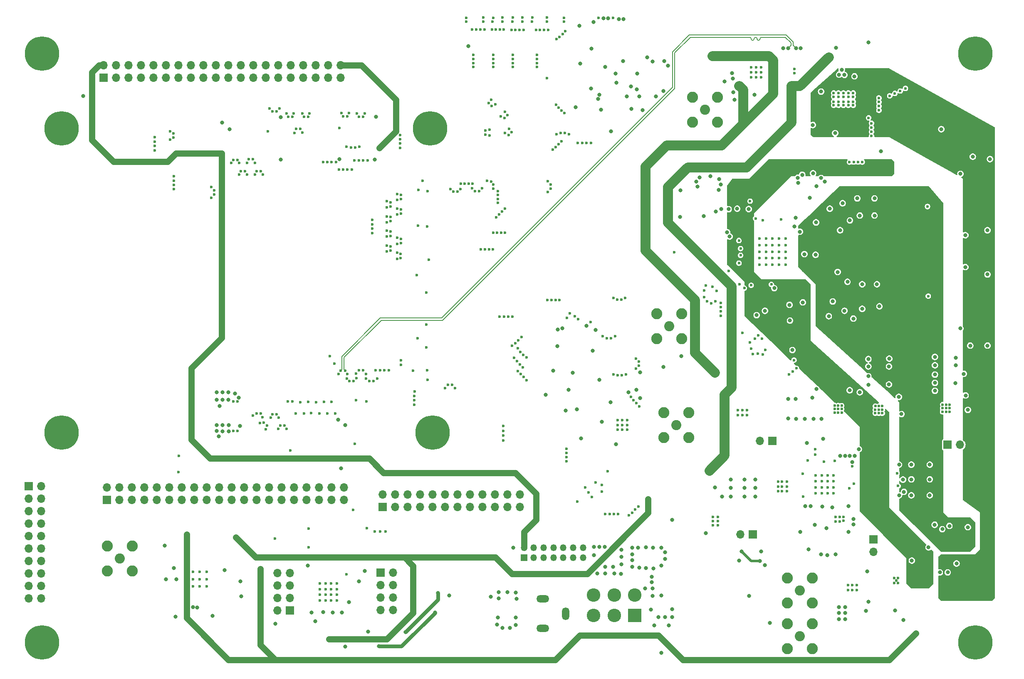
<source format=gbr>
%TF.GenerationSoftware,KiCad,Pcbnew,7.0.8-7.0.8~ubuntu22.04.1*%
%TF.CreationDate,2024-12-17T15:10:34+01:00*%
%TF.ProjectId,Bread70,42726561-6437-4302-9e6b-696361645f70,rev?*%
%TF.SameCoordinates,Original*%
%TF.FileFunction,Copper,L3,Inr*%
%TF.FilePolarity,Positive*%
%FSLAX46Y46*%
G04 Gerber Fmt 4.6, Leading zero omitted, Abs format (unit mm)*
G04 Created by KiCad (PCBNEW 7.0.8-7.0.8~ubuntu22.04.1) date 2024-12-17 15:10:34*
%MOMM*%
%LPD*%
G01*
G04 APERTURE LIST*
%TA.AperFunction,ComponentPad*%
%ADD10O,2.600000X1.500000*%
%TD*%
%TA.AperFunction,ComponentPad*%
%ADD11O,1.500000X2.600000*%
%TD*%
%TA.AperFunction,ComponentPad*%
%ADD12C,2.050000*%
%TD*%
%TA.AperFunction,ComponentPad*%
%ADD13C,2.250000*%
%TD*%
%TA.AperFunction,ComponentPad*%
%ADD14C,0.600000*%
%TD*%
%TA.AperFunction,ComponentPad*%
%ADD15C,0.800000*%
%TD*%
%TA.AperFunction,ComponentPad*%
%ADD16C,7.000000*%
%TD*%
%TA.AperFunction,ComponentPad*%
%ADD17R,1.700000X1.700000*%
%TD*%
%TA.AperFunction,ComponentPad*%
%ADD18O,1.700000X1.700000*%
%TD*%
%TA.AperFunction,ComponentPad*%
%ADD19R,2.750000X2.750000*%
%TD*%
%TA.AperFunction,ComponentPad*%
%ADD20C,2.750000*%
%TD*%
%TA.AperFunction,ComponentPad*%
%ADD21R,1.350000X1.350000*%
%TD*%
%TA.AperFunction,ComponentPad*%
%ADD22O,1.350000X1.350000*%
%TD*%
%TA.AperFunction,ViaPad*%
%ADD23C,0.600000*%
%TD*%
%TA.AperFunction,ViaPad*%
%ADD24C,0.800000*%
%TD*%
%TA.AperFunction,Conductor*%
%ADD25C,1.270000*%
%TD*%
%TA.AperFunction,Conductor*%
%ADD26C,2.032000*%
%TD*%
%TA.AperFunction,Conductor*%
%ADD27C,0.762000*%
%TD*%
%TA.AperFunction,Conductor*%
%ADD28C,0.508000*%
%TD*%
%TA.AperFunction,Conductor*%
%ADD29C,0.162000*%
%TD*%
G04 APERTURE END LIST*
D10*
%TO.N,VDCIN*%
%TO.C,J21*%
X146950000Y-141100000D03*
%TO.N,GND*%
X146950000Y-147100000D03*
D11*
X151650000Y-144100000D03*
%TD*%
D12*
%TO.N,Net-(J11-In)*%
%TO.C,J11*%
X172680000Y-85580000D03*
D13*
%TO.N,GND*%
X170140000Y-83040000D03*
X170140000Y-88120000D03*
X175220000Y-83040000D03*
X175220000Y-88120000D03*
%TD*%
D14*
%TO.N,GND*%
%TO.C,U7*%
X196380001Y-67720003D03*
X195055001Y-67720003D03*
X193730001Y-67720003D03*
X192405001Y-67720003D03*
X191080001Y-67720003D03*
X196380001Y-69045003D03*
X195055001Y-69045003D03*
X193730001Y-69045003D03*
X192405001Y-69045003D03*
X191080001Y-69045003D03*
X196380001Y-70370003D03*
X195055001Y-70370003D03*
X193730001Y-70370003D03*
X192405001Y-70370003D03*
X191080001Y-70370003D03*
X196380001Y-71695003D03*
X195055001Y-71695003D03*
X193730001Y-71695003D03*
X192405001Y-71695003D03*
X191080001Y-71695003D03*
X196380001Y-73020003D03*
X195055001Y-73020003D03*
X193730001Y-73020003D03*
X192405001Y-73020003D03*
X191080001Y-73020003D03*
%TD*%
D12*
%TO.N,Net-(J19-In)*%
%TO.C,J19*%
X180000000Y-41400000D03*
D13*
%TO.N,GND*%
X182540000Y-38860000D03*
X177460000Y-38860000D03*
X182540000Y-43940000D03*
X177460000Y-43940000D03*
%TD*%
D15*
%TO.N,N/C*%
%TO.C,H7*%
X232375000Y-30000000D03*
X233143845Y-28143845D03*
X233143845Y-31856155D03*
X235000000Y-27375000D03*
D16*
X235000000Y-30000000D03*
D15*
X235000000Y-32625000D03*
X236856155Y-28143845D03*
X236856155Y-31856155D03*
X237625000Y-30000000D03*
%TD*%
D14*
%TO.N,GND*%
%TO.C,U21*%
X188520000Y-102662501D03*
X187650000Y-102662501D03*
X186662000Y-102662501D03*
X188520000Y-103662501D03*
X187650000Y-103662501D03*
X186662000Y-103662501D03*
%TD*%
D15*
%TO.N,N/C*%
%TO.C,H1*%
X46374999Y-45210001D03*
X47143844Y-43353846D03*
X47143844Y-47066156D03*
X48999999Y-42585001D03*
D16*
X48999999Y-45210001D03*
D15*
X48999999Y-47835001D03*
X50856154Y-43353846D03*
X50856154Y-47066156D03*
X51624999Y-45210001D03*
%TD*%
D17*
%TO.N,/Power/Switching/6V*%
%TO.C,JP1*%
X189700000Y-127950000D03*
D18*
%TO.N,/Power/LDO/6V*%
X187160000Y-127950000D03*
%TD*%
D15*
%TO.N,N/C*%
%TO.C,H4*%
X121874999Y-107210001D03*
X122643844Y-105353846D03*
X122643844Y-109066156D03*
X124499999Y-104585001D03*
D16*
X124499999Y-107210001D03*
D15*
X124499999Y-109835001D03*
X126356154Y-105353846D03*
X126356154Y-109066156D03*
X127124999Y-107210001D03*
%TD*%
%TO.N,N/C*%
%TO.C,H2*%
X121374999Y-45210001D03*
X122143844Y-43353846D03*
X122143844Y-47066156D03*
X123999999Y-42585001D03*
D16*
X123999999Y-45210001D03*
D15*
X123999999Y-47835001D03*
X125856154Y-43353846D03*
X125856154Y-47066156D03*
X126624999Y-45210001D03*
%TD*%
%TO.N,N/C*%
%TO.C,H6*%
X42375000Y-150000000D03*
X43143845Y-148143845D03*
X43143845Y-151856155D03*
X45000000Y-147375000D03*
D16*
X45000000Y-150000000D03*
D15*
X45000000Y-152625000D03*
X46856155Y-148143845D03*
X46856155Y-151856155D03*
X47625000Y-150000000D03*
%TD*%
D17*
%TO.N,/Adc_Dac/OUT3*%
%TO.C,J9*%
X113950000Y-135760001D03*
D18*
%TO.N,GND*%
X116490000Y-135760001D03*
%TO.N,/Adc_Dac/OUT2*%
X113950000Y-138300001D03*
%TO.N,GND*%
X116490000Y-138300001D03*
%TO.N,/Adc_Dac/OUT1*%
X113950000Y-140840001D03*
%TO.N,GND*%
X116490000Y-140840001D03*
%TO.N,/Adc_Dac/OUT0*%
X113950000Y-143380001D03*
%TO.N,GND*%
X116490000Y-143380001D03*
%TD*%
D17*
%TO.N,unconnected-(J23-Pin_1-Pad1)*%
%TO.C,J23*%
X114340000Y-122400000D03*
D18*
%TO.N,/MC3/B67_L21N*%
X114340000Y-119860000D03*
%TO.N,unconnected-(J23-Pin_3-Pad3)*%
X116880000Y-122400000D03*
%TO.N,/MC3/B67_L21P*%
X116880000Y-119860000D03*
%TO.N,/MC3/B67_L17P*%
X119420000Y-122400000D03*
%TO.N,/MC3/B67_L13GC_N*%
X119420000Y-119860000D03*
%TO.N,/MC3/B67_L17N*%
X121960000Y-122400000D03*
%TO.N,/MC3/B67_L13GC_P*%
X121960000Y-119860000D03*
%TO.N,/MC3/B67_L16P*%
X124500000Y-122400000D03*
%TO.N,/MC3/B67_L18N*%
X124500000Y-119860000D03*
%TO.N,/MC3/B67_L16N*%
X127040000Y-122400000D03*
%TO.N,/MC3/B67_L18P*%
X127040000Y-119860000D03*
%TO.N,/MC3/B67_L24P*%
X129580000Y-122400000D03*
%TO.N,/MC3/B67_L22N*%
X129580000Y-119860000D03*
%TO.N,/MC3/B67_L24N*%
X132120000Y-122400000D03*
%TO.N,/MC3/B67_L22P*%
X132120000Y-119860000D03*
%TO.N,/MC3/B67_L19P*%
X134660000Y-122400000D03*
%TO.N,/MC3/B67_L15N*%
X134660000Y-119860000D03*
%TO.N,/MC3/B67_L19N*%
X137200000Y-122400000D03*
%TO.N,/MC3/B67_L15P*%
X137200000Y-119860000D03*
%TO.N,/MC3/B67_L23P*%
X139740000Y-122400000D03*
%TO.N,/MC3/B67_L20N*%
X139740000Y-119860000D03*
%TO.N,/MC3/B67_L23N*%
X142280000Y-122400000D03*
%TO.N,/MC3/B67_L20P*%
X142280000Y-119860000D03*
%TD*%
D17*
%TO.N,/Power/Switching/3V*%
%TO.C,JP2*%
X193675000Y-108900000D03*
D18*
%TO.N,/Power/LDO/3V*%
X191135000Y-108900000D03*
%TD*%
D14*
%TO.N,GND*%
%TO.C,U11*%
X206177001Y-40538999D03*
X207177001Y-40538999D03*
X208177001Y-40538999D03*
X209177001Y-40538999D03*
X210177001Y-40538999D03*
X206177001Y-39788999D03*
X207177001Y-39788999D03*
X208177001Y-39788999D03*
X209177001Y-39788999D03*
X210177001Y-39788999D03*
X206177001Y-38788999D03*
X207177001Y-38788999D03*
X208177001Y-38788999D03*
X209177001Y-38788999D03*
X210177001Y-38788999D03*
X206177001Y-38038999D03*
X207177001Y-38038999D03*
X208177001Y-38038999D03*
X209177001Y-38038999D03*
X210177001Y-38038999D03*
%TD*%
D17*
%TO.N,/Power/Switching/3V8*%
%TO.C,JP3*%
X214300000Y-129000000D03*
D18*
%TO.N,/Power/LDO/3V8*%
X214300000Y-131540000D03*
%TD*%
D17*
%TO.N,/MC12/B87_HDGC_L6P*%
%TO.C,J1*%
X58220000Y-120940000D03*
D18*
%TO.N,/Adc_Dac/A.ERROR*%
X58220000Y-118400000D03*
%TO.N,/MC12/B87_HDGC_L6N*%
X60760000Y-120940000D03*
%TO.N,/Adc_Dac/A.CS*%
X60760000Y-118400000D03*
%TO.N,/MC12/B87_L10P*%
X63300000Y-120940000D03*
%TO.N,/Adc_Dac/A.SCLK*%
X63300000Y-118400000D03*
%TO.N,/MC12/B87_L10N*%
X65840000Y-120940000D03*
%TO.N,/Adc_Dac/A.DIN*%
X65840000Y-118400000D03*
%TO.N,/MC12/B87_HDGC_L7P*%
X68380000Y-120940000D03*
%TO.N,/Adc_Dac/A.DOUT*%
X68380000Y-118400000D03*
%TO.N,/MC12/B87_HDGC_L7N*%
X70920000Y-120940000D03*
%TO.N,/Adc_Dac/A.CLKIO*%
X70920000Y-118400000D03*
%TO.N,/MC12/B87_HDGC_L5P*%
X73460000Y-120940000D03*
%TO.N,/MC12/B86_HDGC_L7P*%
X73460000Y-118400000D03*
%TO.N,/MC12/B87_HDGC_L5N*%
X76000000Y-120940000D03*
%TO.N,/MC12/B86_HDGC_L7N*%
X76000000Y-118400000D03*
%TO.N,MISO_2*%
X78540000Y-120940000D03*
%TO.N,/MC12/B86_L10P*%
X78540000Y-118400000D03*
%TO.N,MOSI_2*%
X81080000Y-120940000D03*
%TO.N,/MC12/B86_L10N*%
X81080000Y-118400000D03*
%TO.N,SCLK_2*%
X83620000Y-120940000D03*
%TO.N,/MC12/B86_L2P*%
X83620000Y-118400000D03*
%TO.N,SCLK_1*%
X86160000Y-120940000D03*
%TO.N,/MC12/B86_L2N*%
X86160000Y-118400000D03*
%TO.N,MOSI_1*%
X88700000Y-120940000D03*
%TO.N,/MC12/B86_HDGC_L6P*%
X88700000Y-118400000D03*
%TO.N,MISO_1*%
X91240000Y-120940000D03*
%TO.N,/MC12/B86_HDGC_L6N*%
X91240000Y-118400000D03*
%TO.N,/CS_DA*%
X93780000Y-120940000D03*
%TO.N,/MC12/B86_HDGC_L5P*%
X93780000Y-118400000D03*
%TO.N,/CS_L*%
X96320000Y-120940000D03*
%TO.N,/MC12/B86_HDGC_L5N*%
X96320000Y-118400000D03*
%TO.N,/CS_AD*%
X98860000Y-120940000D03*
%TO.N,/MC12/B84_HDGC_L7P*%
X98860000Y-118400000D03*
%TO.N,/SSA*%
X101400000Y-120940000D03*
%TO.N,/MC12/B84_HDGC_L7N*%
X101400000Y-118400000D03*
%TO.N,/SSS*%
X103940000Y-120940000D03*
%TO.N,VIO3*%
X103940000Y-118400000D03*
%TO.N,SYNC_CLOCKCHIP*%
X106480000Y-120940000D03*
%TO.N,+3.3V*%
X106480000Y-118400000D03*
%TD*%
D14*
%TO.N,GND*%
%TO.C,U16*%
X214650000Y-103277500D03*
X215375000Y-103277500D03*
X216075000Y-103277500D03*
X214650000Y-102552500D03*
X215375000Y-102552500D03*
X216075000Y-102552500D03*
X214675000Y-101827500D03*
X215400000Y-101827500D03*
X216100000Y-101827500D03*
%TD*%
D12*
%TO.N,Net-(J18-In)*%
%TO.C,J18*%
X199340000Y-148749999D03*
D13*
%TO.N,GND*%
X201880000Y-151289999D03*
X201880000Y-146209999D03*
X196800000Y-151289999D03*
X196800000Y-146209999D03*
%TD*%
D14*
%TO.N,GND*%
%TO.C,U9*%
X78600000Y-138526250D03*
X78600000Y-137126250D03*
X78600000Y-135626250D03*
X77100000Y-138526250D03*
X77100000Y-137126250D03*
X77100000Y-135626250D03*
X75800000Y-138526250D03*
X75800000Y-137126250D03*
X75800000Y-135626250D03*
%TD*%
D17*
%TO.N,GND*%
%TO.C,J25*%
X42300000Y-118140000D03*
D18*
X44840000Y-118140000D03*
X42300000Y-120680000D03*
X44840000Y-120680000D03*
X42300000Y-123220000D03*
X44840000Y-123220000D03*
X42300000Y-125760000D03*
X44840000Y-125760000D03*
X42300000Y-128300000D03*
X44840000Y-128300000D03*
X42300000Y-130840000D03*
X44840000Y-130840000D03*
X42300000Y-133380000D03*
X44840000Y-133380000D03*
X42300000Y-135920000D03*
X44840000Y-135920000D03*
X42300000Y-138460000D03*
X44840000Y-138460000D03*
X42300000Y-141000000D03*
X44840000Y-141000000D03*
%TD*%
D15*
%TO.N,N/C*%
%TO.C,H8*%
X232375000Y-150000000D03*
X233143845Y-148143845D03*
X233143845Y-151856155D03*
X235000000Y-147375000D03*
D16*
X235000000Y-150000000D03*
D15*
X235000000Y-152625000D03*
X236856155Y-148143845D03*
X236856155Y-151856155D03*
X237625000Y-150000000D03*
%TD*%
D12*
%TO.N,Net-(J22-In)*%
%TO.C,J22*%
X199340000Y-139360000D03*
D13*
%TO.N,GND*%
X201880000Y-141900000D03*
X201880000Y-136820000D03*
X196800000Y-141900000D03*
X196800000Y-136820000D03*
%TD*%
D12*
%TO.N,Net-(J12-In)*%
%TO.C,J12*%
X174140000Y-105740000D03*
D13*
%TO.N,GND*%
X171600000Y-103200000D03*
X171600000Y-108280000D03*
X176680000Y-103200000D03*
X176680000Y-108280000D03*
%TD*%
D17*
%TO.N,VIO1*%
%TO.C,J2*%
X57591000Y-34931445D03*
D18*
%TO.N,+1.8V*%
X57591000Y-32391445D03*
%TO.N,GND*%
X60131000Y-34931445D03*
%TO.N,VREF1*%
X60131000Y-32391445D03*
%TO.N,/MC12/B64_L5P*%
X62671000Y-34931445D03*
%TO.N,/MC12/B64_L9P*%
X62671000Y-32391445D03*
%TO.N,/MC12/B64_L5N*%
X65211000Y-34931445D03*
%TO.N,/MC12/B64_L9N*%
X65211000Y-32391445D03*
%TO.N,/MC12/B64_L6P*%
X67751000Y-34931445D03*
%TO.N,/MC12/B64_L10P*%
X67751000Y-32391445D03*
%TO.N,/MC12/B64_L6N*%
X70291000Y-34931445D03*
%TO.N,/MC12/B64_L10N*%
X70291000Y-32391445D03*
%TO.N,/MC12/B64_L3P*%
X72831000Y-34931445D03*
%TO.N,GND*%
X72831000Y-32391445D03*
%TO.N,/MC12/B64_L3N*%
X75371000Y-34931445D03*
%TO.N,GND*%
X75371000Y-32391445D03*
%TO.N,/MC12/B64_L19P*%
X77911000Y-34931445D03*
%TO.N,GND*%
X77911000Y-32391445D03*
%TO.N,/MC12/B64_L19N*%
X80451000Y-34931445D03*
%TO.N,GND*%
X80451000Y-32391445D03*
%TO.N,/MC12/B64_L7P*%
X82991000Y-34931445D03*
%TO.N,/MC12/B64_T3U_N12*%
X82991000Y-32391445D03*
%TO.N,/MC12/B64_L7N*%
X85531000Y-34931445D03*
%TO.N,/MC12/B84_L1P*%
X85531000Y-32391445D03*
%TO.N,GND*%
X88071000Y-34931445D03*
%TO.N,/MC12/B84_L1N*%
X88071000Y-32391445D03*
%TO.N,GND*%
X90611000Y-34931445D03*
%TO.N,/MC12/B84_L9P*%
X90611000Y-32391445D03*
%TO.N,GND*%
X93151000Y-34931445D03*
%TO.N,/MC12/B84_L9N*%
X93151000Y-32391445D03*
%TO.N,GND*%
X95691000Y-34931445D03*
%TO.N,/MC12/B84_L3P*%
X95691000Y-32391445D03*
%TO.N,/MC12/B84_L4P*%
X98231000Y-34931445D03*
%TO.N,/MC12/B84_L3N*%
X98231000Y-32391445D03*
%TO.N,/MC12/B84_L4N*%
X100771000Y-34931445D03*
%TO.N,/MC12/B84_HDGC_L5P*%
X100771000Y-32391445D03*
%TO.N,/MC12/B84_L2P*%
X103311000Y-34931445D03*
%TO.N,/MC12/B84_HDGC_L5N*%
X103311000Y-32391445D03*
%TO.N,/MC12/B84_L2N*%
X105851000Y-34931445D03*
%TO.N,VIO2*%
X105851000Y-32391445D03*
%TD*%
D14*
%TO.N,GND*%
%TO.C,U25*%
X218500000Y-136860000D03*
X218500000Y-137910000D03*
X218900000Y-137385000D03*
X219300000Y-136860000D03*
X219300000Y-137910000D03*
%TD*%
%TO.N,GND*%
%TO.C,U20*%
X209080000Y-139287498D03*
X209950000Y-139287498D03*
X210938000Y-139287498D03*
X209080000Y-138287498D03*
X209950000Y-138287498D03*
X210938000Y-138287498D03*
%TD*%
D19*
%TO.N,VDCIN*%
%TO.C,J20*%
X165700000Y-144500000D03*
D20*
X161500000Y-144500000D03*
X157300000Y-144500000D03*
%TO.N,GND*%
X165700000Y-140300000D03*
X161500000Y-140300000D03*
X157300000Y-140300000D03*
%TD*%
D21*
%TO.N,GND*%
%TO.C,J3*%
X143150000Y-132700000D03*
D22*
%TO.N,+1.8V*%
X143150000Y-130700000D03*
%TO.N,GND*%
X145150000Y-132700000D03*
%TO.N,/MC12/JTAG_TMS*%
X145150000Y-130700000D03*
%TO.N,GND*%
X147150000Y-132700000D03*
%TO.N,/MC12/JTAG_TCK*%
X147150000Y-130700000D03*
%TO.N,GND*%
X149150000Y-132700000D03*
%TO.N,/MC12/JTAG_TDO*%
X149150000Y-130700000D03*
%TO.N,GND*%
X151150000Y-132700000D03*
%TO.N,/MC12/JTAG_TDI*%
X151150000Y-130700000D03*
%TO.N,GND*%
X153150000Y-132700000D03*
%TO.N,unconnected-(J3-Pin_12-Pad12)*%
X153150000Y-130700000D03*
%TO.N,GND*%
X155150000Y-132700000D03*
%TO.N,unconnected-(J3-Pin_14-Pad14)*%
X155150000Y-130700000D03*
%TD*%
D14*
%TO.N,GND*%
%TO.C,U13*%
X202550001Y-115960002D03*
X202550001Y-117160002D03*
X202550001Y-118360002D03*
X202550001Y-119560002D03*
X203750001Y-115960002D03*
X203750001Y-117160002D03*
X203750001Y-118360002D03*
X203750001Y-119560002D03*
X204950001Y-115960002D03*
X204950001Y-117160002D03*
X204950001Y-118360002D03*
X204950001Y-119560002D03*
X206150001Y-115960002D03*
X206150001Y-117160002D03*
X206150001Y-118360002D03*
X206150001Y-119560002D03*
%TD*%
D15*
%TO.N,N/C*%
%TO.C,H3*%
X46374999Y-107210001D03*
X47143844Y-105353846D03*
X47143844Y-109066156D03*
X48999999Y-104585001D03*
D16*
X48999999Y-107210001D03*
D15*
X48999999Y-109835001D03*
X50856154Y-105353846D03*
X50856154Y-109066156D03*
X51624999Y-107210001D03*
%TD*%
D17*
%TO.N,/Adc_Dac/OUT7*%
%TO.C,J15*%
X95540000Y-143460000D03*
D18*
%TO.N,GND*%
X93000000Y-143460000D03*
%TO.N,/Adc_Dac/OUT6*%
X95540000Y-140920000D03*
%TO.N,GND*%
X93000000Y-140920000D03*
%TO.N,/Adc_Dac/OUT5*%
X95540000Y-138380000D03*
%TO.N,GND*%
X93000000Y-138380000D03*
%TO.N,/Adc_Dac/OUT4*%
X95540000Y-135840000D03*
%TO.N,GND*%
X93000000Y-135840000D03*
%TD*%
D14*
%TO.N,GND*%
%TO.C,U6*%
X162181000Y-104656500D03*
X162181000Y-105656500D03*
X162181000Y-106656500D03*
X163181000Y-104656500D03*
X163181000Y-105656500D03*
X163181000Y-106656500D03*
X164181000Y-104656500D03*
X164181000Y-105656500D03*
X164181000Y-106656500D03*
%TD*%
D12*
%TO.N,/MC12/B87_HDGC_L6P*%
%TO.C,J6*%
X60900000Y-132850000D03*
D13*
%TO.N,GND*%
X58360000Y-130310000D03*
X58360000Y-135390000D03*
X63440000Y-130310000D03*
X63440000Y-135390000D03*
%TD*%
D14*
%TO.N,GND*%
%TO.C,U15*%
X228350000Y-102972500D03*
X229075000Y-102972500D03*
X229775000Y-102972500D03*
X228350000Y-102247500D03*
X229075000Y-102247500D03*
X229775000Y-102247500D03*
X228375000Y-101522500D03*
X229100000Y-101522500D03*
X229800000Y-101522500D03*
%TD*%
%TO.N,GND*%
%TO.C,U10*%
X189427003Y-32814000D03*
X189427003Y-33814000D03*
X189427003Y-34814000D03*
X190427003Y-32814000D03*
X190427003Y-33814000D03*
X190427003Y-34814000D03*
X191427003Y-32814000D03*
X191427003Y-33814000D03*
X191427003Y-34814000D03*
%TD*%
%TO.N,GND*%
%TO.C,U19*%
X181622500Y-124380000D03*
X181622500Y-125250000D03*
X181622500Y-126120000D03*
X182622500Y-124380000D03*
X182622500Y-125250000D03*
X182622500Y-126120000D03*
%TD*%
%TO.N,GND*%
%TO.C,U8*%
X105052500Y-141415000D03*
X105052500Y-140265000D03*
X105052500Y-139115000D03*
X105052500Y-137965000D03*
X103902500Y-141415000D03*
X103902500Y-140265000D03*
X103902500Y-139115000D03*
X103902500Y-137965000D03*
X102752500Y-141415000D03*
X102752500Y-140265000D03*
X102752500Y-139115000D03*
X102752500Y-137965000D03*
X101602500Y-141415000D03*
X101602500Y-140265000D03*
X101602500Y-139115000D03*
X101602500Y-137965000D03*
%TD*%
%TO.N,GND*%
%TO.C,U14*%
X207827500Y-103150000D03*
X207827500Y-102425000D03*
X207827500Y-101725000D03*
X207102500Y-103150000D03*
X207102500Y-102425000D03*
X207102500Y-101725000D03*
X206377500Y-103125000D03*
X206377500Y-102400000D03*
X206377500Y-101700000D03*
%TD*%
D17*
%TO.N,/Power/Switching/1V8*%
%TO.C,JP4*%
X229390001Y-109710000D03*
D18*
%TO.N,/Power/LDO/1V8*%
X231930001Y-109710000D03*
%TD*%
D15*
%TO.N,N/C*%
%TO.C,H5*%
X42375000Y-30000000D03*
X43143845Y-28143845D03*
X43143845Y-31856155D03*
X45000000Y-27375000D03*
D16*
X45000000Y-30000000D03*
D15*
X45000000Y-32625000D03*
X46856155Y-28143845D03*
X46856155Y-31856155D03*
X47625000Y-30000000D03*
%TD*%
D23*
%TO.N,+1.8V*%
X81600000Y-50300000D03*
D24*
%TO.N,GND*%
X222000000Y-120000000D03*
X157400000Y-132200000D03*
X225750000Y-113750000D03*
D23*
X136900000Y-30300000D03*
X143700000Y-91900000D03*
D24*
X220400000Y-145400000D03*
X158500000Y-130500000D03*
D23*
X108100000Y-53600000D03*
D24*
X159700000Y-135900000D03*
X212000000Y-82000000D03*
X234000000Y-89500000D03*
X181100000Y-55000000D03*
D23*
X144861642Y-22660805D03*
D24*
X153100000Y-95000000D03*
X233500000Y-126500000D03*
D23*
X132800000Y-32700000D03*
X212000000Y-52100000D03*
X136100000Y-45500000D03*
D24*
X222000000Y-113750000D03*
X208000000Y-60500000D03*
D23*
X111100000Y-100900000D03*
X138200000Y-83600000D03*
X180388999Y-80500000D03*
D24*
X199499503Y-28900000D03*
D23*
X117900000Y-46600000D03*
D24*
X171100000Y-140400000D03*
X217500000Y-92150000D03*
D23*
X139050000Y-25100000D03*
X90600000Y-106550000D03*
D24*
X211500000Y-63000000D03*
D23*
X88350000Y-54650000D03*
X134400000Y-69900000D03*
D24*
X156900000Y-29000000D03*
D23*
X130200000Y-57600000D03*
D24*
X175000000Y-57900000D03*
X93600000Y-43000000D03*
D23*
X121500000Y-88000000D03*
X140650000Y-25200000D03*
X107550000Y-42100000D03*
X141900000Y-90050000D03*
D24*
X206700000Y-28800000D03*
X179700000Y-63100000D03*
D23*
X138800000Y-23500000D03*
X159200000Y-87600000D03*
D24*
X85300000Y-105900000D03*
X169300000Y-140500000D03*
X167300000Y-41500000D03*
D23*
X109675000Y-48950000D03*
X136100000Y-46700000D03*
D24*
X140300000Y-147000000D03*
D23*
X123300000Y-89900000D03*
D24*
X233000000Y-73500000D03*
X185250000Y-120250000D03*
X164400000Y-99000000D03*
X233050000Y-99650000D03*
D23*
X140700000Y-89550000D03*
D24*
X226750000Y-126000000D03*
D23*
X134600000Y-57400000D03*
X143050000Y-25200000D03*
X136500000Y-39400000D03*
D24*
X217450000Y-97400000D03*
X209500000Y-64000000D03*
D23*
X136650000Y-25100000D03*
X85150000Y-54650000D03*
X95100000Y-100900000D03*
X191800000Y-91300000D03*
X108950000Y-95200000D03*
D24*
X209200000Y-127500000D03*
D23*
X110750000Y-42200000D03*
X95600000Y-110900000D03*
X147800000Y-23500000D03*
X151550000Y-25450000D03*
X123300000Y-78700000D03*
X93150000Y-106450000D03*
D24*
X186550000Y-61600000D03*
X204700000Y-126700000D03*
X83200000Y-45400000D03*
X183500000Y-120250000D03*
X205200000Y-83500000D03*
D23*
X71150000Y-45850000D03*
X158300000Y-22693502D03*
D24*
X112800000Y-51600000D03*
D23*
X189120000Y-88886000D03*
D24*
X204400000Y-56100000D03*
X220000000Y-103450000D03*
D23*
X111000000Y-95250000D03*
X102250000Y-52100000D03*
D24*
X188000000Y-120250000D03*
D23*
X83550000Y-52300000D03*
D24*
X137800000Y-144900000D03*
D23*
X152300000Y-46400000D03*
D24*
X237500000Y-66000000D03*
X198450000Y-100400000D03*
D23*
X115200000Y-64400000D03*
D24*
X225750000Y-116750000D03*
D23*
X108650000Y-51750000D03*
X115200000Y-61300000D03*
X88000000Y-103750000D03*
X215400000Y-39050000D03*
D24*
X169200000Y-136600000D03*
X154750000Y-108400000D03*
D23*
X107200000Y-95300000D03*
X112300000Y-66550000D03*
D24*
X84300000Y-99300000D03*
D23*
X84000000Y-106900000D03*
D24*
X199400000Y-127500000D03*
X220500000Y-119300000D03*
X147550000Y-99550000D03*
D23*
X136900000Y-66500000D03*
D24*
X171551500Y-93820000D03*
D23*
X147900000Y-80200000D03*
X105600000Y-45200000D03*
X149000000Y-49600000D03*
X148050000Y-25200000D03*
X140857383Y-22676716D03*
X109150000Y-42200000D03*
X68000000Y-49750000D03*
D24*
X190250000Y-116750000D03*
D23*
X115250000Y-70350000D03*
X117300000Y-70550000D03*
D24*
X233000000Y-67000000D03*
D23*
X215400000Y-41550000D03*
X117300000Y-62800000D03*
D24*
X173300000Y-125000000D03*
X217450000Y-93750000D03*
X202600000Y-64400000D03*
D23*
X131400000Y-22693502D03*
D24*
X214500000Y-63000000D03*
D23*
X98050000Y-42200000D03*
X187600000Y-86900000D03*
D24*
X219450000Y-99950000D03*
X186900000Y-133300000D03*
X211300000Y-110600000D03*
X180200000Y-127700000D03*
D23*
X140900000Y-30300000D03*
X209400000Y-52100000D03*
X104900000Y-52100000D03*
D24*
X230950000Y-97150000D03*
D23*
X121700000Y-57800000D03*
D24*
X141500000Y-146400000D03*
D23*
X111300000Y-51750000D03*
D24*
X232000000Y-86000000D03*
D23*
X94850000Y-42200000D03*
X149750000Y-27050000D03*
D24*
X166100000Y-37300000D03*
D23*
X140800000Y-23500000D03*
X149700000Y-40400000D03*
X199950000Y-120250000D03*
X117900000Y-49200000D03*
X90000000Y-54650000D03*
X84000000Y-100900000D03*
D24*
X167800000Y-139000000D03*
D23*
X187000000Y-77000000D03*
X140100000Y-45350000D03*
D24*
X72250000Y-144700000D03*
D23*
X94800000Y-106450000D03*
X134850470Y-22674811D03*
X131400000Y-23500000D03*
X98000000Y-46100000D03*
D24*
X232000000Y-54500000D03*
D23*
X150400000Y-80200000D03*
D24*
X197800000Y-90400000D03*
X93600000Y-51600000D03*
D23*
X148000000Y-58200000D03*
D24*
X220300000Y-116800000D03*
D23*
X117300000Y-58600000D03*
D24*
X225500000Y-130600000D03*
X193200000Y-146000000D03*
D23*
X107000000Y-136100000D03*
D24*
X213000000Y-135500000D03*
D23*
X123400000Y-65200000D03*
D24*
X159600000Y-130500000D03*
D23*
X85200000Y-52300000D03*
X71900000Y-54950000D03*
D24*
X219500000Y-120000000D03*
D23*
X122500000Y-55900000D03*
X140800000Y-83600000D03*
D24*
X92500000Y-146200000D03*
X113000000Y-42900000D03*
X166800000Y-100200000D03*
D23*
X109000000Y-100600000D03*
D24*
X185775000Y-37900000D03*
X190250000Y-118500000D03*
X157700000Y-86300000D03*
X201800000Y-100100000D03*
D23*
X136800000Y-69900000D03*
X136700000Y-23500000D03*
D24*
X163000000Y-132500000D03*
X171700000Y-31500000D03*
D23*
X151800000Y-113100000D03*
X117350000Y-68800000D03*
X164950000Y-99900000D03*
X89950000Y-104050000D03*
D24*
X160900000Y-45800000D03*
D23*
X165900000Y-92150000D03*
D24*
X206500000Y-46200000D03*
X231050000Y-93500000D03*
D23*
X96400000Y-46150000D03*
D24*
X213250000Y-141700000D03*
X149100000Y-94600000D03*
X158100000Y-135900000D03*
D23*
X105400000Y-95300000D03*
X139300000Y-46200000D03*
X121300000Y-75100000D03*
X93200000Y-104200000D03*
X112950000Y-94550000D03*
D24*
X209200000Y-122250000D03*
D23*
X151300000Y-23500000D03*
X161300000Y-22700000D03*
D24*
X149900000Y-89600000D03*
X202700000Y-98350000D03*
X229750000Y-126250000D03*
D23*
X79500000Y-57200000D03*
D24*
X191400000Y-131400000D03*
D23*
X88400000Y-52250000D03*
X139300000Y-66500000D03*
D24*
X203600000Y-132000000D03*
X232700000Y-95250000D03*
D23*
X199924500Y-115600000D03*
X91350000Y-41200000D03*
X149800000Y-46400000D03*
X117300000Y-71800000D03*
D24*
X206000000Y-80500000D03*
D23*
X181500000Y-77500000D03*
X144800000Y-23500000D03*
D24*
X85100000Y-100100000D03*
D23*
X115200000Y-63200000D03*
X159700000Y-123800000D03*
D24*
X215000000Y-77000000D03*
X161300000Y-134600000D03*
X154606572Y-32020500D03*
X169300000Y-139000000D03*
D23*
X117300000Y-61600000D03*
X86800000Y-54650000D03*
D24*
X202500000Y-71000000D03*
D23*
X135600000Y-55900000D03*
X136900000Y-57500000D03*
X137300000Y-40300000D03*
X127100000Y-98150000D03*
D24*
X209450000Y-98600000D03*
X105600000Y-51500000D03*
D23*
X182088999Y-80500000D03*
D24*
X237500000Y-75000000D03*
D23*
X190820000Y-87436000D03*
X136900000Y-22750000D03*
D24*
X141500000Y-144900000D03*
X72400000Y-137100000D03*
D23*
X151300000Y-22700000D03*
X136900000Y-32700000D03*
D24*
X79750000Y-144550000D03*
X209000000Y-76500000D03*
D23*
X135100000Y-25100000D03*
X79500000Y-59400000D03*
X107025000Y-48950000D03*
D24*
X189000000Y-140500000D03*
X215500000Y-81500000D03*
D23*
X117300000Y-59800000D03*
D24*
X231050000Y-91950000D03*
D23*
X166475000Y-122300000D03*
D24*
X210200000Y-124800000D03*
D23*
X166650000Y-101900000D03*
D24*
X158500000Y-38400000D03*
D23*
X137800000Y-58000000D03*
X121600000Y-65100000D03*
D24*
X196950000Y-100400000D03*
X185250000Y-118500000D03*
D23*
X138450000Y-42750000D03*
X123300000Y-85200000D03*
X143700000Y-96550000D03*
D24*
X231200000Y-133900000D03*
X163000000Y-134100000D03*
X234500000Y-51000000D03*
D23*
X142900000Y-93950000D03*
X154100000Y-48250000D03*
X156800000Y-48200000D03*
X188000000Y-77800000D03*
X130300000Y-56500000D03*
D24*
X219500000Y-113750000D03*
D23*
X132700000Y-56500000D03*
X105450000Y-53600000D03*
X164500000Y-124100000D03*
D24*
X206600000Y-132000000D03*
D23*
X123800000Y-72000000D03*
X117350000Y-67500000D03*
X213300000Y-43100000D03*
D24*
X186047998Y-39385998D03*
X218700000Y-143500000D03*
D23*
X123400000Y-94500000D03*
X93350000Y-41200000D03*
D24*
X237500000Y-89500000D03*
D23*
X202450000Y-110600000D03*
D24*
X85450000Y-137500000D03*
X188000000Y-116750000D03*
D23*
X86750000Y-52250000D03*
D24*
X141000000Y-130700000D03*
X166199999Y-34055000D03*
D23*
X123500000Y-96500000D03*
D24*
X70250000Y-137100000D03*
X162000000Y-35900000D03*
X229400000Y-135700000D03*
D23*
X163700000Y-79750000D03*
X129100000Y-98150000D03*
X109050000Y-96150000D03*
X183200000Y-80800000D03*
X141900000Y-94650000D03*
X107100000Y-96200000D03*
D24*
X161500000Y-135900000D03*
X169200000Y-137700000D03*
X166020000Y-98520000D03*
X210200000Y-84000000D03*
X207500000Y-66000000D03*
X184500000Y-66400000D03*
X222100000Y-133300000D03*
X183300000Y-61700000D03*
D23*
X141100000Y-92000000D03*
D24*
X211000000Y-59500000D03*
D23*
X96300000Y-42200000D03*
X151350000Y-42150000D03*
X115250000Y-66050000D03*
X148000000Y-56000000D03*
X213900000Y-46800000D03*
X139250000Y-41900000D03*
X165900000Y-94150000D03*
D24*
X138800000Y-147000000D03*
D23*
X84800000Y-106900000D03*
D24*
X210200000Y-125900000D03*
X214500000Y-59500000D03*
X227800000Y-135700000D03*
X85550000Y-140550000D03*
D23*
X138798137Y-22680358D03*
X145800000Y-30300000D03*
D24*
X204000000Y-108500000D03*
X190250000Y-120250000D03*
D23*
X151800000Y-110500000D03*
D24*
X159700000Y-134600000D03*
D23*
X142800000Y-23500000D03*
D24*
X178200000Y-56100000D03*
D23*
X115650000Y-94550000D03*
X145650000Y-25200000D03*
X142650000Y-87750000D03*
X112300000Y-63900000D03*
X147850470Y-22674811D03*
D24*
X207000000Y-74500000D03*
D23*
X213900000Y-44200000D03*
D24*
X225750000Y-120000000D03*
X228300000Y-126900000D03*
D23*
X163900000Y-95350000D03*
D24*
X202000000Y-54400000D03*
X195952508Y-28901443D03*
X212000000Y-77000000D03*
D23*
X179788999Y-78300000D03*
D24*
X202350000Y-126000000D03*
X228100000Y-45400000D03*
X159700000Y-32700000D03*
D23*
X68000000Y-47050000D03*
D24*
X157400000Y-130500000D03*
D23*
X142798137Y-22680358D03*
X84800000Y-100900000D03*
D24*
X201950000Y-44550000D03*
X208400000Y-82400000D03*
X233500000Y-102600000D03*
X200700000Y-109300000D03*
X185250000Y-116750000D03*
X205400000Y-61600000D03*
X110700000Y-135400000D03*
X197300000Y-84400000D03*
X171100000Y-152100000D03*
X211500000Y-99000000D03*
X75728500Y-142785282D03*
D23*
X99500000Y-42200000D03*
X145800000Y-32700000D03*
X132800000Y-30300000D03*
X132600000Y-57400000D03*
X134900000Y-23500000D03*
X115200000Y-60100000D03*
X137500000Y-63400000D03*
D24*
X238000000Y-51500000D03*
D23*
X108700000Y-109500000D03*
X115250000Y-69150000D03*
D24*
X198900000Y-55300000D03*
D23*
X123500000Y-58000000D03*
X140900000Y-32700000D03*
X139300000Y-61600000D03*
D24*
X161800000Y-34050000D03*
D23*
X150800000Y-47900000D03*
D24*
X171500000Y-37600000D03*
X199900000Y-80700000D03*
D23*
X161700000Y-87600000D03*
X137800000Y-60400000D03*
X71150000Y-47550000D03*
D24*
X158200000Y-39200000D03*
X76600000Y-142900000D03*
X212750000Y-143550000D03*
X163000000Y-131100000D03*
X70050000Y-130250000D03*
X222000000Y-116750000D03*
D23*
X106000000Y-42100000D03*
X120600000Y-94600000D03*
D24*
X127925000Y-140375000D03*
D23*
X183200000Y-83400000D03*
X91600000Y-104200000D03*
X110950000Y-96250000D03*
X189700000Y-91200000D03*
X161350000Y-95350000D03*
X115250000Y-67250000D03*
X89400000Y-105250000D03*
D24*
X162900000Y-136000000D03*
D23*
X173750000Y-70450000D03*
X113250000Y-96250000D03*
D24*
X192150000Y-134250000D03*
D23*
X161350000Y-79750000D03*
D24*
X213300000Y-27750000D03*
D23*
X71900000Y-57600000D03*
X132600000Y-25100000D03*
D24*
X183200000Y-56700000D03*
D23*
X162300000Y-123800000D03*
D24*
X188000000Y-118500000D03*
X184000000Y-35650000D03*
D23*
X128200000Y-57600000D03*
D24*
X182000000Y-118400000D03*
X137700000Y-146300000D03*
%TO.N,/PCIe/+3.3V_PCIE_C*%
X157335000Y-23535000D03*
%TO.N,VIO1*%
X156800000Y-37100000D03*
X81700000Y-44100000D03*
X164100000Y-38711296D03*
X166600000Y-38711296D03*
X170022398Y-38711296D03*
D23*
%TO.N,PCIE_CLK_N*%
X148600000Y-56675000D03*
X150199479Y-40999479D03*
%TO.N,/PCIe/PCIE_REFCLK_N*%
X150398570Y-26602594D03*
%TO.N,PCIE_CLK_P*%
X150800521Y-41600521D03*
X148600000Y-57525000D03*
%TO.N,/PCIe/PCIE_REFCLK_P*%
X151000521Y-25999479D03*
%TO.N,/PCIe/PCIE_C_RX0P*%
X147260000Y-25168000D03*
%TO.N,225_MGTTX3_P*%
X145800000Y-31925000D03*
X118050488Y-70785001D03*
%TO.N,225_MGTTX1_P*%
X118082733Y-67785001D03*
X136900000Y-31925000D03*
%TO.N,/PCIe/PCIE_C_RX1P*%
X142260000Y-25163383D03*
%TO.N,225_MGTTX2_P*%
X140900000Y-31925000D03*
X116000000Y-69285001D03*
%TO.N,225_MGTTX0_P*%
X116000000Y-66285001D03*
X132800000Y-31925000D03*
%TO.N,/PCIe/PCIE_C_RX0N*%
X146410000Y-25168000D03*
%TO.N,225_MGTTX3_N*%
X118050488Y-71635001D03*
X145800000Y-31075000D03*
%TO.N,225_MGTTX1_N*%
X118082733Y-68635001D03*
X136900000Y-31075000D03*
%TO.N,/PCIe/PCIE_C_RX1N*%
X141410000Y-25163383D03*
%TO.N,225_MGTTX2_N*%
X116000000Y-70135001D03*
X140900000Y-31075000D03*
%TO.N,/PCIe/PCIE_C_RX2P*%
X138260000Y-25099412D03*
%TO.N,225_MGTTX0_N*%
X132800000Y-31075000D03*
X116000000Y-67135001D03*
D24*
%TO.N,/Tdc/DVDD18*%
X152200000Y-98500000D03*
X150948521Y-86001087D03*
%TO.N,/Tdc/TVDD18*%
X155855239Y-85457681D03*
X153900000Y-102500000D03*
D23*
%TO.N,/MC12/CLK+*%
X91944999Y-41800000D03*
X151800000Y-111376500D03*
%TO.N,/MC12/CLK-*%
X92794999Y-41800000D03*
X151800000Y-112226500D03*
%TO.N,/AD9152/DVDD12_SERDES*%
X186900000Y-68093503D03*
D24*
X198500000Y-104400000D03*
D23*
X187252500Y-69723459D03*
X180200000Y-77280003D03*
D24*
X202100000Y-104400000D03*
D23*
X187252500Y-71087287D03*
D24*
X182200000Y-62200000D03*
D23*
X184800000Y-74300000D03*
D24*
X200300000Y-104400000D03*
D23*
X179788999Y-79600000D03*
X190300000Y-63600000D03*
D24*
X178500000Y-57100000D03*
X203700000Y-104400000D03*
X182800000Y-57800000D03*
D23*
X182400000Y-78380003D03*
D24*
X185003072Y-67256718D03*
X178900000Y-55200000D03*
D23*
X186920000Y-72680003D03*
D24*
X196949999Y-104365000D03*
X182900000Y-55600000D03*
D23*
X181288999Y-80900000D03*
D24*
X188900000Y-61676500D03*
X184800000Y-61700000D03*
X174900000Y-63300000D03*
D23*
X189400000Y-77200000D03*
%TO.N,224_MGTTX0_P*%
X137800000Y-58785001D03*
X118089721Y-58785001D03*
%TO.N,224_MGTTX0_N*%
X137800000Y-59635001D03*
X118089721Y-59635001D03*
%TO.N,224_MGTTX1_P*%
X116000000Y-60285001D03*
X138700521Y-62199479D03*
%TO.N,224_MGTTX1_N*%
X116000000Y-61135001D03*
X138099479Y-62800521D03*
%TO.N,224_MGTTX3_P*%
X136025000Y-69900000D03*
X116000000Y-63285001D03*
%TO.N,224_MGTTX3_N*%
X135175000Y-69900000D03*
X116000000Y-64135001D03*
%TO.N,224_MGTTX2_P*%
X118129070Y-61785001D03*
X138525000Y-66500000D03*
%TO.N,224_MGTTX2_N*%
X118129070Y-62635001D03*
X137675000Y-66500000D03*
D24*
%TO.N,/AD9152/AVDD33*%
X200520000Y-72037503D03*
X231750000Y-130750000D03*
X224000000Y-58000000D03*
X209300000Y-84800000D03*
X229750000Y-130750000D03*
X211898999Y-87369996D03*
X205200000Y-68600000D03*
X206000000Y-82700000D03*
X204100000Y-78800000D03*
X225000000Y-83500000D03*
X209500000Y-83000000D03*
X206000000Y-84500000D03*
X233300000Y-129400000D03*
X202600000Y-65900000D03*
X200100000Y-74100000D03*
X228250000Y-130750000D03*
X204200000Y-72300000D03*
X205000000Y-63900000D03*
D23*
%TO.N,Net-(C54-Pad2)*%
X225300000Y-61170000D03*
%TO.N,Net-(C55-Pad2)*%
X225447502Y-79410000D03*
D24*
%TO.N,/AD9152/DVDD12*%
X213250000Y-93750000D03*
D23*
X190753845Y-91098599D03*
D24*
X213250000Y-92250000D03*
D23*
X193520000Y-77030003D03*
D24*
X213250000Y-95750000D03*
D23*
X190176500Y-88103459D03*
X192300000Y-90400000D03*
D24*
X192200000Y-82400000D03*
D23*
X191600000Y-88100000D03*
X191800000Y-64000000D03*
D24*
X213250000Y-97500000D03*
D23*
X189370000Y-90136000D03*
D24*
X190500000Y-83300000D03*
%TO.N,/AD9152/DVDD12_CLK*%
X226800000Y-95400000D03*
X226800000Y-93500000D03*
X198200000Y-65200000D03*
X226800000Y-98700000D03*
X203644679Y-55349503D03*
X200234769Y-70865426D03*
X198429999Y-63420001D03*
X199000000Y-56300000D03*
X202700000Y-57000000D03*
X199300000Y-66300000D03*
X226800000Y-91800000D03*
X226800000Y-97100000D03*
X201300000Y-59400000D03*
D23*
X195450000Y-63750000D03*
D24*
X199800000Y-54700000D03*
%TO.N,/Adc_Dac/VCC*%
X111400000Y-147800000D03*
X99940000Y-143880001D03*
X107489810Y-141730499D03*
%TO.N,/Adc_Dac/DA_VSS*%
X100700000Y-145650000D03*
X106110529Y-143907417D03*
X106800000Y-150800000D03*
%TO.N,Net-(U8-REFCMP)*%
X102270000Y-143840000D03*
%TO.N,Net-(U9-REGCAPA)*%
X82220000Y-135246250D03*
%TO.N,Net-(U9-REGCAPD)*%
X71900000Y-134800000D03*
%TO.N,/Clocks/CP*%
X203627001Y-37739000D03*
X207827001Y-33338999D03*
%TO.N,/Clocks/VCC25*%
X182000000Y-95000000D03*
X186900000Y-36500000D03*
X181500000Y-30500000D03*
X189000000Y-30500000D03*
X193877002Y-34393500D03*
X186627003Y-30400000D03*
%TO.N,Net-(U10-IN0_N)*%
X190100000Y-38400000D03*
%TO.N,Net-(U11-BB)*%
X210427001Y-34639000D03*
%TO.N,Net-(U11-CMa)*%
X208400000Y-34350000D03*
%TO.N,Net-(U11-BVCO)*%
X207300000Y-34300000D03*
%TO.N,VDCIN*%
X80600000Y-99000000D03*
X81800000Y-99000000D03*
D23*
X208200000Y-125200000D03*
X206600000Y-125300000D03*
X207400000Y-125300000D03*
D24*
X209500000Y-112000000D03*
X141600000Y-141100000D03*
X80600000Y-106900000D03*
X165200000Y-133200000D03*
X168000000Y-134800000D03*
D23*
X196700000Y-119200000D03*
X195700000Y-117200000D03*
D24*
X81800000Y-100500000D03*
X136427380Y-140625000D03*
X169400000Y-130700000D03*
X168000000Y-130600000D03*
D23*
X194900000Y-118200000D03*
D24*
X165200000Y-130700000D03*
X169000000Y-143300000D03*
X210000000Y-113200000D03*
X83000000Y-100500000D03*
X80600000Y-100500000D03*
D23*
X194900000Y-119200000D03*
D24*
X171900000Y-144800000D03*
D23*
X208200000Y-124400000D03*
D24*
X81800000Y-106934000D03*
X169500000Y-134900000D03*
X169700000Y-146500000D03*
X83000000Y-99000000D03*
X138000000Y-141000000D03*
X208500000Y-112000000D03*
X171900000Y-133000000D03*
X171100000Y-134300000D03*
X138000000Y-139700000D03*
X170500000Y-144800000D03*
X139800000Y-139700000D03*
X166600000Y-134700000D03*
X172600000Y-146500000D03*
D23*
X210000000Y-114100000D03*
D24*
X171100000Y-130700000D03*
D23*
X196700000Y-118200000D03*
D24*
X81200000Y-101800000D03*
X173300000Y-144800000D03*
X207500000Y-112000000D03*
D23*
X195700000Y-118200000D03*
D24*
X81800000Y-105664000D03*
D23*
X194900000Y-117200000D03*
X206600000Y-124400000D03*
D24*
X83058000Y-106934000D03*
D23*
X207400000Y-124400000D03*
D24*
X83058000Y-105664000D03*
X166400000Y-130700000D03*
X165200000Y-132000000D03*
X141500000Y-139800000D03*
X165200000Y-134600000D03*
D23*
X196700000Y-117200000D03*
D24*
X81026000Y-107950000D03*
X210500000Y-112000000D03*
X171900000Y-131600000D03*
D23*
X195700000Y-119200000D03*
D24*
X80600000Y-105700000D03*
X173300000Y-143200000D03*
D23*
%TO.N,/Power/Switching/VDD*%
X204193863Y-113149443D03*
%TO.N,/Power/Switching/VREG*%
X202400000Y-111700000D03*
X206450000Y-112950000D03*
X200912991Y-112865511D03*
D24*
X201499861Y-122202422D03*
X205900000Y-122500000D03*
%TO.N,/Power/Switching/-10.5V*%
X125050000Y-143925000D03*
X113650000Y-150775000D03*
%TO.N,/Power/Switching/10.5V*%
X125650000Y-139875000D03*
X119050000Y-147875000D03*
%TO.N,/Power/LDO/6V*%
X187450000Y-131450000D03*
X191200000Y-133400000D03*
D23*
%TO.N,/Clocks/FPGA_FREE_N*%
X215400000Y-40713999D03*
X150200521Y-48449479D03*
%TO.N,/Clocks/FPGA10_P*%
X198200000Y-33989000D03*
X155025000Y-48200000D03*
%TO.N,/Clocks/FPGA_FREE_P*%
X149599479Y-49050521D03*
X215400000Y-39863999D03*
%TO.N,/Clocks/FPGA10_N*%
X198200000Y-33139000D03*
X155875000Y-48200000D03*
%TO.N,/Clocks/FPGA_SYSREF_P*%
X151475000Y-46200000D03*
X213900000Y-45075000D03*
%TO.N,/Clocks/FPGA_SYSREF_N*%
X150625000Y-46200000D03*
X213900000Y-45925000D03*
%TO.N,/CS_DA*%
X99314000Y-130556000D03*
X100800000Y-101000000D03*
X99314000Y-126746000D03*
%TO.N,/SSA*%
X157734000Y-117364000D03*
X154200000Y-84100000D03*
X103111240Y-103311240D03*
%TO.N,SYNC_CLOCKCHIP*%
X104750000Y-103350000D03*
X104550000Y-93200000D03*
D24*
%TO.N,+3.3V*%
X158850000Y-41400000D03*
X153650000Y-40900000D03*
D23*
%TO.N,/MC12/B87_L10P*%
X90199479Y-105199479D03*
%TO.N,/MC12/B87_L10N*%
X90800521Y-105800521D03*
%TO.N,/Adc_Dac/A.CLKIO*%
X72850000Y-111950000D03*
X72800000Y-115250000D03*
D24*
%TO.N,VIO3*%
X105900000Y-114500000D03*
X105300000Y-104600000D03*
D23*
%TO.N,/MC12/B64_L9P*%
X68000000Y-48825000D03*
%TO.N,/MC12/B64_L9N*%
X68000000Y-47975000D03*
%TO.N,/MC12/B84_L1P*%
X106344999Y-53600000D03*
%TO.N,/MC12/B64_L10P*%
X71800000Y-47125000D03*
%TO.N,/MC12/B84_L1N*%
X107194999Y-53600000D03*
%TO.N,/MC12/B64_L10N*%
X71800000Y-46275000D03*
%TO.N,/MC12/B84_L9P*%
X107944999Y-49118389D03*
%TO.N,/MC12/B84_L9N*%
X108794999Y-49118389D03*
%TO.N,/MC12/B84_L3P*%
X109544999Y-51733890D03*
%TO.N,/MC12/B84_L3N*%
X110394999Y-51733890D03*
%TO.N,VIO2*%
X113700000Y-49200000D03*
%TO.N,/MC12/JTAG_TMS*%
X112750000Y-127350000D03*
%TO.N,/MC12/JTAG_TCK*%
X115000000Y-127350000D03*
D24*
%TO.N,/MC12/JTAG_TDO*%
X106800000Y-105700000D03*
D23*
X111200000Y-126700000D03*
X108350000Y-123000000D03*
%TO.N,/MC12/JTAG_TDI*%
X113850000Y-127350000D03*
%TO.N,/MC12/~{RST}*%
X138900000Y-105900000D03*
X120900000Y-98850000D03*
%TO.N,/MC12/INT_CB*%
X120850000Y-99750000D03*
X138950000Y-106850000D03*
%TO.N,/MC12/LOL*%
X138950000Y-107850000D03*
X120800000Y-100650000D03*
%TO.N,/Tdc/INTERRUPT*%
X160200000Y-115100000D03*
X156700000Y-84700000D03*
X120800000Y-101550000D03*
X138900000Y-108800000D03*
%TO.N,/MC12/FRAMEAP*%
X141399479Y-89000521D03*
X88744999Y-54000000D03*
%TO.N,/MC12/FRAMEAN*%
X142000521Y-88399479D03*
X89594999Y-54000000D03*
%TO.N,/MC12/SDOAP*%
X87144999Y-51507029D03*
X143000521Y-91400521D03*
%TO.N,/MC12/SDOAN*%
X87994999Y-51507029D03*
X142399479Y-90799479D03*
%TO.N,/MC12/FRAMEBP*%
X85544999Y-54000000D03*
X142300521Y-93300521D03*
%TO.N,/MC12/FRAMEBN*%
X141699479Y-92699479D03*
X86394999Y-54000000D03*
%TO.N,/MC12/SDOBP*%
X83944999Y-51647672D03*
X143100521Y-95900521D03*
%TO.N,/MC12/SDOBN*%
X84794999Y-51647672D03*
X142499479Y-95299479D03*
%TO.N,/MC12/RSTIDXP*%
X95144999Y-42895861D03*
X162950000Y-80100000D03*
%TO.N,/MC12/B64_L21P*%
X160575000Y-123800000D03*
X71900000Y-55875000D03*
%TO.N,/MC12/RSTIDXN*%
X95994999Y-42895861D03*
X162100000Y-80100000D03*
%TO.N,/MC12/B64_L21N*%
X71900000Y-56725000D03*
X161425000Y-123800000D03*
%TO.N,/MC12/LCLKINP*%
X98344999Y-42901796D03*
X149576865Y-80200000D03*
%TO.N,/MC12/B64_L20P*%
X165800521Y-122924479D03*
X80100000Y-57875000D03*
%TO.N,/MC12/LCLKINN*%
X148726865Y-80200000D03*
X99194999Y-42901796D03*
%TO.N,/MC12/B64_L20N*%
X80100000Y-58725000D03*
X165199479Y-123525521D03*
%TO.N,/MC12/LCLKOUTP*%
X96744999Y-45365370D03*
X139075000Y-83600000D03*
%TO.N,/MC12/LCLKOUTN*%
X97594999Y-45365370D03*
X139925000Y-83600000D03*
%TO.N,SYNCOUTB_P*%
X183200000Y-82525000D03*
X103144999Y-52084498D03*
%TO.N,SYNCOUTB_N*%
X183200000Y-81675000D03*
X103994999Y-52084498D03*
%TO.N,/MC12/B64_T3U_N12*%
X91000000Y-45800000D03*
%TO.N,/MC12/B84_L4P*%
X106344999Y-42833421D03*
%TO.N,/MC12/B84_L4N*%
X107194999Y-42833421D03*
%TO.N,/MC12/B84_L2P*%
X109544999Y-42864006D03*
%TO.N,/MC12/B84_L2N*%
X110394999Y-42864006D03*
D24*
%TO.N,T1_N*%
X196902004Y-28897996D03*
D23*
X106750000Y-94600000D03*
%TO.N,T1_P*%
X105850000Y-94600000D03*
D24*
X198550000Y-28900000D03*
D23*
%TO.N,/MC3/B67_L24P*%
X111675000Y-96750000D03*
%TO.N,/MC3/B67_L24N*%
X112525000Y-96750000D03*
%TO.N,/MC3/B67_L19P*%
X113875000Y-94550000D03*
%TO.N,/MC3/B67_L19N*%
X114725000Y-94550000D03*
%TO.N,/MC3/B67_L23P*%
X128525000Y-97500000D03*
%TO.N,/MC3/B67_L23N*%
X127675000Y-97500000D03*
%TO.N,/Clocks/FPGA_DEVCLK_P*%
X112300000Y-64785001D03*
X211125000Y-52100000D03*
%TO.N,/Clocks/FPGA_DEVCLK_N*%
X112300000Y-65635001D03*
X210275000Y-52100000D03*
%TO.N,225_MGTRX0_P*%
X128775000Y-58100000D03*
X135999479Y-40099479D03*
%TO.N,225_MGTRX0_N*%
X136600521Y-40700521D03*
X129625000Y-58100000D03*
%TO.N,225_MGTRX1_P*%
X131075000Y-56500000D03*
X135300000Y-45675000D03*
%TO.N,225_MGTRX1_N*%
X131925000Y-56500000D03*
X135300000Y-46525000D03*
%TO.N,225_MGTRX2_P*%
X139199479Y-43100521D03*
X133175000Y-58000000D03*
%TO.N,225_MGTRX2_N*%
X139800521Y-42499479D03*
X134025000Y-58000000D03*
%TO.N,225_MGTRX3_P*%
X140049479Y-46600521D03*
X136446310Y-56044069D03*
%TO.N,225_MGTRX3_N*%
X136939114Y-56665994D03*
X140650521Y-45999479D03*
%TO.N,/MC3/B67_T3U_N12*%
X103650000Y-91650000D03*
X118100000Y-92450000D03*
%TO.N,+1.2V_DDR*%
X118100000Y-93400000D03*
D24*
X53400000Y-38650000D03*
D23*
%TO.N,/PCIe/PCIE_PRSNT1_B*%
X147800000Y-35000000D03*
D24*
X131800000Y-28500000D03*
%TO.N,/PCIe/+12V_PCIE_C*%
X163400000Y-23000000D03*
X162500000Y-23000000D03*
%TO.N,/PCIe/PCIE_PERST_B_3V3*%
X172473497Y-32500000D03*
%TO.N,/PCIe/PCIE_SMCLK_3V3*%
X168200000Y-30800000D03*
X160300000Y-22800000D03*
%TO.N,/PCIe/PCIE_SMDAT_3V3*%
X169300000Y-31600000D03*
X159300000Y-22800000D03*
%TO.N,/PCIe/PCIE_WAKE_B_3V3*%
X154390882Y-24309118D03*
X163300000Y-31521498D03*
D23*
%TO.N,/Power/Switching/DL1*%
X210300000Y-117600000D03*
X219100000Y-115500000D03*
%TO.N,/Power/Switching/DL2*%
X219300000Y-118100000D03*
X209400000Y-118600000D03*
D24*
%TO.N,/PCIE_WAKE_B_VIO*%
X165000000Y-41300000D03*
X164900000Y-36700000D03*
D23*
%TO.N,/Tdc/STOPAP*%
X166492760Y-93570000D03*
X160025000Y-88000000D03*
%TO.N,/Tdc/STOPAN*%
X166492760Y-92720000D03*
X160875000Y-88000000D03*
%TO.N,/Tdc/REFCLKN*%
X165449479Y-100649479D03*
X163045000Y-95540839D03*
%TO.N,/Tdc/REFCLKP*%
X162195000Y-95540839D03*
X166050521Y-101250521D03*
D24*
%TO.N,Net-(SW1-B)*%
X215800000Y-49900000D03*
D23*
X189181120Y-60058641D03*
D24*
%TO.N,Net-(U7-PROTECT_OUT)*%
X197200000Y-81200000D03*
X194100000Y-77800000D03*
%TO.N,Net-(U10-IN1_P)*%
X185500000Y-34000000D03*
%TO.N,Net-(U10-IN1_N)*%
X185650000Y-35100000D03*
%TO.N,Net-(U13-CFG12)*%
X203900000Y-122300000D03*
X204900000Y-132200000D03*
%TO.N,Net-(U13-CFG34)*%
X201100000Y-131000000D03*
X200400000Y-122200000D03*
D23*
%TO.N,/PCIe/PCIE_C_RX3P*%
X134260000Y-25131866D03*
%TO.N,/PCIe/PCIE_C_RX2N*%
X137410000Y-25099412D03*
%TO.N,/PCIe/PCIE_C_RX3N*%
X133410000Y-25131866D03*
%TO.N,/MC12/B87_HDGC_L6P*%
X88744999Y-103311040D03*
%TO.N,/MC12/B87_HDGC_L6N*%
X89594999Y-103311040D03*
%TO.N,/MC12/B87_HDGC_L7P*%
X91944999Y-103483331D03*
%TO.N,/MC12/B87_HDGC_L7N*%
X92794999Y-103483331D03*
%TO.N,/MC12/B87_HDGC_L5P*%
X93544999Y-105750000D03*
%TO.N,/MC12/B87_HDGC_L5N*%
X94394999Y-105750000D03*
%TO.N,/MC12/B84_HDGC_L5P*%
X117900000Y-47475000D03*
%TO.N,/MC12/B84_HDGC_L5N*%
X117900000Y-48325000D03*
%TO.N,/SSS*%
X103929500Y-100950000D03*
X159000000Y-119250000D03*
X154000000Y-121250000D03*
D24*
%TO.N,3V3*%
X161900000Y-109600000D03*
X166820000Y-94951500D03*
X208500000Y-144000000D03*
X207250000Y-144000000D03*
X175150000Y-91620000D03*
X158500000Y-96500000D03*
X207250000Y-142750000D03*
X157150000Y-90550000D03*
X160750000Y-101000000D03*
X151600000Y-102700000D03*
X150000000Y-86200000D03*
X208500000Y-145250000D03*
X159000000Y-105000000D03*
X207250000Y-145250000D03*
X208500000Y-142750000D03*
%TO.N,IOVDD*%
X223000000Y-137000000D03*
X188500000Y-57800000D03*
X224100000Y-137000000D03*
X199900000Y-77200000D03*
X197900000Y-77200000D03*
X225500000Y-137000000D03*
X216100000Y-52500000D03*
X189600000Y-80000000D03*
D23*
%TO.N,MOSI_2*%
X219744621Y-37620500D03*
X197866000Y-94742000D03*
X96700000Y-103300000D03*
%TO.N,MISO_2*%
X96000000Y-100900000D03*
X197077753Y-95362500D03*
X220800000Y-37100000D03*
X92456000Y-128778000D03*
%TO.N,SCLK_1*%
X156937109Y-120377108D03*
X98350000Y-103350000D03*
X159004000Y-117872000D03*
X153500000Y-83500000D03*
%TO.N,MOSI_1*%
X156316609Y-119396000D03*
X152500000Y-82900000D03*
X99250000Y-100950000D03*
%TO.N,MISO_1*%
X151879500Y-83855379D03*
X99786240Y-103236240D03*
X155650738Y-118418356D03*
D24*
%TO.N,ADA_5V*%
X168400000Y-120800000D03*
X104252000Y-143902001D03*
X84500000Y-128600000D03*
X103450000Y-149300000D03*
%TO.N,ADA_3V3*%
X74500000Y-128000000D03*
X89500000Y-135000000D03*
X109550000Y-137500000D03*
X99100000Y-134350000D03*
X222900000Y-148100000D03*
%TO.N,/Clocks/VOUT+*%
X202350000Y-38250000D03*
X214350000Y-39300000D03*
X206846501Y-44600000D03*
D23*
X208500000Y-44200000D03*
X210900000Y-44400000D03*
D24*
X214100000Y-42500000D03*
X203900000Y-46100000D03*
X211550000Y-34350000D03*
X232000000Y-139250000D03*
X229500000Y-139250000D03*
X232750000Y-137750000D03*
X230700000Y-139300000D03*
%TO.N,/Clocks/CLK_5V*%
X180900000Y-115000000D03*
X197600000Y-36650000D03*
X205200000Y-30750000D03*
D23*
%TO.N,SCLK_2*%
X97600000Y-101000000D03*
X198628000Y-94121500D03*
X218644621Y-38120500D03*
%TO.N,/CS_L*%
X217600000Y-38620500D03*
X101511240Y-103311240D03*
%TO.N,/CS_AD*%
X198120000Y-92456000D03*
X102400000Y-100950000D03*
%TO.N,/MC3/B67_L16P*%
X109575000Y-94550000D03*
%TO.N,/MC3/B67_L16N*%
X110425000Y-94550000D03*
%TO.N,/MC3/B67_L17P*%
X107625000Y-96750000D03*
%TO.N,/MC3/B67_L17N*%
X108475000Y-96750000D03*
%TD*%
D25*
%TO.N,+1.8V*%
X145600000Y-125000000D02*
X143150000Y-127450000D01*
X114550000Y-115400000D02*
X141350000Y-115400000D01*
X79250000Y-112500000D02*
X111650000Y-112500000D01*
X143150000Y-127450000D02*
X143150000Y-130700000D01*
X81600000Y-87950000D02*
X75450000Y-94100000D01*
X81600000Y-50300000D02*
X72300000Y-50300000D01*
X59600000Y-52000000D02*
X55200000Y-47600000D01*
X75450000Y-108700000D02*
X79250000Y-112500000D01*
X145600000Y-119650000D02*
X145600000Y-125000000D01*
X70600000Y-52000000D02*
X59600000Y-52000000D01*
X75450000Y-94100000D02*
X75450000Y-108700000D01*
X55200000Y-33800000D02*
X56608555Y-32391445D01*
X141350000Y-115400000D02*
X145600000Y-119650000D01*
X111650000Y-112500000D02*
X114550000Y-115400000D01*
X81600000Y-50300000D02*
X81600000Y-87950000D01*
X56608555Y-32391445D02*
X57591000Y-32391445D01*
X55200000Y-47600000D02*
X55200000Y-33800000D01*
X72300000Y-50300000D02*
X70600000Y-52000000D01*
D26*
%TO.N,/Clocks/VCC25*%
X193877002Y-31377002D02*
X193000000Y-30500000D01*
X187800000Y-37400000D02*
X187006501Y-36606501D01*
X193877002Y-34393500D02*
X193877002Y-31377002D01*
X189000000Y-30500000D02*
X181500000Y-30500000D01*
X183400000Y-48700000D02*
X172200000Y-48700000D01*
X167900000Y-53000000D02*
X167900000Y-70100000D01*
X187800000Y-44300000D02*
X187800000Y-37400000D01*
X193877002Y-38222998D02*
X187800000Y-44300000D01*
X172200000Y-48700000D02*
X167900000Y-53000000D01*
X187006501Y-36606501D02*
X186900000Y-36606501D01*
X193877002Y-34393500D02*
X193877002Y-38222998D01*
X193000000Y-30500000D02*
X189000000Y-30500000D01*
X178000000Y-80200000D02*
X178000000Y-91000000D01*
X178000000Y-91000000D02*
X182000000Y-95000000D01*
X187800000Y-44300000D02*
X183400000Y-48700000D01*
X167900000Y-70100000D02*
X178000000Y-80200000D01*
D27*
%TO.N,/Power/Switching/-10.5V*%
X125050000Y-143950000D02*
X118225000Y-150775000D01*
X118225000Y-150775000D02*
X113650000Y-150775000D01*
X125050000Y-143925000D02*
X125050000Y-143950000D01*
%TO.N,/Power/Switching/10.5V*%
X125650000Y-141300000D02*
X119075000Y-147875000D01*
X119075000Y-147875000D02*
X119050000Y-147875000D01*
X125650000Y-139875000D02*
X125650000Y-141300000D01*
D28*
%TO.N,/Power/LDO/6V*%
X191200000Y-133400000D02*
X189400000Y-133400000D01*
X189400000Y-133400000D02*
X187450000Y-131450000D01*
D25*
%TO.N,VIO2*%
X113700000Y-49200000D02*
X117100000Y-45800000D01*
X117100000Y-45800000D02*
X117100000Y-39400000D01*
X117100000Y-39400000D02*
X110091445Y-32391445D01*
X110091445Y-32391445D02*
X105851000Y-32391445D01*
D29*
%TO.N,T1_N*%
X173825000Y-37093200D02*
X173825000Y-29843200D01*
X127043200Y-83875000D02*
X126593200Y-84325000D01*
X127043200Y-83875000D02*
X173825000Y-37093200D01*
X126593200Y-84325000D02*
X114093200Y-84325000D01*
X114093200Y-84325000D02*
X106525001Y-91893199D01*
X190000000Y-27005739D02*
X190000000Y-26975000D01*
X176993200Y-26675000D02*
X189100000Y-26675000D01*
X191200000Y-27005739D02*
X191200000Y-26975000D01*
X106525001Y-91893199D02*
X106525001Y-94375001D01*
X196356800Y-26675000D02*
X197499999Y-27818199D01*
X197499999Y-27818199D02*
X197499999Y-28300001D01*
X197499999Y-28300001D02*
X196902004Y-28897996D01*
X106525001Y-94375001D02*
X106750000Y-94600000D01*
X190600000Y-26975000D02*
X190600000Y-27005739D01*
X195200000Y-26675000D02*
X196356800Y-26675000D01*
X191500000Y-26675000D02*
X195200000Y-26675000D01*
X189400000Y-26975000D02*
X189400000Y-27005739D01*
X173825000Y-29843200D02*
X176993200Y-26675000D01*
X190600000Y-26975000D02*
G75*
G03*
X190300000Y-26675000I-300000J0D01*
G01*
X189400000Y-26975000D02*
G75*
G03*
X189100000Y-26675000I-300000J0D01*
G01*
X190599961Y-27005739D02*
G75*
G03*
X190900000Y-27305739I300039J39D01*
G01*
X190300000Y-26675000D02*
G75*
G03*
X190000000Y-26975000I0J-300000D01*
G01*
X189700000Y-27305700D02*
G75*
G03*
X190000000Y-27005739I0J300000D01*
G01*
X189399961Y-27005739D02*
G75*
G03*
X189700000Y-27305739I300039J39D01*
G01*
X191500000Y-26675000D02*
G75*
G03*
X191200000Y-26975000I0J-300000D01*
G01*
X190900000Y-27305700D02*
G75*
G03*
X191200000Y-27005739I0J300000D01*
G01*
%TO.N,T1_P*%
X197950001Y-27631801D02*
X197950001Y-28300001D01*
X126856800Y-83425000D02*
X126406800Y-83875000D01*
X176806800Y-26225000D02*
X196543200Y-26225000D01*
X173375000Y-29656800D02*
X176806800Y-26225000D01*
X113906800Y-83875000D02*
X106074999Y-91706801D01*
X196543200Y-26225000D02*
X197950001Y-27631801D01*
X173375000Y-36906800D02*
X173375000Y-29656800D01*
X126856800Y-83425000D02*
X173375000Y-36906800D01*
X106074999Y-91706801D02*
X106074999Y-94375001D01*
X197950001Y-28300001D02*
X198550000Y-28900000D01*
X106074999Y-94375001D02*
X105850000Y-94600000D01*
X126406800Y-83875000D02*
X113906800Y-83875000D01*
D25*
%TO.N,ADA_5V*%
X115250000Y-149300000D02*
X103450000Y-149300000D01*
X168400000Y-123600000D02*
X156000000Y-136000000D01*
X140697500Y-136000000D02*
X137323750Y-132626250D01*
X137323750Y-132626250D02*
X118826250Y-132626250D01*
X120600000Y-134400000D02*
X118826250Y-132626250D01*
X118826250Y-132626250D02*
X88526250Y-132626250D01*
X120600000Y-134400000D02*
X120600000Y-143950000D01*
X88526250Y-132626250D02*
X84500000Y-128600000D01*
X115800000Y-148750000D02*
X115250000Y-149300000D01*
X168400000Y-120800000D02*
X168400000Y-123600000D01*
X156000000Y-136000000D02*
X140697500Y-136000000D01*
X120600000Y-143950000D02*
X115800000Y-148750000D01*
%TO.N,ADA_3V3*%
X154500000Y-148500000D02*
X149500000Y-153500000D01*
X89500000Y-150500000D02*
X92500000Y-153500000D01*
X74500000Y-145000000D02*
X74500000Y-128000000D01*
X175500000Y-153500000D02*
X170500000Y-148500000D01*
X89500000Y-135000000D02*
X89500000Y-150500000D01*
X83000000Y-153500000D02*
X74500000Y-145000000D01*
X149500000Y-153500000D02*
X92500000Y-153500000D01*
X222900000Y-148100000D02*
X217500000Y-153500000D01*
X217500000Y-153500000D02*
X175500000Y-153500000D01*
X170500000Y-148500000D02*
X154500000Y-148500000D01*
X92500000Y-153500000D02*
X83000000Y-153500000D01*
D26*
%TO.N,/Clocks/CLK_5V*%
X176500000Y-53200000D02*
X188450000Y-53200000D01*
X184000000Y-99500000D02*
X185401627Y-98098373D01*
X199300000Y-36650000D02*
X205200000Y-30750000D01*
X185401627Y-98098373D02*
X185401627Y-77401627D01*
X185401627Y-77401627D02*
X172500000Y-64500000D01*
X172500000Y-64500000D02*
X172500000Y-57200000D01*
X172500000Y-57200000D02*
X176500000Y-53200000D01*
X197600000Y-44050000D02*
X197600000Y-36650000D01*
X184000000Y-111900000D02*
X184000000Y-99500000D01*
X180900000Y-115000000D02*
X184000000Y-111900000D01*
X197600000Y-36650000D02*
X199300000Y-36650000D01*
X188450000Y-53200000D02*
X197600000Y-44050000D01*
%TD*%
%TA.AperFunction,Conductor*%
%TO.N,/Clocks/VOUT+*%
G36*
X207142972Y-33019685D02*
G01*
X207188727Y-33072489D01*
X207198671Y-33141647D01*
X207191875Y-33167970D01*
X207186852Y-33181213D01*
X207186852Y-33181215D01*
X207167694Y-33338998D01*
X207167694Y-33338999D01*
X207186852Y-33496782D01*
X207186852Y-33496784D01*
X207191678Y-33509509D01*
X207197043Y-33579173D01*
X207163894Y-33640678D01*
X207105411Y-33673874D01*
X207066208Y-33683536D01*
X206925469Y-33757401D01*
X206806506Y-33862794D01*
X206806500Y-33862801D01*
X206716214Y-33993602D01*
X206659850Y-34142218D01*
X206640693Y-34299999D01*
X206640693Y-34300000D01*
X206659850Y-34457781D01*
X206716214Y-34606397D01*
X206750727Y-34656397D01*
X206806502Y-34737201D01*
X206806504Y-34737203D01*
X206806506Y-34737205D01*
X206925469Y-34842598D01*
X206925471Y-34842599D01*
X207066207Y-34916463D01*
X207143368Y-34935481D01*
X207220528Y-34954500D01*
X207220529Y-34954500D01*
X207379472Y-34954500D01*
X207430911Y-34941821D01*
X207533793Y-34916463D01*
X207674529Y-34842599D01*
X207739556Y-34784989D01*
X207802784Y-34755270D01*
X207872047Y-34764452D01*
X207904008Y-34784991D01*
X207906501Y-34787199D01*
X207906502Y-34787201D01*
X208025471Y-34892599D01*
X208166207Y-34966463D01*
X208243368Y-34985481D01*
X208320528Y-35004500D01*
X208320529Y-35004500D01*
X208479472Y-35004500D01*
X208530911Y-34991821D01*
X208633793Y-34966463D01*
X208774529Y-34892599D01*
X208893498Y-34787201D01*
X208983787Y-34656395D01*
X208990384Y-34639000D01*
X209767694Y-34639000D01*
X209786851Y-34796781D01*
X209823191Y-34892599D01*
X209832241Y-34916463D01*
X209843215Y-34945397D01*
X209857756Y-34966463D01*
X209933503Y-35076201D01*
X209933505Y-35076203D01*
X209933507Y-35076205D01*
X210052470Y-35181598D01*
X210052472Y-35181599D01*
X210193208Y-35255463D01*
X210270369Y-35274481D01*
X210347529Y-35293500D01*
X210347530Y-35293500D01*
X210506473Y-35293500D01*
X210557912Y-35280821D01*
X210660794Y-35255463D01*
X210801530Y-35181599D01*
X210920499Y-35076201D01*
X211010788Y-34945395D01*
X211067150Y-34796782D01*
X211086308Y-34639000D01*
X211067150Y-34481218D01*
X211010788Y-34332605D01*
X210920499Y-34201799D01*
X210920496Y-34201796D01*
X210920494Y-34201794D01*
X210801531Y-34096401D01*
X210660792Y-34022536D01*
X210506473Y-33984500D01*
X210506472Y-33984500D01*
X210347530Y-33984500D01*
X210347529Y-33984500D01*
X210193209Y-34022536D01*
X210052470Y-34096401D01*
X209933507Y-34201794D01*
X209933501Y-34201801D01*
X209843215Y-34332602D01*
X209786851Y-34481218D01*
X209767694Y-34638999D01*
X209767694Y-34639000D01*
X208990384Y-34639000D01*
X209040149Y-34507782D01*
X209059307Y-34350000D01*
X209040149Y-34192218D01*
X208983787Y-34043605D01*
X208893498Y-33912799D01*
X208893495Y-33912796D01*
X208893493Y-33912794D01*
X208774530Y-33807401D01*
X208679262Y-33757401D01*
X208633793Y-33733537D01*
X208633790Y-33733536D01*
X208535181Y-33709231D01*
X208474800Y-33674074D01*
X208443012Y-33611855D01*
X208448915Y-33544861D01*
X208456328Y-33525315D01*
X208467150Y-33496781D01*
X208486308Y-33338999D01*
X208467150Y-33181217D01*
X208467149Y-33181214D01*
X208467149Y-33181213D01*
X208462127Y-33167970D01*
X208456760Y-33098307D01*
X208489908Y-33036801D01*
X208551047Y-33002980D01*
X208578069Y-33000000D01*
X217467737Y-33000000D01*
X217528170Y-33015723D01*
X222227544Y-35638629D01*
X238936434Y-44964521D01*
X238985379Y-45014382D01*
X239000000Y-45072797D01*
X239000000Y-140948638D01*
X238980315Y-141015677D01*
X238963681Y-141036319D01*
X238536319Y-141463681D01*
X238474996Y-141497166D01*
X238448638Y-141500000D01*
X228051362Y-141500000D01*
X227984323Y-141480315D01*
X227963681Y-141463681D01*
X227536319Y-141036319D01*
X227502834Y-140974996D01*
X227500000Y-140948638D01*
X227500000Y-136458419D01*
X227519685Y-136391380D01*
X227572489Y-136345625D01*
X227641647Y-136335681D01*
X227653675Y-136338022D01*
X227720528Y-136354500D01*
X227720529Y-136354500D01*
X227879472Y-136354500D01*
X227930911Y-136341821D01*
X228033793Y-136316463D01*
X228174529Y-136242599D01*
X228293498Y-136137201D01*
X228383787Y-136006395D01*
X228440149Y-135857782D01*
X228459307Y-135700000D01*
X228740693Y-135700000D01*
X228759850Y-135857781D01*
X228789971Y-135937201D01*
X228816213Y-136006395D01*
X228906502Y-136137201D01*
X228906504Y-136137203D01*
X228906506Y-136137205D01*
X229025469Y-136242598D01*
X229025471Y-136242599D01*
X229166207Y-136316463D01*
X229243368Y-136335481D01*
X229320528Y-136354500D01*
X229320529Y-136354500D01*
X229479472Y-136354500D01*
X229530911Y-136341821D01*
X229633793Y-136316463D01*
X229774529Y-136242599D01*
X229893498Y-136137201D01*
X229983787Y-136006395D01*
X230040149Y-135857782D01*
X230059307Y-135700000D01*
X230040149Y-135542218D01*
X229983787Y-135393605D01*
X229893498Y-135262799D01*
X229893495Y-135262796D01*
X229893493Y-135262794D01*
X229774530Y-135157401D01*
X229633791Y-135083536D01*
X229479472Y-135045500D01*
X229479471Y-135045500D01*
X229320529Y-135045500D01*
X229320528Y-135045500D01*
X229166208Y-135083536D01*
X229025469Y-135157401D01*
X228906506Y-135262794D01*
X228906500Y-135262801D01*
X228816214Y-135393602D01*
X228759850Y-135542218D01*
X228740693Y-135699999D01*
X228740693Y-135700000D01*
X228459307Y-135700000D01*
X228440149Y-135542218D01*
X228383787Y-135393605D01*
X228293498Y-135262799D01*
X228293495Y-135262796D01*
X228293493Y-135262794D01*
X228174530Y-135157401D01*
X228033791Y-135083536D01*
X227879472Y-135045500D01*
X227879471Y-135045500D01*
X227720529Y-135045500D01*
X227720527Y-135045500D01*
X227653674Y-135061977D01*
X227583872Y-135058907D01*
X227526810Y-135018587D01*
X227500605Y-134953817D01*
X227500000Y-134941580D01*
X227500000Y-133900000D01*
X230540693Y-133900000D01*
X230559850Y-134057781D01*
X230600427Y-134164773D01*
X230616213Y-134206395D01*
X230706502Y-134337201D01*
X230706504Y-134337203D01*
X230706506Y-134337205D01*
X230825469Y-134442598D01*
X230825471Y-134442599D01*
X230966207Y-134516463D01*
X231043368Y-134535481D01*
X231120528Y-134554500D01*
X231120529Y-134554500D01*
X231279472Y-134554500D01*
X231330911Y-134541821D01*
X231433793Y-134516463D01*
X231574529Y-134442599D01*
X231693498Y-134337201D01*
X231783787Y-134206395D01*
X231840149Y-134057782D01*
X231859307Y-133900000D01*
X231840149Y-133742218D01*
X231783787Y-133593605D01*
X231693498Y-133462799D01*
X231693495Y-133462796D01*
X231693493Y-133462794D01*
X231574530Y-133357401D01*
X231433791Y-133283536D01*
X231279472Y-133245500D01*
X231279471Y-133245500D01*
X231120529Y-133245500D01*
X231120528Y-133245500D01*
X230966208Y-133283536D01*
X230825469Y-133357401D01*
X230706506Y-133462794D01*
X230706500Y-133462801D01*
X230616214Y-133593602D01*
X230559850Y-133742218D01*
X230540693Y-133899999D01*
X230540693Y-133900000D01*
X227500000Y-133900000D01*
X227500000Y-132551362D01*
X227519685Y-132484323D01*
X227536319Y-132463681D01*
X227963681Y-132036319D01*
X228025004Y-132002834D01*
X228051362Y-132000000D01*
X235000000Y-132000000D01*
X236000000Y-131000000D01*
X236000000Y-123500000D01*
X236000000Y-123499999D01*
X232551926Y-121037089D01*
X232508816Y-120982105D01*
X232500000Y-120936186D01*
X232500000Y-110725218D01*
X232519685Y-110658179D01*
X232558720Y-110619793D01*
X232598463Y-110595186D01*
X232749733Y-110457285D01*
X232873089Y-110293935D01*
X232964329Y-110110701D01*
X233020346Y-109913821D01*
X233039233Y-109710000D01*
X233020346Y-109506179D01*
X232964329Y-109309299D01*
X232873089Y-109126065D01*
X232749733Y-108962715D01*
X232749731Y-108962712D01*
X232598463Y-108824814D01*
X232598462Y-108824813D01*
X232558721Y-108800206D01*
X232512086Y-108748178D01*
X232500000Y-108694780D01*
X232500000Y-102600000D01*
X232840693Y-102600000D01*
X232859850Y-102757781D01*
X232916214Y-102906397D01*
X232961842Y-102972500D01*
X233006502Y-103037201D01*
X233006504Y-103037203D01*
X233006506Y-103037205D01*
X233125469Y-103142598D01*
X233125471Y-103142599D01*
X233266207Y-103216463D01*
X233343368Y-103235481D01*
X233420528Y-103254500D01*
X233420529Y-103254500D01*
X233579472Y-103254500D01*
X233630911Y-103241821D01*
X233733793Y-103216463D01*
X233874529Y-103142599D01*
X233993498Y-103037201D01*
X234083787Y-102906395D01*
X234140149Y-102757782D01*
X234159307Y-102600000D01*
X234140149Y-102442218D01*
X234083787Y-102293605D01*
X233993498Y-102162799D01*
X233993495Y-102162796D01*
X233993493Y-102162794D01*
X233874530Y-102057401D01*
X233733791Y-101983536D01*
X233579472Y-101945500D01*
X233579471Y-101945500D01*
X233420529Y-101945500D01*
X233420528Y-101945500D01*
X233266208Y-101983536D01*
X233125469Y-102057401D01*
X233006506Y-102162794D01*
X233006500Y-102162801D01*
X232916214Y-102293602D01*
X232859850Y-102442218D01*
X232840693Y-102599999D01*
X232840693Y-102600000D01*
X232500000Y-102600000D01*
X232500000Y-100305625D01*
X232519685Y-100238586D01*
X232572489Y-100192831D01*
X232641647Y-100182887D01*
X232681624Y-100195828D01*
X232816207Y-100266463D01*
X232816206Y-100266463D01*
X232970528Y-100304500D01*
X232970529Y-100304500D01*
X233129472Y-100304500D01*
X233180911Y-100291821D01*
X233283793Y-100266463D01*
X233424529Y-100192599D01*
X233543498Y-100087201D01*
X233633787Y-99956395D01*
X233690149Y-99807782D01*
X233709307Y-99650000D01*
X233690149Y-99492218D01*
X233633787Y-99343605D01*
X233543498Y-99212799D01*
X233543495Y-99212796D01*
X233543493Y-99212794D01*
X233424530Y-99107401D01*
X233283791Y-99033536D01*
X233129472Y-98995500D01*
X233129471Y-98995500D01*
X232970529Y-98995500D01*
X232970528Y-98995500D01*
X232816208Y-99033536D01*
X232681625Y-99104171D01*
X232613117Y-99117895D01*
X232548064Y-99092403D01*
X232507120Y-99035787D01*
X232500000Y-98994374D01*
X232500000Y-96028500D01*
X232519685Y-95961461D01*
X232572489Y-95915706D01*
X232624000Y-95904500D01*
X232779472Y-95904500D01*
X232830911Y-95891821D01*
X232933793Y-95866463D01*
X233074529Y-95792599D01*
X233193498Y-95687201D01*
X233283787Y-95556395D01*
X233340149Y-95407782D01*
X233359307Y-95250000D01*
X233340149Y-95092218D01*
X233283787Y-94943605D01*
X233193498Y-94812799D01*
X233193495Y-94812796D01*
X233193493Y-94812794D01*
X233074530Y-94707401D01*
X232933791Y-94633536D01*
X232779472Y-94595500D01*
X232779471Y-94595500D01*
X232624000Y-94595500D01*
X232556961Y-94575815D01*
X232511206Y-94523011D01*
X232500000Y-94471500D01*
X232500000Y-89500000D01*
X233340693Y-89500000D01*
X233359850Y-89657781D01*
X233400427Y-89764773D01*
X233416213Y-89806395D01*
X233506502Y-89937201D01*
X233506504Y-89937203D01*
X233506506Y-89937205D01*
X233625469Y-90042598D01*
X233625471Y-90042599D01*
X233766207Y-90116463D01*
X233843368Y-90135481D01*
X233920528Y-90154500D01*
X233920529Y-90154500D01*
X234079472Y-90154500D01*
X234130911Y-90141821D01*
X234233793Y-90116463D01*
X234374529Y-90042599D01*
X234493498Y-89937201D01*
X234583787Y-89806395D01*
X234640149Y-89657782D01*
X234659307Y-89500000D01*
X236840693Y-89500000D01*
X236859850Y-89657781D01*
X236900427Y-89764773D01*
X236916213Y-89806395D01*
X237006502Y-89937201D01*
X237006504Y-89937203D01*
X237006506Y-89937205D01*
X237125469Y-90042598D01*
X237125471Y-90042599D01*
X237266207Y-90116463D01*
X237343368Y-90135481D01*
X237420528Y-90154500D01*
X237420529Y-90154500D01*
X237579472Y-90154500D01*
X237630911Y-90141821D01*
X237733793Y-90116463D01*
X237874529Y-90042599D01*
X237993498Y-89937201D01*
X238083787Y-89806395D01*
X238140149Y-89657782D01*
X238159307Y-89500000D01*
X238140149Y-89342218D01*
X238083787Y-89193605D01*
X237993498Y-89062799D01*
X237993495Y-89062796D01*
X237993493Y-89062794D01*
X237874530Y-88957401D01*
X237733791Y-88883536D01*
X237579472Y-88845500D01*
X237579471Y-88845500D01*
X237420529Y-88845500D01*
X237420528Y-88845500D01*
X237266208Y-88883536D01*
X237125469Y-88957401D01*
X237006506Y-89062794D01*
X237006500Y-89062801D01*
X236916214Y-89193602D01*
X236859850Y-89342218D01*
X236840693Y-89499999D01*
X236840693Y-89500000D01*
X234659307Y-89500000D01*
X234640149Y-89342218D01*
X234583787Y-89193605D01*
X234493498Y-89062799D01*
X234493495Y-89062796D01*
X234493493Y-89062794D01*
X234374530Y-88957401D01*
X234233791Y-88883536D01*
X234079472Y-88845500D01*
X234079471Y-88845500D01*
X233920529Y-88845500D01*
X233920528Y-88845500D01*
X233766208Y-88883536D01*
X233625469Y-88957401D01*
X233506506Y-89062794D01*
X233506500Y-89062801D01*
X233416214Y-89193602D01*
X233359850Y-89342218D01*
X233340693Y-89499999D01*
X233340693Y-89500000D01*
X232500000Y-89500000D01*
X232500000Y-86466421D01*
X232519685Y-86399382D01*
X232521950Y-86395981D01*
X232583787Y-86306395D01*
X232640149Y-86157782D01*
X232659307Y-86000000D01*
X232640149Y-85842218D01*
X232583787Y-85693605D01*
X232583785Y-85693602D01*
X232521950Y-85604018D01*
X232500067Y-85537663D01*
X232500000Y-85533578D01*
X232500000Y-75000000D01*
X236840693Y-75000000D01*
X236859850Y-75157781D01*
X236900427Y-75264773D01*
X236916213Y-75306395D01*
X237006502Y-75437201D01*
X237006504Y-75437203D01*
X237006506Y-75437205D01*
X237125469Y-75542598D01*
X237125471Y-75542599D01*
X237266207Y-75616463D01*
X237343368Y-75635481D01*
X237420528Y-75654500D01*
X237420529Y-75654500D01*
X237579472Y-75654500D01*
X237630911Y-75641821D01*
X237733793Y-75616463D01*
X237874529Y-75542599D01*
X237993498Y-75437201D01*
X238083787Y-75306395D01*
X238140149Y-75157782D01*
X238159307Y-75000000D01*
X238140149Y-74842218D01*
X238083787Y-74693605D01*
X237993498Y-74562799D01*
X237993495Y-74562796D01*
X237993493Y-74562794D01*
X237874530Y-74457401D01*
X237733791Y-74383536D01*
X237579472Y-74345500D01*
X237579471Y-74345500D01*
X237420529Y-74345500D01*
X237420528Y-74345500D01*
X237266208Y-74383536D01*
X237125469Y-74457401D01*
X237006506Y-74562794D01*
X237006500Y-74562801D01*
X236916214Y-74693602D01*
X236859850Y-74842218D01*
X236840693Y-74999999D01*
X236840693Y-75000000D01*
X232500000Y-75000000D01*
X232500000Y-74181867D01*
X232519685Y-74114828D01*
X232572489Y-74069073D01*
X232641647Y-74059129D01*
X232681623Y-74072070D01*
X232766207Y-74116463D01*
X232766206Y-74116463D01*
X232920528Y-74154500D01*
X232920529Y-74154500D01*
X233079472Y-74154500D01*
X233130911Y-74141821D01*
X233233793Y-74116463D01*
X233374529Y-74042599D01*
X233493498Y-73937201D01*
X233583787Y-73806395D01*
X233640149Y-73657782D01*
X233659307Y-73500000D01*
X233640149Y-73342218D01*
X233583787Y-73193605D01*
X233493498Y-73062799D01*
X233493495Y-73062796D01*
X233493493Y-73062794D01*
X233374530Y-72957401D01*
X233233791Y-72883536D01*
X233079472Y-72845500D01*
X233079471Y-72845500D01*
X232920529Y-72845500D01*
X232920528Y-72845500D01*
X232766208Y-72883536D01*
X232681625Y-72927929D01*
X232613117Y-72941653D01*
X232548064Y-72916161D01*
X232507120Y-72859545D01*
X232500000Y-72818132D01*
X232500000Y-67681867D01*
X232519685Y-67614828D01*
X232572489Y-67569073D01*
X232641647Y-67559129D01*
X232681623Y-67572070D01*
X232766207Y-67616463D01*
X232766206Y-67616463D01*
X232920528Y-67654500D01*
X232920529Y-67654500D01*
X233079472Y-67654500D01*
X233130911Y-67641821D01*
X233233793Y-67616463D01*
X233374529Y-67542599D01*
X233493498Y-67437201D01*
X233583787Y-67306395D01*
X233640149Y-67157782D01*
X233659307Y-67000000D01*
X233640149Y-66842218D01*
X233583787Y-66693605D01*
X233493498Y-66562799D01*
X233493495Y-66562796D01*
X233493493Y-66562794D01*
X233374530Y-66457401D01*
X233233791Y-66383536D01*
X233079472Y-66345500D01*
X233079471Y-66345500D01*
X232920529Y-66345500D01*
X232920528Y-66345500D01*
X232766208Y-66383536D01*
X232681625Y-66427929D01*
X232613117Y-66441653D01*
X232548064Y-66416161D01*
X232507120Y-66359545D01*
X232500000Y-66318132D01*
X232500000Y-66000000D01*
X236840693Y-66000000D01*
X236859850Y-66157781D01*
X236900427Y-66264773D01*
X236916213Y-66306395D01*
X237006502Y-66437201D01*
X237006504Y-66437203D01*
X237006506Y-66437205D01*
X237125469Y-66542598D01*
X237125471Y-66542599D01*
X237266207Y-66616463D01*
X237343368Y-66635481D01*
X237420528Y-66654500D01*
X237420529Y-66654500D01*
X237579472Y-66654500D01*
X237630911Y-66641821D01*
X237733793Y-66616463D01*
X237874529Y-66542599D01*
X237993498Y-66437201D01*
X238083787Y-66306395D01*
X238140149Y-66157782D01*
X238159307Y-66000000D01*
X238140149Y-65842218D01*
X238083787Y-65693605D01*
X237993498Y-65562799D01*
X237993495Y-65562796D01*
X237993493Y-65562794D01*
X237874530Y-65457401D01*
X237733791Y-65383536D01*
X237579472Y-65345500D01*
X237579471Y-65345500D01*
X237420529Y-65345500D01*
X237420528Y-65345500D01*
X237266208Y-65383536D01*
X237125469Y-65457401D01*
X237006506Y-65562794D01*
X237006500Y-65562801D01*
X236916214Y-65693602D01*
X236859850Y-65842218D01*
X236840693Y-65999999D01*
X236840693Y-66000000D01*
X232500000Y-66000000D01*
X232500000Y-55500000D01*
X232217543Y-55339941D01*
X232168922Y-55289763D01*
X232155148Y-55221265D01*
X232180593Y-55156193D01*
X232227818Y-55121218D01*
X232227152Y-55119948D01*
X232233791Y-55116463D01*
X232233793Y-55116463D01*
X232374529Y-55042599D01*
X232493498Y-54937201D01*
X232583787Y-54806395D01*
X232640149Y-54657782D01*
X232659307Y-54500000D01*
X232640149Y-54342218D01*
X232583787Y-54193605D01*
X232493498Y-54062799D01*
X232493495Y-54062796D01*
X232493493Y-54062794D01*
X232374530Y-53957401D01*
X232233791Y-53883536D01*
X232079472Y-53845500D01*
X232079471Y-53845500D01*
X231920529Y-53845500D01*
X231920528Y-53845500D01*
X231766208Y-53883536D01*
X231625469Y-53957401D01*
X231506506Y-54062794D01*
X231506500Y-54062801D01*
X231416214Y-54193602D01*
X231359850Y-54342218D01*
X231340693Y-54499999D01*
X231340693Y-54500000D01*
X231355796Y-54624392D01*
X231344335Y-54693316D01*
X231297431Y-54745101D01*
X231229975Y-54763308D01*
X231171566Y-54747221D01*
X230456855Y-54342218D01*
X224558823Y-51000000D01*
X233840693Y-51000000D01*
X233859850Y-51157781D01*
X233873437Y-51193605D01*
X233916213Y-51306395D01*
X234006502Y-51437201D01*
X234006504Y-51437203D01*
X234006506Y-51437205D01*
X234125469Y-51542598D01*
X234125471Y-51542599D01*
X234266207Y-51616463D01*
X234343368Y-51635481D01*
X234420528Y-51654500D01*
X234420529Y-51654500D01*
X234579472Y-51654500D01*
X234630911Y-51641821D01*
X234733793Y-51616463D01*
X234874529Y-51542599D01*
X234922613Y-51500000D01*
X237340693Y-51500000D01*
X237359850Y-51657781D01*
X237392172Y-51743005D01*
X237416213Y-51806395D01*
X237506502Y-51937201D01*
X237506504Y-51937203D01*
X237506506Y-51937205D01*
X237625469Y-52042598D01*
X237625471Y-52042599D01*
X237766207Y-52116463D01*
X237843368Y-52135481D01*
X237920528Y-52154500D01*
X237920529Y-52154500D01*
X238079472Y-52154500D01*
X238130911Y-52141821D01*
X238233793Y-52116463D01*
X238374529Y-52042599D01*
X238493498Y-51937201D01*
X238583787Y-51806395D01*
X238640149Y-51657782D01*
X238659307Y-51500000D01*
X238640149Y-51342218D01*
X238583787Y-51193605D01*
X238493498Y-51062799D01*
X238493495Y-51062796D01*
X238493493Y-51062794D01*
X238374530Y-50957401D01*
X238233791Y-50883536D01*
X238079472Y-50845500D01*
X238079471Y-50845500D01*
X237920529Y-50845500D01*
X237920528Y-50845500D01*
X237766208Y-50883536D01*
X237625469Y-50957401D01*
X237506506Y-51062794D01*
X237506500Y-51062801D01*
X237416214Y-51193602D01*
X237359850Y-51342218D01*
X237340693Y-51499999D01*
X237340693Y-51500000D01*
X234922613Y-51500000D01*
X234993498Y-51437201D01*
X235083787Y-51306395D01*
X235140149Y-51157782D01*
X235159307Y-51000000D01*
X235140149Y-50842218D01*
X235083787Y-50693605D01*
X234993498Y-50562799D01*
X234993495Y-50562796D01*
X234993493Y-50562794D01*
X234874530Y-50457401D01*
X234733791Y-50383536D01*
X234579472Y-50345500D01*
X234579471Y-50345500D01*
X234420529Y-50345500D01*
X234420528Y-50345500D01*
X234266208Y-50383536D01*
X234125469Y-50457401D01*
X234006506Y-50562794D01*
X234006500Y-50562801D01*
X233916214Y-50693602D01*
X233859850Y-50842218D01*
X233840693Y-50999999D01*
X233840693Y-51000000D01*
X224558823Y-51000000D01*
X217500000Y-47000000D01*
X217499999Y-47000000D01*
X214574349Y-47000000D01*
X214507310Y-46980315D01*
X214461555Y-46927511D01*
X214451410Y-46859814D01*
X214451603Y-46858353D01*
X214459285Y-46800000D01*
X214440228Y-46655246D01*
X214384355Y-46520358D01*
X214384354Y-46520357D01*
X214384354Y-46520356D01*
X214352393Y-46478704D01*
X214321148Y-46437985D01*
X214295954Y-46372818D01*
X214309992Y-46304373D01*
X214321145Y-46287018D01*
X214384355Y-46204643D01*
X214440228Y-46069754D01*
X214459285Y-45925000D01*
X214455151Y-45893602D01*
X214440228Y-45780247D01*
X214440228Y-45780246D01*
X214384355Y-45645358D01*
X214330738Y-45575484D01*
X214305546Y-45510318D01*
X214319584Y-45441873D01*
X214330741Y-45424513D01*
X214349551Y-45400000D01*
X227440693Y-45400000D01*
X227459850Y-45557781D01*
X227493065Y-45645360D01*
X227516213Y-45706395D01*
X227606502Y-45837201D01*
X227606504Y-45837203D01*
X227606506Y-45837205D01*
X227725469Y-45942598D01*
X227725471Y-45942599D01*
X227866207Y-46016463D01*
X227943368Y-46035481D01*
X228020528Y-46054500D01*
X228020529Y-46054500D01*
X228179472Y-46054500D01*
X228230911Y-46041821D01*
X228333793Y-46016463D01*
X228474529Y-45942599D01*
X228593498Y-45837201D01*
X228683787Y-45706395D01*
X228740149Y-45557782D01*
X228759307Y-45400000D01*
X228742078Y-45258109D01*
X228740149Y-45242218D01*
X228683787Y-45093605D01*
X228670943Y-45074998D01*
X228610344Y-44987205D01*
X228593498Y-44962799D01*
X228593495Y-44962796D01*
X228593493Y-44962794D01*
X228474530Y-44857401D01*
X228333791Y-44783536D01*
X228179472Y-44745500D01*
X228179471Y-44745500D01*
X228020529Y-44745500D01*
X228020528Y-44745500D01*
X227866208Y-44783536D01*
X227725469Y-44857401D01*
X227606506Y-44962794D01*
X227606500Y-44962801D01*
X227516214Y-45093602D01*
X227459850Y-45242218D01*
X227440693Y-45399999D01*
X227440693Y-45400000D01*
X214349551Y-45400000D01*
X214349552Y-45399999D01*
X214384355Y-45354643D01*
X214440228Y-45219754D01*
X214459285Y-45075000D01*
X214440228Y-44930246D01*
X214384355Y-44795358D01*
X214384354Y-44795357D01*
X214384354Y-44795356D01*
X214346098Y-44745500D01*
X214321148Y-44712985D01*
X214295954Y-44647818D01*
X214309992Y-44579373D01*
X214321145Y-44562018D01*
X214384355Y-44479643D01*
X214440228Y-44344754D01*
X214459285Y-44200000D01*
X214440228Y-44055246D01*
X214384355Y-43920358D01*
X214295474Y-43804526D01*
X214179643Y-43715645D01*
X214179640Y-43715644D01*
X214179638Y-43715642D01*
X214044757Y-43659773D01*
X214044752Y-43659771D01*
X213900001Y-43640715D01*
X213899997Y-43640715D01*
X213845320Y-43647913D01*
X213776285Y-43637147D01*
X213724030Y-43590767D01*
X213705145Y-43523498D01*
X213725626Y-43456697D01*
X213730761Y-43449487D01*
X213784354Y-43379644D01*
X213784353Y-43379644D01*
X213784355Y-43379643D01*
X213840228Y-43244754D01*
X213859285Y-43100000D01*
X213840228Y-42955246D01*
X213784355Y-42820358D01*
X213695474Y-42704526D01*
X213579643Y-42615645D01*
X213579640Y-42615644D01*
X213579638Y-42615642D01*
X213444757Y-42559773D01*
X213444752Y-42559771D01*
X213300001Y-42540715D01*
X213299999Y-42540715D01*
X213155247Y-42559771D01*
X213155245Y-42559772D01*
X213020361Y-42615643D01*
X212904526Y-42704526D01*
X212815643Y-42820361D01*
X212759772Y-42955245D01*
X212759771Y-42955247D01*
X212740715Y-43099998D01*
X212740715Y-43100001D01*
X212759771Y-43244752D01*
X212759773Y-43244757D01*
X212815642Y-43379638D01*
X212815645Y-43379644D01*
X212904525Y-43495473D01*
X212904526Y-43495474D01*
X213020355Y-43584354D01*
X213020361Y-43584357D01*
X213087801Y-43612291D01*
X213155246Y-43640228D01*
X213213620Y-43647913D01*
X213299999Y-43659285D01*
X213300000Y-43659285D01*
X213354680Y-43652086D01*
X213423713Y-43662851D01*
X213475969Y-43709231D01*
X213494855Y-43776500D01*
X213474375Y-43843300D01*
X213469240Y-43850511D01*
X213415645Y-43920357D01*
X213415643Y-43920360D01*
X213359772Y-44055245D01*
X213359771Y-44055247D01*
X213340715Y-44199998D01*
X213340715Y-44200001D01*
X213359771Y-44344752D01*
X213359773Y-44344757D01*
X213415642Y-44479638D01*
X213415642Y-44479639D01*
X213415644Y-44479642D01*
X213415645Y-44479643D01*
X213478851Y-44562014D01*
X213504045Y-44627182D01*
X213490007Y-44695627D01*
X213478851Y-44712986D01*
X213415645Y-44795357D01*
X213415643Y-44795360D01*
X213359772Y-44930245D01*
X213359771Y-44930247D01*
X213340715Y-45074998D01*
X213340715Y-45075001D01*
X213359771Y-45219752D01*
X213359773Y-45219757D01*
X213415642Y-45354638D01*
X213415642Y-45354639D01*
X213469259Y-45424513D01*
X213494453Y-45489683D01*
X213480415Y-45558127D01*
X213469259Y-45575486D01*
X213415645Y-45645357D01*
X213415643Y-45645360D01*
X213359772Y-45780245D01*
X213359771Y-45780247D01*
X213340715Y-45924998D01*
X213340715Y-45925001D01*
X213359771Y-46069752D01*
X213359773Y-46069757D01*
X213415642Y-46204638D01*
X213415642Y-46204639D01*
X213415644Y-46204642D01*
X213415645Y-46204643D01*
X213478851Y-46287014D01*
X213504045Y-46352182D01*
X213490007Y-46420627D01*
X213478851Y-46437986D01*
X213415645Y-46520357D01*
X213415643Y-46520360D01*
X213359772Y-46655245D01*
X213359771Y-46655247D01*
X213345164Y-46766203D01*
X213340715Y-46800000D01*
X213348397Y-46858353D01*
X213348590Y-46859814D01*
X213337825Y-46928849D01*
X213291445Y-46981105D01*
X213225651Y-47000000D01*
X206887180Y-47000000D01*
X206820141Y-46980315D01*
X206774386Y-46927511D01*
X206764442Y-46858353D01*
X206793467Y-46794797D01*
X206829555Y-46766203D01*
X206874529Y-46742599D01*
X206993498Y-46637201D01*
X207083787Y-46506395D01*
X207140149Y-46357782D01*
X207159307Y-46200000D01*
X207140149Y-46042218D01*
X207083787Y-45893605D01*
X206993498Y-45762799D01*
X206993495Y-45762796D01*
X206993493Y-45762794D01*
X206874530Y-45657401D01*
X206733791Y-45583536D01*
X206579472Y-45545500D01*
X206579471Y-45545500D01*
X206420529Y-45545500D01*
X206420528Y-45545500D01*
X206266208Y-45583536D01*
X206125469Y-45657401D01*
X206006506Y-45762794D01*
X206006500Y-45762801D01*
X205916214Y-45893602D01*
X205859850Y-46042218D01*
X205840693Y-46199999D01*
X205840693Y-46200000D01*
X205859850Y-46357781D01*
X205916214Y-46506397D01*
X205925850Y-46520357D01*
X206006502Y-46637201D01*
X206006504Y-46637203D01*
X206006506Y-46637205D01*
X206125469Y-46742598D01*
X206170445Y-46766203D01*
X206220658Y-46814788D01*
X206236633Y-46882807D01*
X206213298Y-46948665D01*
X206158062Y-46991452D01*
X206112820Y-47000000D01*
X202051362Y-47000000D01*
X201984323Y-46980315D01*
X201963681Y-46963681D01*
X201536319Y-46536319D01*
X201502834Y-46474996D01*
X201500000Y-46448638D01*
X201500000Y-45258109D01*
X201519685Y-45191070D01*
X201572489Y-45145315D01*
X201641647Y-45135371D01*
X201681622Y-45148311D01*
X201716207Y-45166463D01*
X201816041Y-45191070D01*
X201870528Y-45204500D01*
X201870529Y-45204500D01*
X202029472Y-45204500D01*
X202083959Y-45191070D01*
X202183793Y-45166463D01*
X202324529Y-45092599D01*
X202443498Y-44987201D01*
X202533787Y-44856395D01*
X202590149Y-44707782D01*
X202609307Y-44550000D01*
X202590149Y-44392218D01*
X202533787Y-44243605D01*
X202443498Y-44112799D01*
X202443495Y-44112796D01*
X202443493Y-44112794D01*
X202324530Y-44007401D01*
X202183791Y-43933536D01*
X202029472Y-43895500D01*
X202029471Y-43895500D01*
X201870529Y-43895500D01*
X201870528Y-43895500D01*
X201716208Y-43933536D01*
X201681625Y-43951687D01*
X201613116Y-43965411D01*
X201548063Y-43939919D01*
X201507120Y-43883302D01*
X201500000Y-43841890D01*
X201500000Y-41550001D01*
X214840715Y-41550001D01*
X214859771Y-41694752D01*
X214859773Y-41694757D01*
X214915642Y-41829638D01*
X214915645Y-41829644D01*
X215004525Y-41945473D01*
X215004526Y-41945474D01*
X215120355Y-42034354D01*
X215120361Y-42034357D01*
X215187801Y-42062291D01*
X215255246Y-42090228D01*
X215327623Y-42099756D01*
X215399999Y-42109285D01*
X215400000Y-42109285D01*
X215400001Y-42109285D01*
X215448251Y-42102932D01*
X215544754Y-42090228D01*
X215679643Y-42034355D01*
X215795474Y-41945474D01*
X215884355Y-41829643D01*
X215940228Y-41694754D01*
X215959285Y-41550000D01*
X215940228Y-41405246D01*
X215884355Y-41270358D01*
X215884354Y-41270356D01*
X215836112Y-41207487D01*
X215810917Y-41142318D01*
X215824955Y-41073873D01*
X215836112Y-41056513D01*
X215884354Y-40993643D01*
X215884353Y-40993643D01*
X215884355Y-40993642D01*
X215940228Y-40858753D01*
X215959285Y-40713999D01*
X215955303Y-40683756D01*
X215940228Y-40569246D01*
X215940228Y-40569245D01*
X215884355Y-40434357D01*
X215830738Y-40364483D01*
X215805546Y-40299317D01*
X215819584Y-40230872D01*
X215830741Y-40213512D01*
X215860819Y-40174315D01*
X215884355Y-40143642D01*
X215940228Y-40008753D01*
X215959285Y-39863999D01*
X215940228Y-39719245D01*
X215884355Y-39584357D01*
X215844550Y-39532483D01*
X215819358Y-39467317D01*
X215833396Y-39398872D01*
X215844553Y-39381513D01*
X215884355Y-39329643D01*
X215940228Y-39194754D01*
X215956831Y-39068642D01*
X215959285Y-39050001D01*
X215959285Y-39049998D01*
X215940228Y-38905247D01*
X215940228Y-38905246D01*
X215884355Y-38770358D01*
X215795474Y-38654526D01*
X215751132Y-38620501D01*
X217040715Y-38620501D01*
X217059771Y-38765252D01*
X217059773Y-38765257D01*
X217115642Y-38900138D01*
X217115645Y-38900144D01*
X217204525Y-39015973D01*
X217204526Y-39015974D01*
X217320355Y-39104854D01*
X217320361Y-39104857D01*
X217387801Y-39132791D01*
X217455246Y-39160728D01*
X217527623Y-39170256D01*
X217599999Y-39179785D01*
X217600000Y-39179785D01*
X217600001Y-39179785D01*
X217648251Y-39173432D01*
X217744754Y-39160728D01*
X217879643Y-39104855D01*
X217995474Y-39015974D01*
X218084355Y-38900143D01*
X218140228Y-38765254D01*
X218151994Y-38675873D01*
X218180260Y-38611979D01*
X218238584Y-38573507D01*
X218308449Y-38572675D01*
X218350418Y-38593683D01*
X218364978Y-38604855D01*
X218364982Y-38604857D01*
X218432422Y-38632791D01*
X218499867Y-38660728D01*
X218572244Y-38670256D01*
X218644620Y-38679785D01*
X218644621Y-38679785D01*
X218644622Y-38679785D01*
X218692872Y-38673432D01*
X218789375Y-38660728D01*
X218924264Y-38604855D01*
X219040095Y-38515974D01*
X219128976Y-38400143D01*
X219184849Y-38265254D01*
X219201697Y-38137278D01*
X219229963Y-38073382D01*
X219288288Y-38034911D01*
X219358152Y-38034080D01*
X219400118Y-38055086D01*
X219464978Y-38104855D01*
X219464981Y-38104856D01*
X219464982Y-38104857D01*
X219502748Y-38120500D01*
X219599867Y-38160728D01*
X219672244Y-38170256D01*
X219744620Y-38179785D01*
X219744621Y-38179785D01*
X219744622Y-38179785D01*
X219792872Y-38173432D01*
X219889375Y-38160728D01*
X220024264Y-38104855D01*
X220140095Y-38015974D01*
X220228976Y-37900143D01*
X220284849Y-37765254D01*
X220300054Y-37649757D01*
X220328320Y-37585861D01*
X220386645Y-37547390D01*
X220456509Y-37546559D01*
X220498480Y-37567568D01*
X220520355Y-37584354D01*
X220520361Y-37584357D01*
X220587801Y-37612291D01*
X220655246Y-37640228D01*
X220680305Y-37643527D01*
X220799999Y-37659285D01*
X220800000Y-37659285D01*
X220800001Y-37659285D01*
X220858822Y-37651541D01*
X220944754Y-37640228D01*
X221079643Y-37584355D01*
X221195474Y-37495474D01*
X221284355Y-37379643D01*
X221340228Y-37244754D01*
X221352932Y-37148251D01*
X221359285Y-37100001D01*
X221359285Y-37099998D01*
X221340228Y-36955247D01*
X221340228Y-36955246D01*
X221284355Y-36820358D01*
X221195474Y-36704526D01*
X221079643Y-36615645D01*
X221079640Y-36615644D01*
X221079638Y-36615642D01*
X220944757Y-36559773D01*
X220944752Y-36559771D01*
X220800001Y-36540715D01*
X220799999Y-36540715D01*
X220655247Y-36559771D01*
X220655245Y-36559772D01*
X220520361Y-36615643D01*
X220404526Y-36704526D01*
X220315643Y-36820361D01*
X220259772Y-36955245D01*
X220259772Y-36955247D01*
X220244566Y-37070742D01*
X220216299Y-37134639D01*
X220157974Y-37173109D01*
X220088110Y-37173940D01*
X220046140Y-37152931D01*
X220024265Y-37136145D01*
X220024259Y-37136142D01*
X219889378Y-37080273D01*
X219889373Y-37080271D01*
X219744622Y-37061215D01*
X219744620Y-37061215D01*
X219599868Y-37080271D01*
X219599866Y-37080272D01*
X219464982Y-37136143D01*
X219464979Y-37136144D01*
X219464979Y-37136145D01*
X219349147Y-37225026D01*
X219290236Y-37301801D01*
X219260264Y-37340861D01*
X219204393Y-37475745D01*
X219204392Y-37475747D01*
X219187545Y-37603719D01*
X219159278Y-37667616D01*
X219100954Y-37706087D01*
X219031089Y-37706918D01*
X218989120Y-37685910D01*
X218924264Y-37636145D01*
X218924259Y-37636142D01*
X218789378Y-37580273D01*
X218789373Y-37580271D01*
X218644622Y-37561215D01*
X218644620Y-37561215D01*
X218499868Y-37580271D01*
X218499866Y-37580272D01*
X218364982Y-37636143D01*
X218364979Y-37636144D01*
X218364979Y-37636145D01*
X218249147Y-37725026D01*
X218165578Y-37833936D01*
X218160264Y-37840861D01*
X218104393Y-37975745D01*
X218104393Y-37975746D01*
X218092626Y-38065125D01*
X218064359Y-38129021D01*
X218006035Y-38167492D01*
X217936170Y-38168323D01*
X217894203Y-38147316D01*
X217879647Y-38136147D01*
X217879638Y-38136142D01*
X217744757Y-38080273D01*
X217744752Y-38080271D01*
X217600001Y-38061215D01*
X217599999Y-38061215D01*
X217455247Y-38080271D01*
X217455245Y-38080272D01*
X217320361Y-38136143D01*
X217320358Y-38136144D01*
X217320358Y-38136145D01*
X217288321Y-38160728D01*
X217204526Y-38225026D01*
X217115643Y-38340861D01*
X217059772Y-38475745D01*
X217059771Y-38475747D01*
X217040715Y-38620498D01*
X217040715Y-38620501D01*
X215751132Y-38620501D01*
X215679643Y-38565645D01*
X215679640Y-38565644D01*
X215679638Y-38565642D01*
X215544757Y-38509773D01*
X215544752Y-38509771D01*
X215400001Y-38490715D01*
X215399999Y-38490715D01*
X215255247Y-38509771D01*
X215255245Y-38509772D01*
X215120361Y-38565643D01*
X215120358Y-38565644D01*
X215120358Y-38565645D01*
X215004526Y-38654526D01*
X214919562Y-38765254D01*
X214915643Y-38770361D01*
X214859772Y-38905245D01*
X214859771Y-38905247D01*
X214840715Y-39049998D01*
X214840715Y-39050001D01*
X214859771Y-39194752D01*
X214859773Y-39194757D01*
X214915642Y-39329638D01*
X214915645Y-39329643D01*
X214955446Y-39381513D01*
X214980640Y-39446682D01*
X214966602Y-39515127D01*
X214955447Y-39532484D01*
X214915645Y-39584356D01*
X214915643Y-39584359D01*
X214859772Y-39719244D01*
X214859771Y-39719246D01*
X214840715Y-39863997D01*
X214840715Y-39864000D01*
X214859771Y-40008751D01*
X214859773Y-40008756D01*
X214915642Y-40143637D01*
X214915642Y-40143638D01*
X214915644Y-40143641D01*
X214915645Y-40143642D01*
X214939181Y-40174315D01*
X214969259Y-40213512D01*
X214994453Y-40278682D01*
X214980415Y-40347126D01*
X214969259Y-40364485D01*
X214915645Y-40434356D01*
X214915643Y-40434359D01*
X214859772Y-40569244D01*
X214859771Y-40569246D01*
X214840715Y-40713997D01*
X214840715Y-40714000D01*
X214859771Y-40858751D01*
X214859773Y-40858756D01*
X214915642Y-40993637D01*
X214915642Y-40993638D01*
X214915644Y-40993641D01*
X214915645Y-40993642D01*
X214963888Y-41056513D01*
X214989082Y-41121681D01*
X214975044Y-41190126D01*
X214963889Y-41207484D01*
X214915644Y-41270358D01*
X214915643Y-41270360D01*
X214859772Y-41405245D01*
X214859771Y-41405247D01*
X214840715Y-41549998D01*
X214840715Y-41550001D01*
X201500000Y-41550001D01*
X201500000Y-40539000D01*
X205617716Y-40539000D01*
X205636772Y-40683751D01*
X205636774Y-40683756D01*
X205692643Y-40818637D01*
X205692646Y-40818643D01*
X205781526Y-40934472D01*
X205781527Y-40934473D01*
X205897356Y-41023353D01*
X205897362Y-41023356D01*
X205964802Y-41051290D01*
X206032247Y-41079227D01*
X206104624Y-41088755D01*
X206177000Y-41098284D01*
X206177001Y-41098284D01*
X206177002Y-41098284D01*
X206225252Y-41091931D01*
X206321755Y-41079227D01*
X206456644Y-41023354D01*
X206572475Y-40934473D01*
X206578626Y-40926456D01*
X206635050Y-40885255D01*
X206704796Y-40881098D01*
X206765717Y-40915309D01*
X206775366Y-40926444D01*
X206781527Y-40934473D01*
X206839442Y-40978913D01*
X206897356Y-41023353D01*
X206897362Y-41023356D01*
X206964802Y-41051290D01*
X207032247Y-41079227D01*
X207104624Y-41088755D01*
X207177000Y-41098284D01*
X207177001Y-41098284D01*
X207177002Y-41098284D01*
X207225252Y-41091931D01*
X207321755Y-41079227D01*
X207456644Y-41023354D01*
X207572475Y-40934473D01*
X207578626Y-40926456D01*
X207635050Y-40885255D01*
X207704796Y-40881098D01*
X207765717Y-40915309D01*
X207775366Y-40926444D01*
X207781527Y-40934473D01*
X207839442Y-40978913D01*
X207897356Y-41023353D01*
X207897362Y-41023356D01*
X207964802Y-41051290D01*
X208032247Y-41079227D01*
X208104624Y-41088755D01*
X208177000Y-41098284D01*
X208177001Y-41098284D01*
X208177002Y-41098284D01*
X208225252Y-41091931D01*
X208321755Y-41079227D01*
X208456644Y-41023354D01*
X208572475Y-40934473D01*
X208578626Y-40926456D01*
X208635050Y-40885255D01*
X208704796Y-40881098D01*
X208765717Y-40915309D01*
X208775366Y-40926444D01*
X208781527Y-40934473D01*
X208839442Y-40978913D01*
X208897356Y-41023353D01*
X208897362Y-41023356D01*
X208964802Y-41051290D01*
X209032247Y-41079227D01*
X209104624Y-41088755D01*
X209177000Y-41098284D01*
X209177001Y-41098284D01*
X209177002Y-41098284D01*
X209225252Y-41091931D01*
X209321755Y-41079227D01*
X209456644Y-41023354D01*
X209572475Y-40934473D01*
X209578626Y-40926456D01*
X209635050Y-40885255D01*
X209704796Y-40881098D01*
X209765717Y-40915309D01*
X209775366Y-40926444D01*
X209781527Y-40934473D01*
X209839442Y-40978913D01*
X209897356Y-41023353D01*
X209897362Y-41023356D01*
X209964802Y-41051290D01*
X210032247Y-41079227D01*
X210104624Y-41088755D01*
X210177000Y-41098284D01*
X210177001Y-41098284D01*
X210177002Y-41098284D01*
X210225252Y-41091931D01*
X210321755Y-41079227D01*
X210456644Y-41023354D01*
X210572475Y-40934473D01*
X210661356Y-40818642D01*
X210717229Y-40683753D01*
X210736286Y-40538999D01*
X210717229Y-40394245D01*
X210661356Y-40259357D01*
X210646108Y-40239485D01*
X210620914Y-40174315D01*
X210634953Y-40105871D01*
X210646107Y-40088514D01*
X210661356Y-40068642D01*
X210717229Y-39933753D01*
X210736286Y-39788999D01*
X210717229Y-39644245D01*
X210661356Y-39509357D01*
X210572475Y-39393525D01*
X210572473Y-39393523D01*
X210572472Y-39393522D01*
X210564458Y-39387373D01*
X210523256Y-39330944D01*
X210519102Y-39261198D01*
X210553316Y-39200278D01*
X210564444Y-39190635D01*
X210572475Y-39184473D01*
X210661356Y-39068642D01*
X210717229Y-38933753D01*
X210736286Y-38788999D01*
X210733832Y-38770361D01*
X210719399Y-38660726D01*
X210717229Y-38644245D01*
X210664097Y-38515974D01*
X210661357Y-38509359D01*
X210661355Y-38509356D01*
X210646108Y-38489485D01*
X210620914Y-38424315D01*
X210634953Y-38355871D01*
X210646107Y-38338514D01*
X210661356Y-38318642D01*
X210717229Y-38183753D01*
X210731759Y-38073382D01*
X210736286Y-38039000D01*
X210736286Y-38038997D01*
X210719294Y-37909929D01*
X210717229Y-37894245D01*
X210661356Y-37759357D01*
X210572475Y-37643525D01*
X210456644Y-37554644D01*
X210456641Y-37554643D01*
X210456639Y-37554641D01*
X210321758Y-37498772D01*
X210321753Y-37498770D01*
X210177002Y-37479714D01*
X210177000Y-37479714D01*
X210032248Y-37498770D01*
X210032246Y-37498771D01*
X209897362Y-37554642D01*
X209897359Y-37554643D01*
X209897359Y-37554644D01*
X209781527Y-37643525D01*
X209781526Y-37643526D01*
X209781525Y-37643527D01*
X209775376Y-37651541D01*
X209718948Y-37692743D01*
X209649202Y-37696898D01*
X209588282Y-37662685D01*
X209578626Y-37651541D01*
X209572475Y-37643525D01*
X209520599Y-37603719D01*
X209456644Y-37554644D01*
X209456641Y-37554643D01*
X209456639Y-37554641D01*
X209321758Y-37498772D01*
X209321753Y-37498770D01*
X209177002Y-37479714D01*
X209177000Y-37479714D01*
X209032248Y-37498770D01*
X209032246Y-37498771D01*
X208897362Y-37554642D01*
X208897359Y-37554643D01*
X208897359Y-37554644D01*
X208781527Y-37643525D01*
X208781526Y-37643526D01*
X208781525Y-37643527D01*
X208775376Y-37651541D01*
X208718948Y-37692743D01*
X208649202Y-37696898D01*
X208588282Y-37662685D01*
X208578626Y-37651541D01*
X208572475Y-37643525D01*
X208520599Y-37603719D01*
X208456644Y-37554644D01*
X208456641Y-37554643D01*
X208456639Y-37554641D01*
X208321758Y-37498772D01*
X208321753Y-37498770D01*
X208177002Y-37479714D01*
X208177000Y-37479714D01*
X208032248Y-37498770D01*
X208032246Y-37498771D01*
X207897362Y-37554642D01*
X207897359Y-37554643D01*
X207897359Y-37554644D01*
X207781527Y-37643525D01*
X207781526Y-37643526D01*
X207781525Y-37643527D01*
X207775376Y-37651541D01*
X207718948Y-37692743D01*
X207649202Y-37696898D01*
X207588282Y-37662685D01*
X207578626Y-37651541D01*
X207572475Y-37643525D01*
X207520599Y-37603719D01*
X207456644Y-37554644D01*
X207456641Y-37554643D01*
X207456639Y-37554641D01*
X207321758Y-37498772D01*
X207321753Y-37498770D01*
X207177002Y-37479714D01*
X207177000Y-37479714D01*
X207032248Y-37498770D01*
X207032246Y-37498771D01*
X206897362Y-37554642D01*
X206897359Y-37554643D01*
X206897359Y-37554644D01*
X206781527Y-37643525D01*
X206781526Y-37643526D01*
X206781525Y-37643527D01*
X206775376Y-37651541D01*
X206718948Y-37692743D01*
X206649202Y-37696898D01*
X206588282Y-37662685D01*
X206578626Y-37651541D01*
X206572475Y-37643525D01*
X206520599Y-37603719D01*
X206456644Y-37554644D01*
X206456641Y-37554643D01*
X206456639Y-37554641D01*
X206321758Y-37498772D01*
X206321753Y-37498770D01*
X206177002Y-37479714D01*
X206177000Y-37479714D01*
X206032248Y-37498770D01*
X206032246Y-37498771D01*
X205897362Y-37554642D01*
X205897359Y-37554643D01*
X205897359Y-37554644D01*
X205781527Y-37643525D01*
X205708267Y-37739000D01*
X205692644Y-37759360D01*
X205636773Y-37894244D01*
X205636772Y-37894246D01*
X205617716Y-38038997D01*
X205617716Y-38039000D01*
X205636772Y-38183751D01*
X205636774Y-38183756D01*
X205692643Y-38318637D01*
X205692645Y-38318641D01*
X205707894Y-38338514D01*
X205733087Y-38403683D01*
X205719048Y-38472128D01*
X205707895Y-38489483D01*
X205692645Y-38509357D01*
X205636773Y-38644244D01*
X205636772Y-38644246D01*
X205617716Y-38788997D01*
X205617716Y-38789000D01*
X205636772Y-38933751D01*
X205636774Y-38933756D01*
X205692643Y-39068637D01*
X205692646Y-39068643D01*
X205781526Y-39184472D01*
X205781527Y-39184473D01*
X205789543Y-39190624D01*
X205830745Y-39247052D01*
X205834900Y-39316798D01*
X205800687Y-39377718D01*
X205789543Y-39387374D01*
X205781529Y-39393523D01*
X205781528Y-39393524D01*
X205781527Y-39393525D01*
X205692646Y-39509357D01*
X205692644Y-39509360D01*
X205636773Y-39644244D01*
X205636772Y-39644246D01*
X205617716Y-39788997D01*
X205617716Y-39789000D01*
X205636772Y-39933751D01*
X205636774Y-39933756D01*
X205692643Y-40068637D01*
X205692645Y-40068641D01*
X205707894Y-40088514D01*
X205733087Y-40153683D01*
X205719048Y-40222128D01*
X205707895Y-40239483D01*
X205692645Y-40259357D01*
X205636773Y-40394244D01*
X205636772Y-40394246D01*
X205617716Y-40538997D01*
X205617716Y-40539000D01*
X201500000Y-40539000D01*
X201500000Y-38054853D01*
X201519685Y-37987814D01*
X201540585Y-37963103D01*
X201787098Y-37739000D01*
X202967694Y-37739000D01*
X202986851Y-37896781D01*
X203043215Y-38045397D01*
X203084256Y-38104855D01*
X203133503Y-38176201D01*
X203133505Y-38176203D01*
X203133507Y-38176205D01*
X203252470Y-38281598D01*
X203252472Y-38281599D01*
X203393208Y-38355463D01*
X203470369Y-38374481D01*
X203547529Y-38393500D01*
X203547530Y-38393500D01*
X203706473Y-38393500D01*
X203757912Y-38380821D01*
X203860794Y-38355463D01*
X204001530Y-38281599D01*
X204120499Y-38176201D01*
X204210788Y-38045395D01*
X204267150Y-37896782D01*
X204286308Y-37739000D01*
X204280691Y-37692743D01*
X204267150Y-37581218D01*
X204257071Y-37554642D01*
X204210788Y-37432605D01*
X204120499Y-37301799D01*
X204120496Y-37301796D01*
X204120494Y-37301794D01*
X204001531Y-37196401D01*
X203860792Y-37122536D01*
X203706473Y-37084500D01*
X203706472Y-37084500D01*
X203547530Y-37084500D01*
X203547529Y-37084500D01*
X203393209Y-37122536D01*
X203252470Y-37196401D01*
X203133507Y-37301794D01*
X203133501Y-37301801D01*
X203043215Y-37432602D01*
X202986851Y-37581218D01*
X202967694Y-37738999D01*
X202967694Y-37739000D01*
X201787098Y-37739000D01*
X206964528Y-33032246D01*
X207027374Y-33001717D01*
X207047939Y-33000000D01*
X207075933Y-33000000D01*
X207142972Y-33019685D01*
G37*
%TD.AperFunction*%
%TD*%
%TA.AperFunction,Conductor*%
%TO.N,/AD9152/AVDD33*%
G36*
X225510007Y-57019685D02*
G01*
X225537116Y-57043302D01*
X228470148Y-60465173D01*
X228498831Y-60528883D01*
X228500000Y-60545870D01*
X228500000Y-100839215D01*
X228480315Y-100906254D01*
X228427511Y-100952009D01*
X228382997Y-100961692D01*
X228383058Y-100962154D01*
X228377534Y-100962881D01*
X228376000Y-100963215D01*
X228374999Y-100963215D01*
X228230247Y-100982271D01*
X228230245Y-100982272D01*
X228095361Y-101038143D01*
X227979526Y-101127026D01*
X227890643Y-101242861D01*
X227834772Y-101377745D01*
X227834771Y-101377747D01*
X227815715Y-101522498D01*
X227815715Y-101522501D01*
X227834771Y-101667252D01*
X227834773Y-101667257D01*
X227890642Y-101802138D01*
X227893076Y-101806353D01*
X227909553Y-101874253D01*
X227886705Y-101940281D01*
X227884070Y-101943845D01*
X227865644Y-101967858D01*
X227809772Y-102102745D01*
X227809771Y-102102747D01*
X227790715Y-102247498D01*
X227790715Y-102247501D01*
X227809771Y-102392252D01*
X227809773Y-102392257D01*
X227865642Y-102527138D01*
X227865642Y-102527139D01*
X227865644Y-102527142D01*
X227865645Y-102527143D01*
X227871301Y-102534514D01*
X227896495Y-102599682D01*
X227882457Y-102668127D01*
X227871303Y-102685483D01*
X227865647Y-102692854D01*
X227865643Y-102692860D01*
X227809772Y-102827745D01*
X227809771Y-102827747D01*
X227790715Y-102972498D01*
X227790715Y-102972501D01*
X227809771Y-103117252D01*
X227809773Y-103117257D01*
X227865642Y-103252138D01*
X227865645Y-103252144D01*
X227954525Y-103367973D01*
X227954526Y-103367974D01*
X228070355Y-103456854D01*
X228070361Y-103456857D01*
X228137801Y-103484791D01*
X228205246Y-103512728D01*
X228350000Y-103531785D01*
X228359810Y-103530493D01*
X228428844Y-103541255D01*
X228481102Y-103587632D01*
X228500000Y-103653431D01*
X228500000Y-108514364D01*
X228480315Y-108581403D01*
X228444891Y-108617466D01*
X228356516Y-108676515D01*
X228300267Y-108760699D01*
X228300265Y-108760703D01*
X228285501Y-108834928D01*
X228285501Y-110585063D01*
X228288472Y-110600000D01*
X228300267Y-110659301D01*
X228356517Y-110743484D01*
X228440700Y-110799734D01*
X228440703Y-110799734D01*
X228444890Y-110802532D01*
X228489695Y-110856144D01*
X228500000Y-110905635D01*
X228500000Y-123500000D01*
X229500000Y-124500000D01*
X233948638Y-124500000D01*
X234015677Y-124519685D01*
X234036319Y-124536319D01*
X234963681Y-125463681D01*
X234997166Y-125525004D01*
X235000000Y-125551362D01*
X235000000Y-130448638D01*
X234980315Y-130515677D01*
X234963681Y-130536319D01*
X234036319Y-131463681D01*
X233974996Y-131497166D01*
X233948638Y-131500000D01*
X228051362Y-131500000D01*
X227984323Y-131480315D01*
X227963681Y-131463681D01*
X223400000Y-126900000D01*
X227640693Y-126900000D01*
X227659850Y-127057781D01*
X227682106Y-127116463D01*
X227716213Y-127206395D01*
X227806502Y-127337201D01*
X227806504Y-127337203D01*
X227806506Y-127337205D01*
X227925469Y-127442598D01*
X227925471Y-127442599D01*
X228066207Y-127516463D01*
X228143368Y-127535481D01*
X228220528Y-127554500D01*
X228220529Y-127554500D01*
X228379472Y-127554500D01*
X228430911Y-127541821D01*
X228533793Y-127516463D01*
X228674529Y-127442599D01*
X228793498Y-127337201D01*
X228883787Y-127206395D01*
X228940149Y-127057782D01*
X228959307Y-126900000D01*
X228940149Y-126742218D01*
X228883787Y-126593605D01*
X228793498Y-126462799D01*
X228793495Y-126462796D01*
X228793493Y-126462794D01*
X228674530Y-126357401D01*
X228533791Y-126283536D01*
X228397729Y-126250000D01*
X229090693Y-126250000D01*
X229109850Y-126407781D01*
X229123055Y-126442599D01*
X229166213Y-126556395D01*
X229256502Y-126687201D01*
X229256504Y-126687203D01*
X229256506Y-126687205D01*
X229375469Y-126792598D01*
X229375471Y-126792599D01*
X229516207Y-126866463D01*
X229585479Y-126883537D01*
X229670528Y-126904500D01*
X229670529Y-126904500D01*
X229829472Y-126904500D01*
X229880911Y-126891821D01*
X229983793Y-126866463D01*
X230124529Y-126792599D01*
X230243498Y-126687201D01*
X230333787Y-126556395D01*
X230355175Y-126500000D01*
X232840693Y-126500000D01*
X232859850Y-126657781D01*
X232875862Y-126700000D01*
X232916213Y-126806395D01*
X233006502Y-126937201D01*
X233006504Y-126937203D01*
X233006506Y-126937205D01*
X233125469Y-127042598D01*
X233125471Y-127042599D01*
X233266207Y-127116463D01*
X233343368Y-127135481D01*
X233420528Y-127154500D01*
X233420529Y-127154500D01*
X233579472Y-127154500D01*
X233630911Y-127141821D01*
X233733793Y-127116463D01*
X233874529Y-127042599D01*
X233993498Y-126937201D01*
X234083787Y-126806395D01*
X234140149Y-126657782D01*
X234159307Y-126500000D01*
X234154789Y-126462794D01*
X234140149Y-126342218D01*
X234117894Y-126283537D01*
X234083787Y-126193605D01*
X233993498Y-126062799D01*
X233993495Y-126062796D01*
X233993493Y-126062794D01*
X233874530Y-125957401D01*
X233733791Y-125883536D01*
X233579472Y-125845500D01*
X233579471Y-125845500D01*
X233420529Y-125845500D01*
X233420528Y-125845500D01*
X233266208Y-125883536D01*
X233125469Y-125957401D01*
X233006506Y-126062794D01*
X233006500Y-126062801D01*
X232916214Y-126193602D01*
X232859850Y-126342218D01*
X232840693Y-126499999D01*
X232840693Y-126500000D01*
X230355175Y-126500000D01*
X230390149Y-126407782D01*
X230409307Y-126250000D01*
X230404012Y-126206395D01*
X230390149Y-126092218D01*
X230372431Y-126045500D01*
X230333787Y-125943605D01*
X230243498Y-125812799D01*
X230243495Y-125812796D01*
X230243493Y-125812794D01*
X230124530Y-125707401D01*
X229983791Y-125633536D01*
X229829472Y-125595500D01*
X229829471Y-125595500D01*
X229670529Y-125595500D01*
X229670528Y-125595500D01*
X229516208Y-125633536D01*
X229375469Y-125707401D01*
X229256506Y-125812794D01*
X229256500Y-125812801D01*
X229166214Y-125943602D01*
X229109850Y-126092218D01*
X229090693Y-126249999D01*
X229090693Y-126250000D01*
X228397729Y-126250000D01*
X228379472Y-126245500D01*
X228379471Y-126245500D01*
X228220529Y-126245500D01*
X228220528Y-126245500D01*
X228066208Y-126283536D01*
X227925469Y-126357401D01*
X227806506Y-126462794D01*
X227806500Y-126462801D01*
X227716214Y-126593602D01*
X227659850Y-126742218D01*
X227640693Y-126899999D01*
X227640693Y-126900000D01*
X223400000Y-126900000D01*
X222500000Y-126000000D01*
X226090693Y-126000000D01*
X226109850Y-126157781D01*
X226143118Y-126245500D01*
X226166213Y-126306395D01*
X226256502Y-126437201D01*
X226256504Y-126437203D01*
X226256506Y-126437205D01*
X226375469Y-126542598D01*
X226375471Y-126542599D01*
X226516207Y-126616463D01*
X226593368Y-126635481D01*
X226670528Y-126654500D01*
X226670529Y-126654500D01*
X226829472Y-126654500D01*
X226880911Y-126641821D01*
X226983793Y-126616463D01*
X227124529Y-126542599D01*
X227243498Y-126437201D01*
X227333787Y-126306395D01*
X227390149Y-126157782D01*
X227409307Y-126000000D01*
X227402459Y-125943605D01*
X227390149Y-125842218D01*
X227358696Y-125759285D01*
X227333787Y-125693605D01*
X227243498Y-125562799D01*
X227243495Y-125562796D01*
X227243493Y-125562794D01*
X227124530Y-125457401D01*
X226983791Y-125383536D01*
X226829472Y-125345500D01*
X226829471Y-125345500D01*
X226670529Y-125345500D01*
X226670528Y-125345500D01*
X226516208Y-125383536D01*
X226375469Y-125457401D01*
X226256506Y-125562794D01*
X226256500Y-125562801D01*
X226166214Y-125693602D01*
X226109850Y-125842218D01*
X226090693Y-125999999D01*
X226090693Y-126000000D01*
X222500000Y-126000000D01*
X219536319Y-123036319D01*
X219502834Y-122974996D01*
X219500000Y-122948638D01*
X219500000Y-120771235D01*
X219519685Y-120704196D01*
X219572489Y-120658441D01*
X219594320Y-120650839D01*
X219733793Y-120616463D01*
X219874529Y-120542599D01*
X219993498Y-120437201D01*
X220083787Y-120306395D01*
X220140149Y-120157782D01*
X220155390Y-120032253D01*
X220169272Y-120000000D01*
X221340693Y-120000000D01*
X221359850Y-120157781D01*
X221394825Y-120250000D01*
X221416213Y-120306395D01*
X221506502Y-120437201D01*
X221506504Y-120437203D01*
X221506506Y-120437205D01*
X221625469Y-120542598D01*
X221625471Y-120542599D01*
X221766207Y-120616463D01*
X221843368Y-120635481D01*
X221920528Y-120654500D01*
X221920529Y-120654500D01*
X222079472Y-120654500D01*
X222130911Y-120641821D01*
X222233793Y-120616463D01*
X222374529Y-120542599D01*
X222493498Y-120437201D01*
X222583787Y-120306395D01*
X222640149Y-120157782D01*
X222659307Y-120000000D01*
X225090693Y-120000000D01*
X225109850Y-120157781D01*
X225144825Y-120250000D01*
X225166213Y-120306395D01*
X225256502Y-120437201D01*
X225256504Y-120437203D01*
X225256506Y-120437205D01*
X225375469Y-120542598D01*
X225375471Y-120542599D01*
X225516207Y-120616463D01*
X225593368Y-120635481D01*
X225670528Y-120654500D01*
X225670529Y-120654500D01*
X225829472Y-120654500D01*
X225880911Y-120641821D01*
X225983793Y-120616463D01*
X226124529Y-120542599D01*
X226243498Y-120437201D01*
X226333787Y-120306395D01*
X226390149Y-120157782D01*
X226409307Y-120000000D01*
X226400419Y-119926804D01*
X226390149Y-119842218D01*
X226350322Y-119737205D01*
X226333787Y-119693605D01*
X226243498Y-119562799D01*
X226243495Y-119562796D01*
X226243493Y-119562794D01*
X226124530Y-119457401D01*
X225983791Y-119383536D01*
X225829472Y-119345500D01*
X225829471Y-119345500D01*
X225670529Y-119345500D01*
X225670528Y-119345500D01*
X225516208Y-119383536D01*
X225375469Y-119457401D01*
X225256506Y-119562794D01*
X225256500Y-119562801D01*
X225166214Y-119693602D01*
X225109850Y-119842218D01*
X225090693Y-119999999D01*
X225090693Y-120000000D01*
X222659307Y-120000000D01*
X222650419Y-119926804D01*
X222640149Y-119842218D01*
X222600322Y-119737205D01*
X222583787Y-119693605D01*
X222493498Y-119562799D01*
X222493495Y-119562796D01*
X222493493Y-119562794D01*
X222374530Y-119457401D01*
X222233791Y-119383536D01*
X222079472Y-119345500D01*
X222079471Y-119345500D01*
X221920529Y-119345500D01*
X221920528Y-119345500D01*
X221766208Y-119383536D01*
X221625469Y-119457401D01*
X221506506Y-119562794D01*
X221506500Y-119562801D01*
X221416214Y-119693602D01*
X221359850Y-119842218D01*
X221340693Y-119999999D01*
X221340693Y-120000000D01*
X220169272Y-120000000D01*
X220183011Y-119968077D01*
X220240945Y-119929020D01*
X220308161Y-119926804D01*
X220420528Y-119954500D01*
X220420529Y-119954500D01*
X220579472Y-119954500D01*
X220630911Y-119941821D01*
X220733793Y-119916463D01*
X220874529Y-119842599D01*
X220993498Y-119737201D01*
X221083787Y-119606395D01*
X221140149Y-119457782D01*
X221159307Y-119300000D01*
X221150657Y-119228764D01*
X221140149Y-119142218D01*
X221118204Y-119084355D01*
X221083787Y-118993605D01*
X220993498Y-118862799D01*
X220993495Y-118862796D01*
X220993493Y-118862794D01*
X220874530Y-118757401D01*
X220733791Y-118683536D01*
X220579472Y-118645500D01*
X220579471Y-118645500D01*
X220420529Y-118645500D01*
X220420528Y-118645500D01*
X220266208Y-118683536D01*
X220125469Y-118757401D01*
X220006506Y-118862794D01*
X220006500Y-118862801D01*
X219916214Y-118993602D01*
X219859850Y-119142218D01*
X219844609Y-119267745D01*
X219816987Y-119331923D01*
X219759053Y-119370979D01*
X219691839Y-119373195D01*
X219594326Y-119349161D01*
X219533945Y-119314005D01*
X219502156Y-119251786D01*
X219500000Y-119228764D01*
X219500000Y-118700198D01*
X219519685Y-118633159D01*
X219572489Y-118587404D01*
X219576550Y-118585636D01*
X219579643Y-118584355D01*
X219695474Y-118495474D01*
X219784355Y-118379643D01*
X219840228Y-118244754D01*
X219859285Y-118100000D01*
X219857225Y-118084355D01*
X219840228Y-117955247D01*
X219840228Y-117955246D01*
X219784355Y-117820358D01*
X219695474Y-117704526D01*
X219579643Y-117615645D01*
X219576544Y-117614361D01*
X219574333Y-117612579D01*
X219572607Y-117611583D01*
X219572762Y-117611313D01*
X219522142Y-117570520D01*
X219500079Y-117504225D01*
X219500000Y-117499802D01*
X219500000Y-117191086D01*
X219519685Y-117124047D01*
X219572489Y-117078292D01*
X219641647Y-117068348D01*
X219705203Y-117097373D01*
X219726048Y-117120644D01*
X219806502Y-117237201D01*
X219806504Y-117237203D01*
X219806506Y-117237205D01*
X219925469Y-117342598D01*
X219925471Y-117342599D01*
X220066207Y-117416463D01*
X220143368Y-117435481D01*
X220220528Y-117454500D01*
X220220529Y-117454500D01*
X220379472Y-117454500D01*
X220439740Y-117439645D01*
X220533793Y-117416463D01*
X220674529Y-117342599D01*
X220793498Y-117237201D01*
X220883787Y-117106395D01*
X220940149Y-116957782D01*
X220959307Y-116800000D01*
X220953236Y-116750000D01*
X221340693Y-116750000D01*
X221359850Y-116907781D01*
X221416214Y-117056397D01*
X221450727Y-117106397D01*
X221506502Y-117187201D01*
X221506504Y-117187203D01*
X221506506Y-117187205D01*
X221625469Y-117292598D01*
X221625471Y-117292599D01*
X221766207Y-117366463D01*
X221843368Y-117385481D01*
X221920528Y-117404500D01*
X221920529Y-117404500D01*
X222079472Y-117404500D01*
X222130911Y-117391821D01*
X222233793Y-117366463D01*
X222374529Y-117292599D01*
X222493498Y-117187201D01*
X222583787Y-117056395D01*
X222640149Y-116907782D01*
X222659307Y-116750000D01*
X225090693Y-116750000D01*
X225109850Y-116907781D01*
X225166214Y-117056397D01*
X225200727Y-117106397D01*
X225256502Y-117187201D01*
X225256504Y-117187203D01*
X225256506Y-117187205D01*
X225375469Y-117292598D01*
X225375471Y-117292599D01*
X225516207Y-117366463D01*
X225593368Y-117385481D01*
X225670528Y-117404500D01*
X225670529Y-117404500D01*
X225829472Y-117404500D01*
X225880911Y-117391821D01*
X225983793Y-117366463D01*
X226124529Y-117292599D01*
X226243498Y-117187201D01*
X226333787Y-117056395D01*
X226390149Y-116907782D01*
X226409307Y-116750000D01*
X226390149Y-116592218D01*
X226333787Y-116443605D01*
X226243498Y-116312799D01*
X226243495Y-116312796D01*
X226243493Y-116312794D01*
X226124530Y-116207401D01*
X225983791Y-116133536D01*
X225829472Y-116095500D01*
X225829471Y-116095500D01*
X225670529Y-116095500D01*
X225670528Y-116095500D01*
X225516208Y-116133536D01*
X225375469Y-116207401D01*
X225256506Y-116312794D01*
X225256500Y-116312801D01*
X225166214Y-116443602D01*
X225109850Y-116592218D01*
X225090693Y-116749999D01*
X225090693Y-116750000D01*
X222659307Y-116750000D01*
X222640149Y-116592218D01*
X222583787Y-116443605D01*
X222493498Y-116312799D01*
X222493495Y-116312796D01*
X222493493Y-116312794D01*
X222374530Y-116207401D01*
X222233791Y-116133536D01*
X222079472Y-116095500D01*
X222079471Y-116095500D01*
X221920529Y-116095500D01*
X221920528Y-116095500D01*
X221766208Y-116133536D01*
X221625469Y-116207401D01*
X221506506Y-116312794D01*
X221506500Y-116312801D01*
X221416214Y-116443602D01*
X221359850Y-116592218D01*
X221340693Y-116749999D01*
X221340693Y-116750000D01*
X220953236Y-116750000D01*
X220940149Y-116642218D01*
X220883787Y-116493605D01*
X220793498Y-116362799D01*
X220793495Y-116362796D01*
X220793493Y-116362794D01*
X220674530Y-116257401D01*
X220533791Y-116183536D01*
X220379472Y-116145500D01*
X220379471Y-116145500D01*
X220220529Y-116145500D01*
X220220528Y-116145500D01*
X220066208Y-116183536D01*
X219925469Y-116257401D01*
X219806506Y-116362794D01*
X219806500Y-116362801D01*
X219726050Y-116479353D01*
X219671767Y-116523343D01*
X219602318Y-116531003D01*
X219539753Y-116499899D01*
X219503936Y-116439908D01*
X219500000Y-116408913D01*
X219500000Y-115931667D01*
X219519685Y-115864628D01*
X219525618Y-115856189D01*
X219584355Y-115779643D01*
X219640228Y-115644754D01*
X219659285Y-115500000D01*
X219640228Y-115355246D01*
X219584355Y-115220358D01*
X219525624Y-115143818D01*
X219500430Y-115078648D01*
X219500000Y-115068332D01*
X219500000Y-114521235D01*
X219519685Y-114454196D01*
X219572489Y-114408441D01*
X219594320Y-114400839D01*
X219733793Y-114366463D01*
X219874529Y-114292599D01*
X219993498Y-114187201D01*
X220083787Y-114056395D01*
X220140149Y-113907782D01*
X220159307Y-113750000D01*
X221340693Y-113750000D01*
X221359850Y-113907781D01*
X221377852Y-113955246D01*
X221416213Y-114056395D01*
X221506502Y-114187201D01*
X221506504Y-114187203D01*
X221506506Y-114187205D01*
X221625469Y-114292598D01*
X221625471Y-114292599D01*
X221766207Y-114366463D01*
X221843368Y-114385481D01*
X221920528Y-114404500D01*
X221920529Y-114404500D01*
X222079472Y-114404500D01*
X222130911Y-114391821D01*
X222233793Y-114366463D01*
X222374529Y-114292599D01*
X222493498Y-114187201D01*
X222583787Y-114056395D01*
X222640149Y-113907782D01*
X222659307Y-113750000D01*
X225090693Y-113750000D01*
X225109850Y-113907781D01*
X225127852Y-113955246D01*
X225166213Y-114056395D01*
X225256502Y-114187201D01*
X225256504Y-114187203D01*
X225256506Y-114187205D01*
X225375469Y-114292598D01*
X225375471Y-114292599D01*
X225516207Y-114366463D01*
X225593368Y-114385481D01*
X225670528Y-114404500D01*
X225670529Y-114404500D01*
X225829472Y-114404500D01*
X225880911Y-114391821D01*
X225983793Y-114366463D01*
X226124529Y-114292599D01*
X226243498Y-114187201D01*
X226333787Y-114056395D01*
X226390149Y-113907782D01*
X226409307Y-113750000D01*
X226390149Y-113592218D01*
X226333787Y-113443605D01*
X226243498Y-113312799D01*
X226243495Y-113312796D01*
X226243493Y-113312794D01*
X226124530Y-113207401D01*
X225983791Y-113133536D01*
X225829472Y-113095500D01*
X225829471Y-113095500D01*
X225670529Y-113095500D01*
X225670528Y-113095500D01*
X225516208Y-113133536D01*
X225375469Y-113207401D01*
X225256506Y-113312794D01*
X225256500Y-113312801D01*
X225166214Y-113443602D01*
X225109850Y-113592218D01*
X225090693Y-113749999D01*
X225090693Y-113750000D01*
X222659307Y-113750000D01*
X222640149Y-113592218D01*
X222583787Y-113443605D01*
X222493498Y-113312799D01*
X222493495Y-113312796D01*
X222493493Y-113312794D01*
X222374530Y-113207401D01*
X222233791Y-113133536D01*
X222079472Y-113095500D01*
X222079471Y-113095500D01*
X221920529Y-113095500D01*
X221920528Y-113095500D01*
X221766208Y-113133536D01*
X221625469Y-113207401D01*
X221506506Y-113312794D01*
X221506500Y-113312801D01*
X221416214Y-113443602D01*
X221359850Y-113592218D01*
X221340693Y-113749999D01*
X221340693Y-113750000D01*
X220159307Y-113750000D01*
X220140149Y-113592218D01*
X220083787Y-113443605D01*
X219993498Y-113312799D01*
X219993495Y-113312796D01*
X219993493Y-113312794D01*
X219874530Y-113207401D01*
X219733791Y-113133536D01*
X219594325Y-113099161D01*
X219533944Y-113064005D01*
X219502156Y-113001785D01*
X219500000Y-112978764D01*
X219500000Y-104131867D01*
X219519685Y-104064828D01*
X219572489Y-104019073D01*
X219641647Y-104009129D01*
X219681623Y-104022070D01*
X219766207Y-104066463D01*
X219766206Y-104066463D01*
X219920528Y-104104500D01*
X219920529Y-104104500D01*
X220079472Y-104104500D01*
X220130911Y-104091821D01*
X220233793Y-104066463D01*
X220374529Y-103992599D01*
X220493498Y-103887201D01*
X220583787Y-103756395D01*
X220640149Y-103607782D01*
X220659307Y-103450000D01*
X220640149Y-103292218D01*
X220583787Y-103143605D01*
X220493498Y-103012799D01*
X220493495Y-103012796D01*
X220493493Y-103012794D01*
X220374530Y-102907401D01*
X220233791Y-102833536D01*
X220079472Y-102795500D01*
X220079471Y-102795500D01*
X219920529Y-102795500D01*
X219920528Y-102795500D01*
X219766208Y-102833536D01*
X219681625Y-102877929D01*
X219613117Y-102891653D01*
X219548064Y-102866161D01*
X219507120Y-102809545D01*
X219500000Y-102768132D01*
X219500000Y-101000000D01*
X219499999Y-100999998D01*
X219302725Y-100820131D01*
X219266448Y-100760416D01*
X219268214Y-100690569D01*
X219307462Y-100632765D01*
X219371731Y-100605355D01*
X219386270Y-100604500D01*
X219529472Y-100604500D01*
X219580911Y-100591821D01*
X219683793Y-100566463D01*
X219824529Y-100492599D01*
X219943498Y-100387201D01*
X220033787Y-100256395D01*
X220090149Y-100107782D01*
X220109307Y-99950000D01*
X220090149Y-99792218D01*
X220033787Y-99643605D01*
X219943498Y-99512799D01*
X219943495Y-99512796D01*
X219943493Y-99512794D01*
X219824530Y-99407401D01*
X219683791Y-99333536D01*
X219529472Y-99295500D01*
X219529471Y-99295500D01*
X219370529Y-99295500D01*
X219370528Y-99295500D01*
X219216208Y-99333536D01*
X219075469Y-99407401D01*
X218956506Y-99512794D01*
X218956500Y-99512801D01*
X218866214Y-99643602D01*
X218809850Y-99792218D01*
X218790693Y-99949999D01*
X218790693Y-99950000D01*
X218805478Y-100071774D01*
X218794017Y-100140698D01*
X218747113Y-100192483D01*
X218679657Y-100210690D01*
X218613066Y-100189537D01*
X218598837Y-100178351D01*
X216977420Y-98700000D01*
X226140693Y-98700000D01*
X226159850Y-98857781D01*
X226200427Y-98964773D01*
X226215494Y-99004500D01*
X226216214Y-99006397D01*
X226292343Y-99116689D01*
X226306502Y-99137201D01*
X226306504Y-99137203D01*
X226306506Y-99137205D01*
X226425469Y-99242598D01*
X226425471Y-99242599D01*
X226566207Y-99316463D01*
X226635475Y-99333536D01*
X226720528Y-99354500D01*
X226720529Y-99354500D01*
X226879472Y-99354500D01*
X226930911Y-99341821D01*
X227033793Y-99316463D01*
X227174529Y-99242599D01*
X227293498Y-99137201D01*
X227383787Y-99006395D01*
X227440149Y-98857782D01*
X227459307Y-98700000D01*
X227454012Y-98656395D01*
X227440149Y-98542218D01*
X227427089Y-98507782D01*
X227383787Y-98393605D01*
X227293498Y-98262799D01*
X227293495Y-98262796D01*
X227293493Y-98262794D01*
X227174530Y-98157401D01*
X227033791Y-98083536D01*
X226879472Y-98045500D01*
X226879471Y-98045500D01*
X226720529Y-98045500D01*
X226720528Y-98045500D01*
X226566208Y-98083536D01*
X226425469Y-98157401D01*
X226306506Y-98262794D01*
X226306500Y-98262801D01*
X226216214Y-98393602D01*
X226159850Y-98542218D01*
X226140693Y-98699999D01*
X226140693Y-98700000D01*
X216977420Y-98700000D01*
X215551613Y-97400000D01*
X216790693Y-97400000D01*
X216809850Y-97557781D01*
X216866214Y-97706397D01*
X216942343Y-97816689D01*
X216956502Y-97837201D01*
X216956504Y-97837203D01*
X216956506Y-97837205D01*
X217075469Y-97942598D01*
X217075471Y-97942599D01*
X217216207Y-98016463D01*
X217293368Y-98035481D01*
X217370528Y-98054500D01*
X217370529Y-98054500D01*
X217529472Y-98054500D01*
X217580911Y-98041821D01*
X217683793Y-98016463D01*
X217824529Y-97942599D01*
X217943498Y-97837201D01*
X218033787Y-97706395D01*
X218090149Y-97557782D01*
X218109307Y-97400000D01*
X218090149Y-97242218D01*
X218036212Y-97100000D01*
X226140693Y-97100000D01*
X226159850Y-97257781D01*
X226216214Y-97406397D01*
X226280824Y-97500000D01*
X226306502Y-97537201D01*
X226306504Y-97537203D01*
X226306506Y-97537205D01*
X226425469Y-97642598D01*
X226425471Y-97642599D01*
X226566207Y-97716463D01*
X226635479Y-97733537D01*
X226720528Y-97754500D01*
X226720529Y-97754500D01*
X226879472Y-97754500D01*
X226930911Y-97741821D01*
X227033793Y-97716463D01*
X227174529Y-97642599D01*
X227293498Y-97537201D01*
X227383787Y-97406395D01*
X227440149Y-97257782D01*
X227459307Y-97100000D01*
X227440149Y-96942218D01*
X227383787Y-96793605D01*
X227293498Y-96662799D01*
X227293495Y-96662796D01*
X227293493Y-96662794D01*
X227174530Y-96557401D01*
X227033791Y-96483536D01*
X226879472Y-96445500D01*
X226879471Y-96445500D01*
X226720529Y-96445500D01*
X226720528Y-96445500D01*
X226566208Y-96483536D01*
X226425469Y-96557401D01*
X226306506Y-96662794D01*
X226306500Y-96662801D01*
X226216214Y-96793602D01*
X226159850Y-96942218D01*
X226140693Y-97099999D01*
X226140693Y-97100000D01*
X218036212Y-97100000D01*
X218033787Y-97093605D01*
X217943498Y-96962799D01*
X217943495Y-96962796D01*
X217943493Y-96962794D01*
X217824530Y-96857401D01*
X217683791Y-96783536D01*
X217529472Y-96745500D01*
X217529471Y-96745500D01*
X217370529Y-96745500D01*
X217370528Y-96745500D01*
X217216208Y-96783536D01*
X217075469Y-96857401D01*
X216956506Y-96962794D01*
X216956500Y-96962801D01*
X216866214Y-97093602D01*
X216809850Y-97242218D01*
X216790693Y-97399999D01*
X216790693Y-97400000D01*
X215551613Y-97400000D01*
X215395631Y-97257781D01*
X213939882Y-95930481D01*
X213903606Y-95870767D01*
X213900332Y-95823911D01*
X213909307Y-95750000D01*
X213890149Y-95592218D01*
X213833787Y-95443605D01*
X213803689Y-95400000D01*
X226140693Y-95400000D01*
X226159850Y-95557781D01*
X226172911Y-95592218D01*
X226216213Y-95706395D01*
X226306502Y-95837201D01*
X226306504Y-95837203D01*
X226306506Y-95837205D01*
X226425469Y-95942598D01*
X226425471Y-95942599D01*
X226566207Y-96016463D01*
X226643368Y-96035481D01*
X226720528Y-96054500D01*
X226720529Y-96054500D01*
X226879472Y-96054500D01*
X226930911Y-96041821D01*
X227033793Y-96016463D01*
X227174529Y-95942599D01*
X227293498Y-95837201D01*
X227383787Y-95706395D01*
X227440149Y-95557782D01*
X227459307Y-95400000D01*
X227440149Y-95242218D01*
X227383787Y-95093605D01*
X227293498Y-94962799D01*
X227293495Y-94962796D01*
X227293493Y-94962794D01*
X227174530Y-94857401D01*
X227033791Y-94783536D01*
X226879472Y-94745500D01*
X226879471Y-94745500D01*
X226720529Y-94745500D01*
X226720528Y-94745500D01*
X226566208Y-94783536D01*
X226425469Y-94857401D01*
X226306506Y-94962794D01*
X226306500Y-94962801D01*
X226216214Y-95093602D01*
X226159850Y-95242218D01*
X226140693Y-95399999D01*
X226140693Y-95400000D01*
X213803689Y-95400000D01*
X213743498Y-95312799D01*
X213743495Y-95312796D01*
X213743493Y-95312794D01*
X213624530Y-95207401D01*
X213483791Y-95133536D01*
X213329472Y-95095500D01*
X213329471Y-95095500D01*
X213170529Y-95095500D01*
X213170528Y-95095500D01*
X213119547Y-95108065D01*
X213049744Y-95104995D01*
X213006328Y-95079299D01*
X211548387Y-93750000D01*
X212590693Y-93750000D01*
X212609850Y-93907781D01*
X212636006Y-93976746D01*
X212666213Y-94056395D01*
X212756502Y-94187201D01*
X212756504Y-94187203D01*
X212756506Y-94187205D01*
X212875469Y-94292598D01*
X212875471Y-94292599D01*
X213016207Y-94366463D01*
X213093368Y-94385481D01*
X213170528Y-94404500D01*
X213170529Y-94404500D01*
X213329472Y-94404500D01*
X213380911Y-94391821D01*
X213483793Y-94366463D01*
X213624529Y-94292599D01*
X213743498Y-94187201D01*
X213833787Y-94056395D01*
X213890149Y-93907782D01*
X213909307Y-93750000D01*
X216790693Y-93750000D01*
X216809850Y-93907781D01*
X216836006Y-93976746D01*
X216866213Y-94056395D01*
X216956502Y-94187201D01*
X216956504Y-94187203D01*
X216956506Y-94187205D01*
X217075469Y-94292598D01*
X217075471Y-94292599D01*
X217216207Y-94366463D01*
X217293368Y-94385481D01*
X217370528Y-94404500D01*
X217370529Y-94404500D01*
X217529472Y-94404500D01*
X217580911Y-94391821D01*
X217683793Y-94366463D01*
X217824529Y-94292599D01*
X217943498Y-94187201D01*
X218033787Y-94056395D01*
X218090149Y-93907782D01*
X218109307Y-93750000D01*
X218090149Y-93592218D01*
X218055175Y-93500000D01*
X226140693Y-93500000D01*
X226159850Y-93657781D01*
X226185733Y-93726026D01*
X226216213Y-93806395D01*
X226306502Y-93937201D01*
X226306504Y-93937203D01*
X226306506Y-93937205D01*
X226425469Y-94042598D01*
X226425471Y-94042599D01*
X226566207Y-94116463D01*
X226643368Y-94135481D01*
X226720528Y-94154500D01*
X226720529Y-94154500D01*
X226879472Y-94154500D01*
X226930911Y-94141821D01*
X227033793Y-94116463D01*
X227174529Y-94042599D01*
X227293498Y-93937201D01*
X227383787Y-93806395D01*
X227440149Y-93657782D01*
X227459307Y-93500000D01*
X227452459Y-93443605D01*
X227440149Y-93342218D01*
X227428990Y-93312794D01*
X227383787Y-93193605D01*
X227293498Y-93062799D01*
X227293495Y-93062796D01*
X227293493Y-93062794D01*
X227174530Y-92957401D01*
X227033791Y-92883536D01*
X226879472Y-92845500D01*
X226879471Y-92845500D01*
X226720529Y-92845500D01*
X226720528Y-92845500D01*
X226566208Y-92883536D01*
X226425469Y-92957401D01*
X226306506Y-93062794D01*
X226306500Y-93062801D01*
X226216214Y-93193602D01*
X226159850Y-93342218D01*
X226140693Y-93499999D01*
X226140693Y-93500000D01*
X218055175Y-93500000D01*
X218033787Y-93443605D01*
X217943498Y-93312799D01*
X217943495Y-93312796D01*
X217943493Y-93312794D01*
X217824530Y-93207401D01*
X217683791Y-93133536D01*
X217529472Y-93095500D01*
X217529471Y-93095500D01*
X217370529Y-93095500D01*
X217370528Y-93095500D01*
X217216208Y-93133536D01*
X217075469Y-93207401D01*
X216956506Y-93312794D01*
X216956500Y-93312801D01*
X216866214Y-93443602D01*
X216809850Y-93592218D01*
X216790693Y-93749999D01*
X216790693Y-93750000D01*
X213909307Y-93750000D01*
X213890149Y-93592218D01*
X213833787Y-93443605D01*
X213743498Y-93312799D01*
X213743495Y-93312796D01*
X213743493Y-93312794D01*
X213624530Y-93207401D01*
X213483791Y-93133536D01*
X213430482Y-93120397D01*
X213370101Y-93085241D01*
X213338313Y-93023021D01*
X213345209Y-92953493D01*
X213388600Y-92898730D01*
X213430482Y-92879603D01*
X213430880Y-92879504D01*
X213483793Y-92866463D01*
X213624529Y-92792599D01*
X213743498Y-92687201D01*
X213833787Y-92556395D01*
X213890149Y-92407782D01*
X213909307Y-92250000D01*
X213907753Y-92237205D01*
X213897165Y-92150000D01*
X216840693Y-92150000D01*
X216859850Y-92307781D01*
X216873055Y-92342598D01*
X216915494Y-92454500D01*
X216916214Y-92456397D01*
X216992188Y-92566463D01*
X217006502Y-92587201D01*
X217006504Y-92587203D01*
X217006506Y-92587205D01*
X217125469Y-92692598D01*
X217125471Y-92692599D01*
X217266207Y-92766463D01*
X217343368Y-92785481D01*
X217420528Y-92804500D01*
X217420529Y-92804500D01*
X217579472Y-92804500D01*
X217630911Y-92791821D01*
X217733793Y-92766463D01*
X217874529Y-92692599D01*
X217993498Y-92587201D01*
X218083787Y-92456395D01*
X218140149Y-92307782D01*
X218159307Y-92150000D01*
X218154012Y-92106395D01*
X218140149Y-91992218D01*
X218127089Y-91957782D01*
X218083787Y-91843605D01*
X218053689Y-91800000D01*
X226140693Y-91800000D01*
X226159850Y-91957781D01*
X226216214Y-92106397D01*
X226246311Y-92150000D01*
X226306502Y-92237201D01*
X226306504Y-92237203D01*
X226306506Y-92237205D01*
X226425469Y-92342598D01*
X226425471Y-92342599D01*
X226566207Y-92416463D01*
X226643368Y-92435481D01*
X226720528Y-92454500D01*
X226720529Y-92454500D01*
X226879472Y-92454500D01*
X226930911Y-92441821D01*
X227033793Y-92416463D01*
X227174529Y-92342599D01*
X227293498Y-92237201D01*
X227383787Y-92106395D01*
X227440149Y-91957782D01*
X227459307Y-91800000D01*
X227440149Y-91642218D01*
X227383787Y-91493605D01*
X227293498Y-91362799D01*
X227293495Y-91362796D01*
X227293493Y-91362794D01*
X227174530Y-91257401D01*
X227033791Y-91183536D01*
X226879472Y-91145500D01*
X226879471Y-91145500D01*
X226720529Y-91145500D01*
X226720528Y-91145500D01*
X226566208Y-91183536D01*
X226425469Y-91257401D01*
X226306506Y-91362794D01*
X226306500Y-91362801D01*
X226216214Y-91493602D01*
X226159850Y-91642218D01*
X226140693Y-91799999D01*
X226140693Y-91800000D01*
X218053689Y-91800000D01*
X217993498Y-91712799D01*
X217993495Y-91712796D01*
X217993493Y-91712794D01*
X217874530Y-91607401D01*
X217733791Y-91533536D01*
X217579472Y-91495500D01*
X217579471Y-91495500D01*
X217420529Y-91495500D01*
X217420528Y-91495500D01*
X217266208Y-91533536D01*
X217125469Y-91607401D01*
X217006506Y-91712794D01*
X217006500Y-91712801D01*
X216916214Y-91843602D01*
X216859850Y-91992218D01*
X216840693Y-92149999D01*
X216840693Y-92150000D01*
X213897165Y-92150000D01*
X213890149Y-92092218D01*
X213833787Y-91943605D01*
X213743498Y-91812799D01*
X213743495Y-91812796D01*
X213743493Y-91812794D01*
X213624530Y-91707401D01*
X213483791Y-91633536D01*
X213329472Y-91595500D01*
X213329471Y-91595500D01*
X213170529Y-91595500D01*
X213170528Y-91595500D01*
X213016208Y-91633536D01*
X212875469Y-91707401D01*
X212756506Y-91812794D01*
X212756500Y-91812801D01*
X212666214Y-91943602D01*
X212609850Y-92092218D01*
X212590693Y-92249999D01*
X212590693Y-92250000D01*
X212609850Y-92407781D01*
X212666214Y-92556397D01*
X212742343Y-92666689D01*
X212756502Y-92687201D01*
X212756504Y-92687203D01*
X212756506Y-92687205D01*
X212875469Y-92792598D01*
X212875471Y-92792599D01*
X213016207Y-92866463D01*
X213051570Y-92875179D01*
X213069517Y-92879603D01*
X213129898Y-92914760D01*
X213161686Y-92976979D01*
X213154790Y-93046508D01*
X213111398Y-93101270D01*
X213069517Y-93120397D01*
X213016209Y-93133536D01*
X212875469Y-93207401D01*
X212756506Y-93312794D01*
X212756500Y-93312801D01*
X212666214Y-93443602D01*
X212609850Y-93592218D01*
X212590693Y-93749999D01*
X212590693Y-93750000D01*
X211548387Y-93750000D01*
X202540455Y-85536885D01*
X202504178Y-85477170D01*
X202500000Y-85445254D01*
X202500000Y-83500000D01*
X204540693Y-83500000D01*
X204559850Y-83657781D01*
X204573437Y-83693605D01*
X204616213Y-83806395D01*
X204706502Y-83937201D01*
X204706504Y-83937203D01*
X204706506Y-83937205D01*
X204825469Y-84042598D01*
X204825471Y-84042599D01*
X204966207Y-84116463D01*
X205043368Y-84135481D01*
X205120528Y-84154500D01*
X205120529Y-84154500D01*
X205279472Y-84154500D01*
X205330911Y-84141821D01*
X205433793Y-84116463D01*
X205574529Y-84042599D01*
X205622613Y-84000000D01*
X209540693Y-84000000D01*
X209559850Y-84157781D01*
X209600427Y-84264773D01*
X209616213Y-84306395D01*
X209706502Y-84437201D01*
X209706504Y-84437203D01*
X209706506Y-84437205D01*
X209825469Y-84542598D01*
X209825471Y-84542599D01*
X209966207Y-84616463D01*
X210043368Y-84635481D01*
X210120528Y-84654500D01*
X210120529Y-84654500D01*
X210279472Y-84654500D01*
X210330911Y-84641821D01*
X210433793Y-84616463D01*
X210574529Y-84542599D01*
X210693498Y-84437201D01*
X210783787Y-84306395D01*
X210840149Y-84157782D01*
X210859307Y-84000000D01*
X210840149Y-83842218D01*
X210783787Y-83693605D01*
X210693498Y-83562799D01*
X210693495Y-83562796D01*
X210693493Y-83562794D01*
X210574530Y-83457401D01*
X210433791Y-83383536D01*
X210279472Y-83345500D01*
X210279471Y-83345500D01*
X210120529Y-83345500D01*
X210120528Y-83345500D01*
X209966208Y-83383536D01*
X209825469Y-83457401D01*
X209706506Y-83562794D01*
X209706500Y-83562801D01*
X209616214Y-83693602D01*
X209559850Y-83842218D01*
X209540693Y-83999999D01*
X209540693Y-84000000D01*
X205622613Y-84000000D01*
X205693498Y-83937201D01*
X205783787Y-83806395D01*
X205840149Y-83657782D01*
X205859307Y-83500000D01*
X205840149Y-83342218D01*
X205783787Y-83193605D01*
X205693498Y-83062799D01*
X205693495Y-83062796D01*
X205693493Y-83062794D01*
X205574530Y-82957401D01*
X205433791Y-82883536D01*
X205279472Y-82845500D01*
X205279471Y-82845500D01*
X205120529Y-82845500D01*
X205120528Y-82845500D01*
X204966208Y-82883536D01*
X204825469Y-82957401D01*
X204706506Y-83062794D01*
X204706500Y-83062801D01*
X204616214Y-83193602D01*
X204559850Y-83342218D01*
X204540693Y-83499999D01*
X204540693Y-83500000D01*
X202500000Y-83500000D01*
X202500000Y-82400000D01*
X207740693Y-82400000D01*
X207759850Y-82557781D01*
X207782106Y-82616463D01*
X207816213Y-82706395D01*
X207906502Y-82837201D01*
X207906504Y-82837203D01*
X207906506Y-82837205D01*
X208025469Y-82942598D01*
X208025471Y-82942599D01*
X208166207Y-83016463D01*
X208243368Y-83035481D01*
X208320528Y-83054500D01*
X208320529Y-83054500D01*
X208479472Y-83054500D01*
X208530911Y-83041821D01*
X208633793Y-83016463D01*
X208774529Y-82942599D01*
X208893498Y-82837201D01*
X208983787Y-82706395D01*
X209040149Y-82557782D01*
X209059307Y-82400000D01*
X209040149Y-82242218D01*
X208983787Y-82093605D01*
X208919176Y-82000000D01*
X211340693Y-82000000D01*
X211359850Y-82157781D01*
X211391874Y-82242218D01*
X211416213Y-82306395D01*
X211506502Y-82437201D01*
X211506504Y-82437203D01*
X211506506Y-82437205D01*
X211625469Y-82542598D01*
X211625471Y-82542599D01*
X211766207Y-82616463D01*
X211843368Y-82635481D01*
X211920528Y-82654500D01*
X211920529Y-82654500D01*
X212079472Y-82654500D01*
X212130911Y-82641821D01*
X212233793Y-82616463D01*
X212374529Y-82542599D01*
X212493498Y-82437201D01*
X212583787Y-82306395D01*
X212640149Y-82157782D01*
X212659307Y-82000000D01*
X212654789Y-81962794D01*
X212640149Y-81842218D01*
X212617894Y-81783537D01*
X212583787Y-81693605D01*
X212493498Y-81562799D01*
X212493495Y-81562796D01*
X212493493Y-81562794D01*
X212422614Y-81500000D01*
X214840693Y-81500000D01*
X214859850Y-81657781D01*
X214873437Y-81693605D01*
X214916213Y-81806395D01*
X215006502Y-81937201D01*
X215006504Y-81937203D01*
X215006506Y-81937205D01*
X215125469Y-82042598D01*
X215125471Y-82042599D01*
X215266207Y-82116463D01*
X215343368Y-82135481D01*
X215420528Y-82154500D01*
X215420529Y-82154500D01*
X215579472Y-82154500D01*
X215630911Y-82141821D01*
X215733793Y-82116463D01*
X215874529Y-82042599D01*
X215993498Y-81937201D01*
X216083787Y-81806395D01*
X216140149Y-81657782D01*
X216159307Y-81500000D01*
X216140149Y-81342218D01*
X216083787Y-81193605D01*
X215993498Y-81062799D01*
X215993495Y-81062796D01*
X215993493Y-81062794D01*
X215874530Y-80957401D01*
X215733791Y-80883536D01*
X215579472Y-80845500D01*
X215579471Y-80845500D01*
X215420529Y-80845500D01*
X215420528Y-80845500D01*
X215266208Y-80883536D01*
X215125469Y-80957401D01*
X215006506Y-81062794D01*
X215006500Y-81062801D01*
X214916214Y-81193602D01*
X214859850Y-81342218D01*
X214840693Y-81499999D01*
X214840693Y-81500000D01*
X212422614Y-81500000D01*
X212374530Y-81457401D01*
X212233791Y-81383536D01*
X212079472Y-81345500D01*
X212079471Y-81345500D01*
X211920529Y-81345500D01*
X211920528Y-81345500D01*
X211766208Y-81383536D01*
X211625469Y-81457401D01*
X211506506Y-81562794D01*
X211506500Y-81562801D01*
X211416214Y-81693602D01*
X211359850Y-81842218D01*
X211340693Y-81999999D01*
X211340693Y-82000000D01*
X208919176Y-82000000D01*
X208893498Y-81962799D01*
X208893495Y-81962796D01*
X208893493Y-81962794D01*
X208774530Y-81857401D01*
X208633791Y-81783536D01*
X208479472Y-81745500D01*
X208479471Y-81745500D01*
X208320529Y-81745500D01*
X208320528Y-81745500D01*
X208166208Y-81783536D01*
X208025469Y-81857401D01*
X207906506Y-81962794D01*
X207906500Y-81962801D01*
X207816214Y-82093602D01*
X207759850Y-82242218D01*
X207740693Y-82399999D01*
X207740693Y-82400000D01*
X202500000Y-82400000D01*
X202500000Y-80500000D01*
X205340693Y-80500000D01*
X205359850Y-80657781D01*
X205375862Y-80700000D01*
X205416213Y-80806395D01*
X205506502Y-80937201D01*
X205506504Y-80937203D01*
X205506506Y-80937205D01*
X205625469Y-81042598D01*
X205625471Y-81042599D01*
X205766207Y-81116463D01*
X205843368Y-81135481D01*
X205920528Y-81154500D01*
X205920529Y-81154500D01*
X206079472Y-81154500D01*
X206130911Y-81141821D01*
X206233793Y-81116463D01*
X206374529Y-81042599D01*
X206493498Y-80937201D01*
X206583787Y-80806395D01*
X206640149Y-80657782D01*
X206659307Y-80500000D01*
X206640149Y-80342218D01*
X206583787Y-80193605D01*
X206493498Y-80062799D01*
X206493495Y-80062796D01*
X206493493Y-80062794D01*
X206374530Y-79957401D01*
X206233791Y-79883536D01*
X206079472Y-79845500D01*
X206079471Y-79845500D01*
X205920529Y-79845500D01*
X205920528Y-79845500D01*
X205766208Y-79883536D01*
X205625469Y-79957401D01*
X205506506Y-80062794D01*
X205506500Y-80062801D01*
X205416214Y-80193602D01*
X205359850Y-80342218D01*
X205340693Y-80499999D01*
X205340693Y-80500000D01*
X202500000Y-80500000D01*
X202500000Y-79410001D01*
X224888217Y-79410001D01*
X224907273Y-79554752D01*
X224907275Y-79554757D01*
X224963144Y-79689638D01*
X224963147Y-79689644D01*
X225052027Y-79805473D01*
X225052028Y-79805474D01*
X225167857Y-79894354D01*
X225167863Y-79894357D01*
X225235303Y-79922291D01*
X225302748Y-79950228D01*
X225357233Y-79957401D01*
X225447501Y-79969285D01*
X225447502Y-79969285D01*
X225447503Y-79969285D01*
X225495753Y-79962932D01*
X225592256Y-79950228D01*
X225727145Y-79894355D01*
X225842976Y-79805474D01*
X225931857Y-79689643D01*
X225987730Y-79554754D01*
X226006787Y-79410000D01*
X225987730Y-79265246D01*
X225931857Y-79130358D01*
X225842976Y-79014526D01*
X225727145Y-78925645D01*
X225727142Y-78925644D01*
X225727140Y-78925642D01*
X225592259Y-78869773D01*
X225592254Y-78869771D01*
X225447503Y-78850715D01*
X225447501Y-78850715D01*
X225302749Y-78869771D01*
X225302747Y-78869772D01*
X225167863Y-78925643D01*
X225052028Y-79014526D01*
X224963145Y-79130361D01*
X224907274Y-79265245D01*
X224907273Y-79265247D01*
X224888217Y-79409998D01*
X224888217Y-79410001D01*
X202500000Y-79410001D01*
X202500000Y-77000000D01*
X202000000Y-76500000D01*
X208340693Y-76500000D01*
X208359850Y-76657781D01*
X208373437Y-76693605D01*
X208416213Y-76806395D01*
X208506502Y-76937201D01*
X208506504Y-76937203D01*
X208506506Y-76937205D01*
X208625469Y-77042598D01*
X208625471Y-77042599D01*
X208766207Y-77116463D01*
X208843368Y-77135481D01*
X208920528Y-77154500D01*
X208920529Y-77154500D01*
X209079472Y-77154500D01*
X209130911Y-77141821D01*
X209233793Y-77116463D01*
X209374529Y-77042599D01*
X209422613Y-77000000D01*
X211340693Y-77000000D01*
X211359850Y-77157781D01*
X211375862Y-77200000D01*
X211416213Y-77306395D01*
X211506502Y-77437201D01*
X211506504Y-77437203D01*
X211506506Y-77437205D01*
X211625469Y-77542598D01*
X211625471Y-77542599D01*
X211766207Y-77616463D01*
X211843368Y-77635481D01*
X211920528Y-77654500D01*
X211920529Y-77654500D01*
X212079472Y-77654500D01*
X212130911Y-77641821D01*
X212233793Y-77616463D01*
X212374529Y-77542599D01*
X212493498Y-77437201D01*
X212583787Y-77306395D01*
X212640149Y-77157782D01*
X212659307Y-77000000D01*
X214340693Y-77000000D01*
X214359850Y-77157781D01*
X214375862Y-77200000D01*
X214416213Y-77306395D01*
X214506502Y-77437201D01*
X214506504Y-77437203D01*
X214506506Y-77437205D01*
X214625469Y-77542598D01*
X214625471Y-77542599D01*
X214766207Y-77616463D01*
X214843368Y-77635481D01*
X214920528Y-77654500D01*
X214920529Y-77654500D01*
X215079472Y-77654500D01*
X215130911Y-77641821D01*
X215233793Y-77616463D01*
X215374529Y-77542599D01*
X215493498Y-77437201D01*
X215583787Y-77306395D01*
X215640149Y-77157782D01*
X215659307Y-77000000D01*
X215640149Y-76842218D01*
X215583787Y-76693605D01*
X215493498Y-76562799D01*
X215493495Y-76562796D01*
X215493493Y-76562794D01*
X215374530Y-76457401D01*
X215233791Y-76383536D01*
X215079472Y-76345500D01*
X215079471Y-76345500D01*
X214920529Y-76345500D01*
X214920528Y-76345500D01*
X214766208Y-76383536D01*
X214625469Y-76457401D01*
X214506506Y-76562794D01*
X214506500Y-76562801D01*
X214416214Y-76693602D01*
X214359850Y-76842218D01*
X214340693Y-76999999D01*
X214340693Y-77000000D01*
X212659307Y-77000000D01*
X212640149Y-76842218D01*
X212583787Y-76693605D01*
X212493498Y-76562799D01*
X212493495Y-76562796D01*
X212493493Y-76562794D01*
X212374530Y-76457401D01*
X212233791Y-76383536D01*
X212079472Y-76345500D01*
X212079471Y-76345500D01*
X211920529Y-76345500D01*
X211920528Y-76345500D01*
X211766208Y-76383536D01*
X211625469Y-76457401D01*
X211506506Y-76562794D01*
X211506500Y-76562801D01*
X211416214Y-76693602D01*
X211359850Y-76842218D01*
X211340693Y-76999999D01*
X211340693Y-77000000D01*
X209422613Y-77000000D01*
X209493498Y-76937201D01*
X209583787Y-76806395D01*
X209640149Y-76657782D01*
X209659307Y-76500000D01*
X209640149Y-76342218D01*
X209583787Y-76193605D01*
X209493498Y-76062799D01*
X209493495Y-76062796D01*
X209493493Y-76062794D01*
X209374530Y-75957401D01*
X209233791Y-75883536D01*
X209079472Y-75845500D01*
X209079471Y-75845500D01*
X208920529Y-75845500D01*
X208920528Y-75845500D01*
X208766208Y-75883536D01*
X208625469Y-75957401D01*
X208506506Y-76062794D01*
X208506500Y-76062801D01*
X208416214Y-76193602D01*
X208359850Y-76342218D01*
X208340693Y-76499999D01*
X208340693Y-76500000D01*
X202000000Y-76500000D01*
X200000000Y-74500000D01*
X206340693Y-74500000D01*
X206359850Y-74657781D01*
X206400427Y-74764773D01*
X206416213Y-74806395D01*
X206506502Y-74937201D01*
X206506504Y-74937203D01*
X206506506Y-74937205D01*
X206625469Y-75042598D01*
X206625471Y-75042599D01*
X206766207Y-75116463D01*
X206843368Y-75135481D01*
X206920528Y-75154500D01*
X206920529Y-75154500D01*
X207079472Y-75154500D01*
X207130911Y-75141821D01*
X207233793Y-75116463D01*
X207374529Y-75042599D01*
X207493498Y-74937201D01*
X207583787Y-74806395D01*
X207640149Y-74657782D01*
X207659307Y-74500000D01*
X207640149Y-74342218D01*
X207583787Y-74193605D01*
X207493498Y-74062799D01*
X207493495Y-74062796D01*
X207493493Y-74062794D01*
X207374530Y-73957401D01*
X207233791Y-73883536D01*
X207079472Y-73845500D01*
X207079471Y-73845500D01*
X206920529Y-73845500D01*
X206920528Y-73845500D01*
X206766208Y-73883536D01*
X206625469Y-73957401D01*
X206506506Y-74062794D01*
X206506500Y-74062801D01*
X206416214Y-74193602D01*
X206359850Y-74342218D01*
X206340693Y-74499999D01*
X206340693Y-74500000D01*
X200000000Y-74500000D01*
X199036319Y-73536319D01*
X199002834Y-73474996D01*
X199000000Y-73448638D01*
X199000000Y-70865426D01*
X199575462Y-70865426D01*
X199594619Y-71023207D01*
X199635196Y-71130199D01*
X199650982Y-71171821D01*
X199741271Y-71302627D01*
X199741273Y-71302629D01*
X199741275Y-71302631D01*
X199860238Y-71408024D01*
X199860240Y-71408025D01*
X200000976Y-71481889D01*
X200078137Y-71500907D01*
X200155297Y-71519926D01*
X200155298Y-71519926D01*
X200314241Y-71519926D01*
X200365680Y-71507247D01*
X200468562Y-71481889D01*
X200609298Y-71408025D01*
X200728267Y-71302627D01*
X200818556Y-71171821D01*
X200874918Y-71023208D01*
X200877736Y-71000000D01*
X201840693Y-71000000D01*
X201859850Y-71157781D01*
X201865175Y-71171821D01*
X201916213Y-71306395D01*
X202006502Y-71437201D01*
X202006504Y-71437203D01*
X202006506Y-71437205D01*
X202125469Y-71542598D01*
X202125471Y-71542599D01*
X202266207Y-71616463D01*
X202343368Y-71635481D01*
X202420528Y-71654500D01*
X202420529Y-71654500D01*
X202579472Y-71654500D01*
X202630911Y-71641821D01*
X202733793Y-71616463D01*
X202874529Y-71542599D01*
X202993498Y-71437201D01*
X203083787Y-71306395D01*
X203140149Y-71157782D01*
X203159307Y-71000000D01*
X203140149Y-70842218D01*
X203083787Y-70693605D01*
X202993498Y-70562799D01*
X202993495Y-70562796D01*
X202993493Y-70562794D01*
X202874530Y-70457401D01*
X202733791Y-70383536D01*
X202579472Y-70345500D01*
X202579471Y-70345500D01*
X202420529Y-70345500D01*
X202420528Y-70345500D01*
X202266208Y-70383536D01*
X202125469Y-70457401D01*
X202006506Y-70562794D01*
X202006500Y-70562801D01*
X201916214Y-70693602D01*
X201859850Y-70842218D01*
X201840693Y-70999999D01*
X201840693Y-71000000D01*
X200877736Y-71000000D01*
X200894076Y-70865426D01*
X200874918Y-70707644D01*
X200818556Y-70559031D01*
X200728267Y-70428225D01*
X200728264Y-70428222D01*
X200728262Y-70428220D01*
X200609299Y-70322827D01*
X200468560Y-70248962D01*
X200314241Y-70210926D01*
X200314240Y-70210926D01*
X200155298Y-70210926D01*
X200155297Y-70210926D01*
X200000977Y-70248962D01*
X199860238Y-70322827D01*
X199741275Y-70428220D01*
X199741269Y-70428227D01*
X199650983Y-70559028D01*
X199594619Y-70707644D01*
X199575462Y-70865425D01*
X199575462Y-70865426D01*
X199000000Y-70865426D01*
X199000000Y-67058419D01*
X199019685Y-66991380D01*
X199072489Y-66945625D01*
X199141647Y-66935681D01*
X199153675Y-66938022D01*
X199220528Y-66954500D01*
X199220529Y-66954500D01*
X199379472Y-66954500D01*
X199430911Y-66941821D01*
X199533793Y-66916463D01*
X199674529Y-66842599D01*
X199793498Y-66737201D01*
X199883787Y-66606395D01*
X199940149Y-66457782D01*
X199959307Y-66300000D01*
X199940149Y-66142218D01*
X199886212Y-66000000D01*
X206840693Y-66000000D01*
X206859850Y-66157781D01*
X206900427Y-66264773D01*
X206916213Y-66306395D01*
X207006502Y-66437201D01*
X207006504Y-66437203D01*
X207006506Y-66437205D01*
X207125469Y-66542598D01*
X207125471Y-66542599D01*
X207266207Y-66616463D01*
X207343368Y-66635481D01*
X207420528Y-66654500D01*
X207420529Y-66654500D01*
X207579472Y-66654500D01*
X207630911Y-66641821D01*
X207733793Y-66616463D01*
X207874529Y-66542599D01*
X207993498Y-66437201D01*
X208083787Y-66306395D01*
X208140149Y-66157782D01*
X208159307Y-66000000D01*
X208140149Y-65842218D01*
X208083787Y-65693605D01*
X207993498Y-65562799D01*
X207993495Y-65562796D01*
X207993493Y-65562794D01*
X207874530Y-65457401D01*
X207733791Y-65383536D01*
X207579472Y-65345500D01*
X207579471Y-65345500D01*
X207420529Y-65345500D01*
X207420528Y-65345500D01*
X207266208Y-65383536D01*
X207125469Y-65457401D01*
X207006506Y-65562794D01*
X207006500Y-65562801D01*
X206916214Y-65693602D01*
X206859850Y-65842218D01*
X206840693Y-65999999D01*
X206840693Y-66000000D01*
X199886212Y-66000000D01*
X199883787Y-65993605D01*
X199793498Y-65862799D01*
X199793495Y-65862796D01*
X199793493Y-65862794D01*
X199674530Y-65757401D01*
X199533791Y-65683536D01*
X199379472Y-65645500D01*
X199379471Y-65645500D01*
X199220529Y-65645500D01*
X199220527Y-65645500D01*
X199153674Y-65661977D01*
X199083872Y-65658907D01*
X199026810Y-65618587D01*
X199000605Y-65553817D01*
X199000000Y-65541580D01*
X199000000Y-65053577D01*
X199019685Y-64986538D01*
X199039015Y-64963280D01*
X199637500Y-64400000D01*
X201940693Y-64400000D01*
X201959850Y-64557781D01*
X201982106Y-64616463D01*
X202016213Y-64706395D01*
X202106502Y-64837201D01*
X202106504Y-64837203D01*
X202106506Y-64837205D01*
X202225469Y-64942598D01*
X202225471Y-64942599D01*
X202366207Y-65016463D01*
X202443368Y-65035481D01*
X202520528Y-65054500D01*
X202520529Y-65054500D01*
X202679472Y-65054500D01*
X202730911Y-65041821D01*
X202833793Y-65016463D01*
X202974529Y-64942599D01*
X203093498Y-64837201D01*
X203183787Y-64706395D01*
X203240149Y-64557782D01*
X203259307Y-64400000D01*
X203240149Y-64242218D01*
X203183787Y-64093605D01*
X203119176Y-64000000D01*
X208840693Y-64000000D01*
X208859850Y-64157781D01*
X208891874Y-64242218D01*
X208916213Y-64306395D01*
X209006502Y-64437201D01*
X209006504Y-64437203D01*
X209006506Y-64437205D01*
X209125469Y-64542598D01*
X209125471Y-64542599D01*
X209266207Y-64616463D01*
X209343368Y-64635481D01*
X209420528Y-64654500D01*
X209420529Y-64654500D01*
X209579472Y-64654500D01*
X209630911Y-64641821D01*
X209733793Y-64616463D01*
X209874529Y-64542599D01*
X209993498Y-64437201D01*
X210083787Y-64306395D01*
X210140149Y-64157782D01*
X210159307Y-64000000D01*
X210154789Y-63962794D01*
X210140149Y-63842218D01*
X210117894Y-63783537D01*
X210083787Y-63693605D01*
X209993498Y-63562799D01*
X209993495Y-63562796D01*
X209993493Y-63562794D01*
X209874530Y-63457401D01*
X209733791Y-63383536D01*
X209579472Y-63345500D01*
X209579471Y-63345500D01*
X209420529Y-63345500D01*
X209420528Y-63345500D01*
X209266208Y-63383536D01*
X209125469Y-63457401D01*
X209006506Y-63562794D01*
X209006500Y-63562801D01*
X208916214Y-63693602D01*
X208859850Y-63842218D01*
X208840693Y-63999999D01*
X208840693Y-64000000D01*
X203119176Y-64000000D01*
X203093498Y-63962799D01*
X203093495Y-63962796D01*
X203093493Y-63962794D01*
X202974530Y-63857401D01*
X202833791Y-63783536D01*
X202679472Y-63745500D01*
X202679471Y-63745500D01*
X202520529Y-63745500D01*
X202520528Y-63745500D01*
X202366208Y-63783536D01*
X202225469Y-63857401D01*
X202106506Y-63962794D01*
X202106500Y-63962801D01*
X202016214Y-64093602D01*
X201959850Y-64242218D01*
X201940693Y-64399999D01*
X201940693Y-64400000D01*
X199637500Y-64400000D01*
X201125000Y-63000000D01*
X210840693Y-63000000D01*
X210859850Y-63157781D01*
X210899459Y-63262219D01*
X210916213Y-63306395D01*
X211006502Y-63437201D01*
X211006504Y-63437203D01*
X211006506Y-63437205D01*
X211125469Y-63542598D01*
X211125471Y-63542599D01*
X211266207Y-63616463D01*
X211343368Y-63635481D01*
X211420528Y-63654500D01*
X211420529Y-63654500D01*
X211579472Y-63654500D01*
X211630911Y-63641821D01*
X211733793Y-63616463D01*
X211874529Y-63542599D01*
X211993498Y-63437201D01*
X212083787Y-63306395D01*
X212140149Y-63157782D01*
X212159307Y-63000000D01*
X213840693Y-63000000D01*
X213859850Y-63157781D01*
X213899459Y-63262219D01*
X213916213Y-63306395D01*
X214006502Y-63437201D01*
X214006504Y-63437203D01*
X214006506Y-63437205D01*
X214125469Y-63542598D01*
X214125471Y-63542599D01*
X214266207Y-63616463D01*
X214343368Y-63635481D01*
X214420528Y-63654500D01*
X214420529Y-63654500D01*
X214579472Y-63654500D01*
X214630911Y-63641821D01*
X214733793Y-63616463D01*
X214874529Y-63542599D01*
X214993498Y-63437201D01*
X215083787Y-63306395D01*
X215140149Y-63157782D01*
X215159307Y-63000000D01*
X215140149Y-62842218D01*
X215083787Y-62693605D01*
X214993498Y-62562799D01*
X214993495Y-62562796D01*
X214993493Y-62562794D01*
X214874530Y-62457401D01*
X214733791Y-62383536D01*
X214579472Y-62345500D01*
X214579471Y-62345500D01*
X214420529Y-62345500D01*
X214420528Y-62345500D01*
X214266208Y-62383536D01*
X214125469Y-62457401D01*
X214006506Y-62562794D01*
X214006500Y-62562801D01*
X213916214Y-62693602D01*
X213859850Y-62842218D01*
X213840693Y-62999999D01*
X213840693Y-63000000D01*
X212159307Y-63000000D01*
X212140149Y-62842218D01*
X212083787Y-62693605D01*
X211993498Y-62562799D01*
X211993495Y-62562796D01*
X211993493Y-62562794D01*
X211874530Y-62457401D01*
X211733791Y-62383536D01*
X211579472Y-62345500D01*
X211579471Y-62345500D01*
X211420529Y-62345500D01*
X211420528Y-62345500D01*
X211266208Y-62383536D01*
X211125469Y-62457401D01*
X211006506Y-62562794D01*
X211006500Y-62562801D01*
X210916214Y-62693602D01*
X210859850Y-62842218D01*
X210840693Y-62999999D01*
X210840693Y-63000000D01*
X201125000Y-63000000D01*
X202612500Y-61600000D01*
X204740693Y-61600000D01*
X204759850Y-61757781D01*
X204800427Y-61864773D01*
X204816213Y-61906395D01*
X204906502Y-62037201D01*
X204906504Y-62037203D01*
X204906506Y-62037205D01*
X205025469Y-62142598D01*
X205025471Y-62142599D01*
X205166207Y-62216463D01*
X205243368Y-62235481D01*
X205320528Y-62254500D01*
X205320529Y-62254500D01*
X205479472Y-62254500D01*
X205530911Y-62241821D01*
X205633793Y-62216463D01*
X205774529Y-62142599D01*
X205893498Y-62037201D01*
X205983787Y-61906395D01*
X206040149Y-61757782D01*
X206059307Y-61600000D01*
X206040149Y-61442218D01*
X205983787Y-61293605D01*
X205898469Y-61170001D01*
X224740715Y-61170001D01*
X224759771Y-61314752D01*
X224759773Y-61314757D01*
X224815642Y-61449638D01*
X224815645Y-61449644D01*
X224904525Y-61565473D01*
X224904526Y-61565474D01*
X225020355Y-61654354D01*
X225020361Y-61654357D01*
X225087801Y-61682291D01*
X225155246Y-61710228D01*
X225227623Y-61719756D01*
X225299999Y-61729285D01*
X225300000Y-61729285D01*
X225300001Y-61729285D01*
X225348251Y-61722932D01*
X225444754Y-61710228D01*
X225579643Y-61654355D01*
X225695474Y-61565474D01*
X225784355Y-61449643D01*
X225840228Y-61314754D01*
X225859285Y-61170000D01*
X225858336Y-61162794D01*
X225844461Y-61057401D01*
X225840228Y-61025246D01*
X225784355Y-60890358D01*
X225695474Y-60774526D01*
X225579643Y-60685645D01*
X225579640Y-60685644D01*
X225579638Y-60685642D01*
X225444757Y-60629773D01*
X225444752Y-60629771D01*
X225300001Y-60610715D01*
X225299999Y-60610715D01*
X225155247Y-60629771D01*
X225155245Y-60629772D01*
X225020361Y-60685643D01*
X224904526Y-60774526D01*
X224815643Y-60890361D01*
X224759772Y-61025245D01*
X224759771Y-61025247D01*
X224740715Y-61169998D01*
X224740715Y-61170001D01*
X205898469Y-61170001D01*
X205893498Y-61162799D01*
X205893495Y-61162796D01*
X205893493Y-61162794D01*
X205774530Y-61057401D01*
X205633791Y-60983536D01*
X205479472Y-60945500D01*
X205479471Y-60945500D01*
X205320529Y-60945500D01*
X205320528Y-60945500D01*
X205166208Y-60983536D01*
X205025469Y-61057401D01*
X204906506Y-61162794D01*
X204906500Y-61162801D01*
X204816214Y-61293602D01*
X204759850Y-61442218D01*
X204740693Y-61599999D01*
X204740693Y-61600000D01*
X202612500Y-61600000D01*
X203781250Y-60500000D01*
X207340693Y-60500000D01*
X207359850Y-60657781D01*
X207416214Y-60806397D01*
X207474171Y-60890361D01*
X207506502Y-60937201D01*
X207506504Y-60937203D01*
X207506506Y-60937205D01*
X207625469Y-61042598D01*
X207625471Y-61042599D01*
X207766207Y-61116463D01*
X207843368Y-61135481D01*
X207920528Y-61154500D01*
X207920529Y-61154500D01*
X208079472Y-61154500D01*
X208130911Y-61141821D01*
X208233793Y-61116463D01*
X208374529Y-61042599D01*
X208493498Y-60937201D01*
X208583787Y-60806395D01*
X208640149Y-60657782D01*
X208659307Y-60500000D01*
X208640149Y-60342218D01*
X208583787Y-60193605D01*
X208493498Y-60062799D01*
X208493495Y-60062796D01*
X208493493Y-60062794D01*
X208374530Y-59957401D01*
X208233791Y-59883536D01*
X208079472Y-59845500D01*
X208079471Y-59845500D01*
X207920529Y-59845500D01*
X207920528Y-59845500D01*
X207766208Y-59883536D01*
X207625469Y-59957401D01*
X207506506Y-60062794D01*
X207506500Y-60062801D01*
X207416214Y-60193602D01*
X207359850Y-60342218D01*
X207340693Y-60499999D01*
X207340693Y-60500000D01*
X203781250Y-60500000D01*
X204843750Y-59500000D01*
X210340693Y-59500000D01*
X210359850Y-59657781D01*
X210400427Y-59764773D01*
X210416213Y-59806395D01*
X210506502Y-59937201D01*
X210506504Y-59937203D01*
X210506506Y-59937205D01*
X210625469Y-60042598D01*
X210625471Y-60042599D01*
X210766207Y-60116463D01*
X210843368Y-60135481D01*
X210920528Y-60154500D01*
X210920529Y-60154500D01*
X211079472Y-60154500D01*
X211130911Y-60141821D01*
X211233793Y-60116463D01*
X211374529Y-60042599D01*
X211493498Y-59937201D01*
X211583787Y-59806395D01*
X211640149Y-59657782D01*
X211659307Y-59500000D01*
X213840693Y-59500000D01*
X213859850Y-59657781D01*
X213900427Y-59764773D01*
X213916213Y-59806395D01*
X214006502Y-59937201D01*
X214006504Y-59937203D01*
X214006506Y-59937205D01*
X214125469Y-60042598D01*
X214125471Y-60042599D01*
X214266207Y-60116463D01*
X214343368Y-60135481D01*
X214420528Y-60154500D01*
X214420529Y-60154500D01*
X214579472Y-60154500D01*
X214630911Y-60141821D01*
X214733793Y-60116463D01*
X214874529Y-60042599D01*
X214993498Y-59937201D01*
X215083787Y-59806395D01*
X215140149Y-59657782D01*
X215159307Y-59500000D01*
X215140149Y-59342218D01*
X215083787Y-59193605D01*
X214993498Y-59062799D01*
X214993495Y-59062796D01*
X214993493Y-59062794D01*
X214874530Y-58957401D01*
X214733791Y-58883536D01*
X214579472Y-58845500D01*
X214579471Y-58845500D01*
X214420529Y-58845500D01*
X214420528Y-58845500D01*
X214266208Y-58883536D01*
X214125469Y-58957401D01*
X214006506Y-59062794D01*
X214006500Y-59062801D01*
X213916214Y-59193602D01*
X213859850Y-59342218D01*
X213840693Y-59499999D01*
X213840693Y-59500000D01*
X211659307Y-59500000D01*
X211640149Y-59342218D01*
X211583787Y-59193605D01*
X211493498Y-59062799D01*
X211493495Y-59062796D01*
X211493493Y-59062794D01*
X211374530Y-58957401D01*
X211233791Y-58883536D01*
X211079472Y-58845500D01*
X211079471Y-58845500D01*
X210920529Y-58845500D01*
X210920528Y-58845500D01*
X210766208Y-58883536D01*
X210625469Y-58957401D01*
X210506506Y-59062794D01*
X210506500Y-59062801D01*
X210416214Y-59193602D01*
X210359850Y-59342218D01*
X210340693Y-59499999D01*
X210340693Y-59500000D01*
X204843750Y-59500000D01*
X207464191Y-57033703D01*
X207526500Y-57002091D01*
X207549176Y-57000000D01*
X225442968Y-57000000D01*
X225510007Y-57019685D01*
G37*
%TD.AperFunction*%
%TD*%
%TA.AperFunction,Conductor*%
%TO.N,IOVDD*%
G36*
X208977057Y-51519685D02*
G01*
X209022812Y-51572489D01*
X209032756Y-51641647D01*
X209008394Y-51699487D01*
X209004529Y-51704523D01*
X209004526Y-51704526D01*
X208915645Y-51820358D01*
X208915643Y-51820361D01*
X208859772Y-51955245D01*
X208859771Y-51955247D01*
X208840715Y-52099998D01*
X208840715Y-52100001D01*
X208859771Y-52244752D01*
X208859773Y-52244757D01*
X208915642Y-52379638D01*
X208915645Y-52379644D01*
X209004525Y-52495473D01*
X209004526Y-52495474D01*
X209120355Y-52584354D01*
X209120361Y-52584357D01*
X209147304Y-52595517D01*
X209255246Y-52640228D01*
X209327623Y-52649756D01*
X209399999Y-52659285D01*
X209400000Y-52659285D01*
X209400001Y-52659285D01*
X209448251Y-52652932D01*
X209544754Y-52640228D01*
X209679638Y-52584357D01*
X209679639Y-52584357D01*
X209679639Y-52584356D01*
X209679643Y-52584355D01*
X209762014Y-52521148D01*
X209827182Y-52495955D01*
X209895627Y-52509993D01*
X209912981Y-52521145D01*
X209995357Y-52584355D01*
X209995360Y-52584356D01*
X209995361Y-52584357D01*
X210022304Y-52595517D01*
X210130246Y-52640228D01*
X210202623Y-52649756D01*
X210274999Y-52659285D01*
X210275000Y-52659285D01*
X210275001Y-52659285D01*
X210323251Y-52652932D01*
X210419754Y-52640228D01*
X210554643Y-52584355D01*
X210624514Y-52530740D01*
X210689682Y-52505546D01*
X210758127Y-52519584D01*
X210775483Y-52530738D01*
X210805909Y-52554085D01*
X210845355Y-52584354D01*
X210845361Y-52584357D01*
X210872304Y-52595517D01*
X210980246Y-52640228D01*
X211052623Y-52649756D01*
X211124999Y-52659285D01*
X211125000Y-52659285D01*
X211125001Y-52659285D01*
X211173251Y-52652932D01*
X211269754Y-52640228D01*
X211404638Y-52584357D01*
X211404639Y-52584357D01*
X211404639Y-52584356D01*
X211404643Y-52584355D01*
X211487014Y-52521148D01*
X211552182Y-52495955D01*
X211620627Y-52509993D01*
X211637981Y-52521145D01*
X211720357Y-52584355D01*
X211720360Y-52584356D01*
X211720361Y-52584357D01*
X211747304Y-52595517D01*
X211855246Y-52640228D01*
X211927623Y-52649756D01*
X211999999Y-52659285D01*
X212000000Y-52659285D01*
X212000001Y-52659285D01*
X212048251Y-52652932D01*
X212144754Y-52640228D01*
X212279643Y-52584355D01*
X212395474Y-52495474D01*
X212484355Y-52379643D01*
X212540228Y-52244754D01*
X212559285Y-52100000D01*
X212540228Y-51955246D01*
X212484355Y-51820358D01*
X212395474Y-51704526D01*
X212395470Y-51704523D01*
X212391606Y-51699487D01*
X212366412Y-51634318D01*
X212380450Y-51565873D01*
X212429264Y-51515883D01*
X212489982Y-51500000D01*
X217948638Y-51500000D01*
X218015677Y-51519685D01*
X218036319Y-51536319D01*
X218463681Y-51963681D01*
X218497166Y-52025004D01*
X218500000Y-52051362D01*
X218500000Y-54448638D01*
X218480315Y-54515677D01*
X218463681Y-54536319D01*
X218036319Y-54963681D01*
X217974996Y-54997166D01*
X217948638Y-55000000D01*
X204263791Y-55000000D01*
X204196752Y-54980315D01*
X204161741Y-54946441D01*
X204138177Y-54912302D01*
X204138175Y-54912300D01*
X204138172Y-54912297D01*
X204019209Y-54806904D01*
X203878470Y-54733039D01*
X203724151Y-54695003D01*
X203724150Y-54695003D01*
X203565208Y-54695003D01*
X203565207Y-54695003D01*
X203410887Y-54733039D01*
X203270148Y-54806904D01*
X203151185Y-54912297D01*
X203151182Y-54912300D01*
X203151181Y-54912302D01*
X203130269Y-54942599D01*
X203127617Y-54946441D01*
X203073334Y-54990431D01*
X203025567Y-55000000D01*
X202617388Y-55000000D01*
X202550349Y-54980315D01*
X202504594Y-54927511D01*
X202494650Y-54858353D01*
X202515338Y-54805560D01*
X202565395Y-54733040D01*
X202583787Y-54706395D01*
X202640149Y-54557782D01*
X202659307Y-54400000D01*
X202640149Y-54242218D01*
X202583787Y-54093605D01*
X202493498Y-53962799D01*
X202493495Y-53962796D01*
X202493493Y-53962794D01*
X202374530Y-53857401D01*
X202233791Y-53783536D01*
X202079472Y-53745500D01*
X202079471Y-53745500D01*
X201920529Y-53745500D01*
X201920528Y-53745500D01*
X201766208Y-53783536D01*
X201625469Y-53857401D01*
X201506506Y-53962794D01*
X201506500Y-53962801D01*
X201416214Y-54093602D01*
X201359850Y-54242218D01*
X201340693Y-54399999D01*
X201340693Y-54400000D01*
X201359850Y-54557781D01*
X201416214Y-54706397D01*
X201484662Y-54805560D01*
X201506545Y-54871914D01*
X201489080Y-54939566D01*
X201437812Y-54987036D01*
X201382612Y-55000000D01*
X200562848Y-55000000D01*
X200495809Y-54980315D01*
X200450054Y-54927511D01*
X200439752Y-54861054D01*
X200459307Y-54700000D01*
X200459307Y-54699999D01*
X200440149Y-54542218D01*
X200414775Y-54475314D01*
X200383787Y-54393605D01*
X200293498Y-54262799D01*
X200293495Y-54262796D01*
X200293493Y-54262794D01*
X200174530Y-54157401D01*
X200033791Y-54083536D01*
X199879472Y-54045500D01*
X199879471Y-54045500D01*
X199720529Y-54045500D01*
X199720528Y-54045500D01*
X199566208Y-54083536D01*
X199425469Y-54157401D01*
X199306506Y-54262794D01*
X199306500Y-54262801D01*
X199216214Y-54393602D01*
X199159851Y-54542217D01*
X199159850Y-54542219D01*
X199159304Y-54546722D01*
X199131681Y-54610899D01*
X199073746Y-54649955D01*
X199006533Y-54652170D01*
X198979472Y-54645500D01*
X198979471Y-54645500D01*
X198820529Y-54645500D01*
X198820528Y-54645500D01*
X198666208Y-54683536D01*
X198525469Y-54757401D01*
X198406506Y-54862794D01*
X198406503Y-54862797D01*
X198348768Y-54946441D01*
X198294484Y-54990431D01*
X198246718Y-55000000D01*
X197499999Y-55000000D01*
X190000000Y-62499999D01*
X190000000Y-63070115D01*
X189980315Y-63137154D01*
X189951488Y-63168489D01*
X189904529Y-63204523D01*
X189904527Y-63204524D01*
X189904526Y-63204526D01*
X189815645Y-63320358D01*
X189815643Y-63320361D01*
X189759772Y-63455245D01*
X189759771Y-63455247D01*
X189740715Y-63599998D01*
X189740715Y-63600001D01*
X189759771Y-63744752D01*
X189759773Y-63744757D01*
X189815642Y-63879638D01*
X189815642Y-63879639D01*
X189904526Y-63995474D01*
X189951487Y-64031509D01*
X189992689Y-64087937D01*
X190000000Y-64129884D01*
X190000000Y-74500000D01*
X191500000Y-76000000D01*
X200448638Y-76000000D01*
X200515677Y-76019685D01*
X200536319Y-76036319D01*
X201463681Y-76963681D01*
X201497166Y-77025004D01*
X201500000Y-77051362D01*
X201500000Y-88500000D01*
X215366615Y-101066620D01*
X215403072Y-101126224D01*
X215401517Y-101196076D01*
X215362444Y-101253999D01*
X215299534Y-101281441D01*
X215255246Y-101287272D01*
X215255245Y-101287272D01*
X215120360Y-101343143D01*
X215120354Y-101343147D01*
X215112983Y-101348803D01*
X215047813Y-101373995D01*
X214979369Y-101359955D01*
X214962018Y-101348804D01*
X214954643Y-101343145D01*
X214954640Y-101343144D01*
X214954638Y-101343142D01*
X214819757Y-101287273D01*
X214819752Y-101287271D01*
X214675001Y-101268215D01*
X214674999Y-101268215D01*
X214530247Y-101287271D01*
X214530245Y-101287272D01*
X214395361Y-101343143D01*
X214395358Y-101343144D01*
X214395358Y-101343145D01*
X214325001Y-101397132D01*
X214279526Y-101432026D01*
X214190643Y-101547861D01*
X214134772Y-101682745D01*
X214134771Y-101682747D01*
X214115715Y-101827498D01*
X214115715Y-101827501D01*
X214134771Y-101972252D01*
X214134773Y-101972257D01*
X214190642Y-102107138D01*
X214193076Y-102111353D01*
X214209553Y-102179253D01*
X214186705Y-102245281D01*
X214184070Y-102248845D01*
X214165644Y-102272858D01*
X214109772Y-102407745D01*
X214109771Y-102407747D01*
X214090715Y-102552498D01*
X214090715Y-102552501D01*
X214109771Y-102697252D01*
X214109773Y-102697257D01*
X214165642Y-102832138D01*
X214165642Y-102832139D01*
X214165644Y-102832141D01*
X214165645Y-102832143D01*
X214171301Y-102839514D01*
X214196495Y-102904682D01*
X214182457Y-102973127D01*
X214171303Y-102990483D01*
X214165647Y-102997854D01*
X214165643Y-102997860D01*
X214109772Y-103132745D01*
X214109771Y-103132747D01*
X214090715Y-103277498D01*
X214090715Y-103277501D01*
X214109771Y-103422252D01*
X214109773Y-103422257D01*
X214165642Y-103557138D01*
X214165645Y-103557144D01*
X214254525Y-103672973D01*
X214254526Y-103672974D01*
X214370355Y-103761854D01*
X214370361Y-103761857D01*
X214422702Y-103783537D01*
X214505246Y-103817728D01*
X214577623Y-103827256D01*
X214649999Y-103836785D01*
X214650000Y-103836785D01*
X214650001Y-103836785D01*
X214698251Y-103830432D01*
X214794754Y-103817728D01*
X214929643Y-103761855D01*
X214937011Y-103756201D01*
X215002177Y-103731004D01*
X215070622Y-103745040D01*
X215087984Y-103756197D01*
X215095357Y-103761855D01*
X215095359Y-103761856D01*
X215095361Y-103761857D01*
X215147702Y-103783537D01*
X215230246Y-103817728D01*
X215302623Y-103827256D01*
X215374999Y-103836785D01*
X215375000Y-103836785D01*
X215375001Y-103836785D01*
X215423251Y-103830432D01*
X215519754Y-103817728D01*
X215654643Y-103761855D01*
X215654647Y-103761851D01*
X215661678Y-103757793D01*
X215663236Y-103760491D01*
X215714644Y-103740599D01*
X215783093Y-103754616D01*
X215788244Y-103757926D01*
X215788322Y-103757793D01*
X215795355Y-103761853D01*
X215795357Y-103761855D01*
X215795358Y-103761855D01*
X215795361Y-103761857D01*
X215847702Y-103783537D01*
X215930246Y-103817728D01*
X216002623Y-103827256D01*
X216074999Y-103836785D01*
X216075000Y-103836785D01*
X216075001Y-103836785D01*
X216123251Y-103830432D01*
X216219754Y-103817728D01*
X216354643Y-103761855D01*
X216470474Y-103672974D01*
X216559355Y-103557143D01*
X216615228Y-103422254D01*
X216628882Y-103318538D01*
X216634285Y-103277501D01*
X216634285Y-103277498D01*
X216619145Y-103162501D01*
X216615228Y-103132746D01*
X216559355Y-102997858D01*
X216553698Y-102990486D01*
X216528504Y-102925319D01*
X216542542Y-102856874D01*
X216553698Y-102839514D01*
X216559355Y-102832143D01*
X216615228Y-102697254D01*
X216632013Y-102569757D01*
X216634285Y-102552501D01*
X216633265Y-102544754D01*
X216627989Y-102504680D01*
X216638754Y-102435649D01*
X216685133Y-102383392D01*
X216752402Y-102364506D01*
X216819203Y-102384986D01*
X216834195Y-102396614D01*
X217459268Y-102963087D01*
X217495725Y-103022690D01*
X217500000Y-103054968D01*
X217500000Y-122500000D01*
X224997385Y-129997385D01*
X225030870Y-130058708D01*
X225025886Y-130128400D01*
X225009474Y-130155736D01*
X225010763Y-130156626D01*
X224916214Y-130293602D01*
X224859850Y-130442218D01*
X224840693Y-130599999D01*
X224840693Y-130600000D01*
X224859850Y-130757781D01*
X224888581Y-130833537D01*
X224916213Y-130906395D01*
X225006502Y-131037201D01*
X225006504Y-131037203D01*
X225006506Y-131037205D01*
X225125469Y-131142598D01*
X225125471Y-131142599D01*
X225266207Y-131216463D01*
X225343368Y-131235481D01*
X225420528Y-131254500D01*
X225420529Y-131254500D01*
X225579472Y-131254500D01*
X225630911Y-131241821D01*
X225733793Y-131216463D01*
X225874529Y-131142599D01*
X225929301Y-131094074D01*
X225992533Y-131064354D01*
X226061797Y-131073536D01*
X226099209Y-131099209D01*
X226463681Y-131463681D01*
X226497166Y-131525004D01*
X226500000Y-131551362D01*
X226500000Y-137948638D01*
X226480315Y-138015677D01*
X226463681Y-138036319D01*
X225536319Y-138963681D01*
X225474996Y-138997166D01*
X225448638Y-139000000D01*
X222051362Y-139000000D01*
X221984323Y-138980315D01*
X221963681Y-138963681D01*
X221036319Y-138036319D01*
X221002834Y-137974996D01*
X221000000Y-137948638D01*
X221000000Y-133300000D01*
X221440693Y-133300000D01*
X221459850Y-133457781D01*
X221516214Y-133606397D01*
X221592343Y-133716689D01*
X221606502Y-133737201D01*
X221606504Y-133737203D01*
X221606506Y-133737205D01*
X221725469Y-133842598D01*
X221725471Y-133842599D01*
X221866207Y-133916463D01*
X221943368Y-133935481D01*
X222020528Y-133954500D01*
X222020529Y-133954500D01*
X222179472Y-133954500D01*
X222230911Y-133941821D01*
X222333793Y-133916463D01*
X222474529Y-133842599D01*
X222593498Y-133737201D01*
X222683787Y-133606395D01*
X222740149Y-133457782D01*
X222759307Y-133300000D01*
X222740149Y-133142218D01*
X222683787Y-132993605D01*
X222593498Y-132862799D01*
X222593495Y-132862796D01*
X222593493Y-132862794D01*
X222474530Y-132757401D01*
X222333791Y-132683536D01*
X222179472Y-132645500D01*
X222179471Y-132645500D01*
X222020529Y-132645500D01*
X222020528Y-132645500D01*
X221866208Y-132683536D01*
X221725469Y-132757401D01*
X221606506Y-132862794D01*
X221606500Y-132862801D01*
X221516214Y-132993602D01*
X221459850Y-133142218D01*
X221440693Y-133299999D01*
X221440693Y-133300000D01*
X221000000Y-133300000D01*
X221000000Y-132866864D01*
X211536012Y-123336265D01*
X211502742Y-123274825D01*
X211500000Y-123248892D01*
X211500000Y-111309159D01*
X211519685Y-111242120D01*
X211566373Y-111199363D01*
X211674529Y-111142599D01*
X211793498Y-111037201D01*
X211883787Y-110906395D01*
X211940149Y-110757782D01*
X211959307Y-110600000D01*
X211940149Y-110442218D01*
X211883787Y-110293605D01*
X211793498Y-110162799D01*
X211793495Y-110162796D01*
X211793493Y-110162794D01*
X211674529Y-110057401D01*
X211674527Y-110057399D01*
X211566374Y-110000636D01*
X211516162Y-109952052D01*
X211500000Y-109890840D01*
X211500000Y-106000001D01*
X211500000Y-106000000D01*
X208383652Y-103016262D01*
X208354847Y-102974150D01*
X208354423Y-102973127D01*
X208311855Y-102870358D01*
X208306198Y-102862986D01*
X208281004Y-102797819D01*
X208295042Y-102729374D01*
X208306198Y-102712014D01*
X208311855Y-102704643D01*
X208367728Y-102569754D01*
X208386785Y-102425000D01*
X208384513Y-102407746D01*
X208367728Y-102280247D01*
X208367728Y-102280246D01*
X208311855Y-102145358D01*
X208311854Y-102145357D01*
X208307793Y-102138323D01*
X208310485Y-102136768D01*
X208290595Y-102085311D01*
X208304637Y-102016867D01*
X208307924Y-102011753D01*
X208307793Y-102011678D01*
X208311851Y-102004647D01*
X208311855Y-102004643D01*
X208367728Y-101869754D01*
X208386785Y-101725000D01*
X208381222Y-101682747D01*
X208367728Y-101580247D01*
X208367728Y-101580246D01*
X208311855Y-101445358D01*
X208222974Y-101329526D01*
X208107143Y-101240645D01*
X208107140Y-101240644D01*
X208107138Y-101240642D01*
X207972257Y-101184773D01*
X207972252Y-101184771D01*
X207827501Y-101165715D01*
X207827499Y-101165715D01*
X207682747Y-101184771D01*
X207682745Y-101184772D01*
X207547860Y-101240643D01*
X207547854Y-101240647D01*
X207540483Y-101246303D01*
X207475313Y-101271495D01*
X207406869Y-101257455D01*
X207389518Y-101246304D01*
X207382143Y-101240645D01*
X207382140Y-101240644D01*
X207382138Y-101240642D01*
X207247257Y-101184773D01*
X207247252Y-101184771D01*
X207102501Y-101165715D01*
X207102499Y-101165715D01*
X206957747Y-101184771D01*
X206957745Y-101184772D01*
X206822854Y-101240646D01*
X206818637Y-101243081D01*
X206750737Y-101259552D01*
X206684710Y-101236699D01*
X206681152Y-101234068D01*
X206657143Y-101215645D01*
X206657138Y-101215642D01*
X206522255Y-101159772D01*
X206472524Y-101153224D01*
X206408628Y-101124956D01*
X206402957Y-101119851D01*
X203771111Y-98600000D01*
X208790693Y-98600000D01*
X208809850Y-98757781D01*
X208866214Y-98906397D01*
X208930823Y-98999999D01*
X208956502Y-99037201D01*
X208956504Y-99037203D01*
X208956506Y-99037205D01*
X209075469Y-99142598D01*
X209075471Y-99142599D01*
X209216207Y-99216463D01*
X209293368Y-99235481D01*
X209370528Y-99254500D01*
X209370529Y-99254500D01*
X209529472Y-99254500D01*
X209580911Y-99241821D01*
X209683793Y-99216463D01*
X209824529Y-99142599D01*
X209943498Y-99037201D01*
X209969176Y-99000000D01*
X210840693Y-99000000D01*
X210859850Y-99157781D01*
X210916214Y-99306397D01*
X210990619Y-99414190D01*
X211006502Y-99437201D01*
X211006504Y-99437203D01*
X211006506Y-99437205D01*
X211125469Y-99542598D01*
X211125471Y-99542599D01*
X211266207Y-99616463D01*
X211343368Y-99635481D01*
X211420528Y-99654500D01*
X211420529Y-99654500D01*
X211579472Y-99654500D01*
X211630911Y-99641821D01*
X211733793Y-99616463D01*
X211874529Y-99542599D01*
X211993498Y-99437201D01*
X212083787Y-99306395D01*
X212140149Y-99157782D01*
X212159307Y-99000000D01*
X212140149Y-98842218D01*
X212083787Y-98693605D01*
X211993498Y-98562799D01*
X211993495Y-98562796D01*
X211993493Y-98562794D01*
X211874530Y-98457401D01*
X211733791Y-98383536D01*
X211579472Y-98345500D01*
X211579471Y-98345500D01*
X211420529Y-98345500D01*
X211420528Y-98345500D01*
X211266208Y-98383536D01*
X211125469Y-98457401D01*
X211006506Y-98562794D01*
X211006500Y-98562801D01*
X210916214Y-98693602D01*
X210859850Y-98842218D01*
X210840693Y-98999999D01*
X210840693Y-99000000D01*
X209969176Y-99000000D01*
X210033787Y-98906395D01*
X210090149Y-98757782D01*
X210109307Y-98600000D01*
X210104789Y-98562794D01*
X210090149Y-98442218D01*
X210067894Y-98383537D01*
X210033787Y-98293605D01*
X209943498Y-98162799D01*
X209943495Y-98162796D01*
X209943493Y-98162794D01*
X209824530Y-98057401D01*
X209683791Y-97983536D01*
X209529472Y-97945500D01*
X209529471Y-97945500D01*
X209370529Y-97945500D01*
X209370528Y-97945500D01*
X209216208Y-97983536D01*
X209075469Y-98057401D01*
X208956506Y-98162794D01*
X208956500Y-98162801D01*
X208866214Y-98293602D01*
X208809850Y-98442218D01*
X208790693Y-98599999D01*
X208790693Y-98600000D01*
X203771111Y-98600000D01*
X203357512Y-98204001D01*
X203327326Y-98158408D01*
X203283787Y-98043605D01*
X203283787Y-98043604D01*
X203214067Y-97942599D01*
X203193498Y-97912799D01*
X203193495Y-97912796D01*
X203193493Y-97912794D01*
X203074530Y-97807401D01*
X202933791Y-97733536D01*
X202874840Y-97719006D01*
X202818761Y-97688175D01*
X199222179Y-94244639D01*
X199187369Y-94184058D01*
X199184996Y-94138885D01*
X199187285Y-94121500D01*
X199168228Y-93976746D01*
X199112355Y-93841858D01*
X199023474Y-93726026D01*
X198907643Y-93637145D01*
X198907640Y-93637144D01*
X198907638Y-93637142D01*
X198772757Y-93581273D01*
X198772752Y-93581271D01*
X198628001Y-93562215D01*
X198627997Y-93562215D01*
X198582731Y-93568174D01*
X198513696Y-93557408D01*
X198480792Y-93534801D01*
X198146874Y-93215092D01*
X198112064Y-93154511D01*
X198115533Y-93084728D01*
X198156179Y-93027897D01*
X198216443Y-93002588D01*
X198264754Y-92996228D01*
X198399643Y-92940355D01*
X198515474Y-92851474D01*
X198604355Y-92735643D01*
X198660228Y-92600754D01*
X198672932Y-92504251D01*
X198679285Y-92456001D01*
X198679285Y-92455998D01*
X198660228Y-92311247D01*
X198660228Y-92311246D01*
X198604355Y-92176358D01*
X198515474Y-92060526D01*
X198399643Y-91971645D01*
X198399640Y-91971644D01*
X198399638Y-91971642D01*
X198264757Y-91915773D01*
X198264752Y-91915771D01*
X198120001Y-91896715D01*
X198119999Y-91896715D01*
X197975247Y-91915771D01*
X197975245Y-91915772D01*
X197840361Y-91971643D01*
X197840358Y-91971644D01*
X197840358Y-91971645D01*
X197724526Y-92060526D01*
X197689330Y-92106395D01*
X197635643Y-92176361D01*
X197579772Y-92311245D01*
X197579772Y-92311247D01*
X197569520Y-92389114D01*
X197541253Y-92453011D01*
X197482928Y-92491481D01*
X197413063Y-92492312D01*
X197360828Y-92462495D01*
X195206667Y-90400000D01*
X197140693Y-90400000D01*
X197159850Y-90557781D01*
X197198531Y-90659772D01*
X197211999Y-90695285D01*
X197216214Y-90706397D01*
X197277700Y-90795474D01*
X197306502Y-90837201D01*
X197306504Y-90837203D01*
X197306506Y-90837205D01*
X197425469Y-90942598D01*
X197425471Y-90942599D01*
X197566207Y-91016463D01*
X197582010Y-91020358D01*
X197720528Y-91054500D01*
X197720529Y-91054500D01*
X197879472Y-91054500D01*
X197930911Y-91041821D01*
X198033793Y-91016463D01*
X198174529Y-90942599D01*
X198293498Y-90837201D01*
X198383787Y-90706395D01*
X198440149Y-90557782D01*
X198459307Y-90400000D01*
X198440149Y-90242218D01*
X198383787Y-90093605D01*
X198293498Y-89962799D01*
X198293495Y-89962796D01*
X198293493Y-89962794D01*
X198174530Y-89857401D01*
X198033791Y-89783536D01*
X197879472Y-89745500D01*
X197879471Y-89745500D01*
X197720529Y-89745500D01*
X197720528Y-89745500D01*
X197566208Y-89783536D01*
X197425469Y-89857401D01*
X197306506Y-89962794D01*
X197306500Y-89962801D01*
X197216214Y-90093602D01*
X197159850Y-90242218D01*
X197140693Y-90399999D01*
X197140693Y-90400000D01*
X195206667Y-90400000D01*
X189623589Y-85054500D01*
X188940000Y-84400000D01*
X196640693Y-84400000D01*
X196659850Y-84557781D01*
X196682106Y-84616463D01*
X196716213Y-84706395D01*
X196806502Y-84837201D01*
X196806504Y-84837203D01*
X196806506Y-84837205D01*
X196925469Y-84942598D01*
X196925471Y-84942599D01*
X197066207Y-85016463D01*
X197143368Y-85035481D01*
X197220528Y-85054500D01*
X197220529Y-85054500D01*
X197379472Y-85054500D01*
X197430911Y-85041821D01*
X197533793Y-85016463D01*
X197674529Y-84942599D01*
X197793498Y-84837201D01*
X197883787Y-84706395D01*
X197940149Y-84557782D01*
X197959307Y-84400000D01*
X197940149Y-84242218D01*
X197883787Y-84093605D01*
X197793498Y-83962799D01*
X197793495Y-83962796D01*
X197793493Y-83962794D01*
X197674530Y-83857401D01*
X197533791Y-83783536D01*
X197379472Y-83745500D01*
X197379471Y-83745500D01*
X197220529Y-83745500D01*
X197220528Y-83745500D01*
X197066208Y-83783536D01*
X196925469Y-83857401D01*
X196806506Y-83962794D01*
X196806500Y-83962801D01*
X196716214Y-84093602D01*
X196659850Y-84242218D01*
X196640693Y-84399999D01*
X196640693Y-84400000D01*
X188940000Y-84400000D01*
X188038245Y-83536617D01*
X188003435Y-83476036D01*
X188000000Y-83447051D01*
X188000000Y-83300000D01*
X189840693Y-83300000D01*
X189859850Y-83457781D01*
X189916214Y-83606397D01*
X189951683Y-83657782D01*
X190006502Y-83737201D01*
X190006504Y-83737203D01*
X190006506Y-83737205D01*
X190125469Y-83842598D01*
X190125471Y-83842599D01*
X190266207Y-83916463D01*
X190343368Y-83935481D01*
X190420528Y-83954500D01*
X190420529Y-83954500D01*
X190579472Y-83954500D01*
X190630911Y-83941821D01*
X190733793Y-83916463D01*
X190874529Y-83842599D01*
X190993498Y-83737201D01*
X191083787Y-83606395D01*
X191140149Y-83457782D01*
X191159307Y-83300000D01*
X191140149Y-83142218D01*
X191083787Y-82993605D01*
X190993498Y-82862799D01*
X190993495Y-82862796D01*
X190993493Y-82862794D01*
X190874530Y-82757401D01*
X190733791Y-82683536D01*
X190579472Y-82645500D01*
X190579471Y-82645500D01*
X190420529Y-82645500D01*
X190420528Y-82645500D01*
X190266208Y-82683536D01*
X190125469Y-82757401D01*
X190006506Y-82862794D01*
X190006500Y-82862801D01*
X189916214Y-82993602D01*
X189859850Y-83142218D01*
X189840693Y-83299999D01*
X189840693Y-83300000D01*
X188000000Y-83300000D01*
X188000000Y-82400000D01*
X191540693Y-82400000D01*
X191559850Y-82557781D01*
X191582106Y-82616463D01*
X191616213Y-82706395D01*
X191706502Y-82837201D01*
X191706504Y-82837203D01*
X191706506Y-82837205D01*
X191825469Y-82942598D01*
X191825471Y-82942599D01*
X191966207Y-83016463D01*
X192043368Y-83035481D01*
X192120528Y-83054500D01*
X192120529Y-83054500D01*
X192279472Y-83054500D01*
X192330911Y-83041821D01*
X192433793Y-83016463D01*
X192574529Y-82942599D01*
X192693498Y-82837201D01*
X192783787Y-82706395D01*
X192840149Y-82557782D01*
X192859307Y-82400000D01*
X192840149Y-82242218D01*
X192783787Y-82093605D01*
X192693498Y-81962799D01*
X192693495Y-81962796D01*
X192693493Y-81962794D01*
X192574530Y-81857401D01*
X192433791Y-81783536D01*
X192279472Y-81745500D01*
X192279471Y-81745500D01*
X192120529Y-81745500D01*
X192120528Y-81745500D01*
X191966208Y-81783536D01*
X191825469Y-81857401D01*
X191706506Y-81962794D01*
X191706500Y-81962801D01*
X191616214Y-82093602D01*
X191559850Y-82242218D01*
X191540693Y-82399999D01*
X191540693Y-82400000D01*
X188000000Y-82400000D01*
X188000000Y-81200000D01*
X196540693Y-81200000D01*
X196559850Y-81357781D01*
X196597632Y-81457401D01*
X196616213Y-81506395D01*
X196706502Y-81637201D01*
X196706504Y-81637203D01*
X196706506Y-81637205D01*
X196825469Y-81742598D01*
X196825471Y-81742599D01*
X196966207Y-81816463D01*
X197043368Y-81835481D01*
X197120528Y-81854500D01*
X197120529Y-81854500D01*
X197279472Y-81854500D01*
X197330911Y-81841821D01*
X197433793Y-81816463D01*
X197574529Y-81742599D01*
X197693498Y-81637201D01*
X197783787Y-81506395D01*
X197840149Y-81357782D01*
X197859307Y-81200000D01*
X197840149Y-81042218D01*
X197783787Y-80893605D01*
X197693498Y-80762799D01*
X197693495Y-80762796D01*
X197693493Y-80762794D01*
X197622614Y-80700000D01*
X199240693Y-80700000D01*
X199259850Y-80857781D01*
X199273437Y-80893605D01*
X199316213Y-81006395D01*
X199406502Y-81137201D01*
X199406504Y-81137203D01*
X199406506Y-81137205D01*
X199525469Y-81242598D01*
X199525471Y-81242599D01*
X199666207Y-81316463D01*
X199743368Y-81335481D01*
X199820528Y-81354500D01*
X199820529Y-81354500D01*
X199979472Y-81354500D01*
X200030911Y-81341821D01*
X200133793Y-81316463D01*
X200274529Y-81242599D01*
X200393498Y-81137201D01*
X200483787Y-81006395D01*
X200540149Y-80857782D01*
X200559307Y-80700000D01*
X200540149Y-80542218D01*
X200483787Y-80393605D01*
X200393498Y-80262799D01*
X200393495Y-80262796D01*
X200393493Y-80262794D01*
X200274530Y-80157401D01*
X200133791Y-80083536D01*
X199979472Y-80045500D01*
X199979471Y-80045500D01*
X199820529Y-80045500D01*
X199820528Y-80045500D01*
X199666208Y-80083536D01*
X199525469Y-80157401D01*
X199406506Y-80262794D01*
X199406500Y-80262801D01*
X199316214Y-80393602D01*
X199259850Y-80542218D01*
X199240693Y-80699999D01*
X199240693Y-80700000D01*
X197622614Y-80700000D01*
X197574530Y-80657401D01*
X197433791Y-80583536D01*
X197279472Y-80545500D01*
X197279471Y-80545500D01*
X197120529Y-80545500D01*
X197120528Y-80545500D01*
X196966208Y-80583536D01*
X196825469Y-80657401D01*
X196706506Y-80762794D01*
X196706500Y-80762801D01*
X196616214Y-80893602D01*
X196559850Y-81042218D01*
X196540693Y-81199999D01*
X196540693Y-81200000D01*
X188000000Y-81200000D01*
X188000000Y-78468029D01*
X188019685Y-78400990D01*
X188072489Y-78355235D01*
X188107805Y-78345092D01*
X188144754Y-78340228D01*
X188279643Y-78284355D01*
X188395474Y-78195474D01*
X188484355Y-78079643D01*
X188540228Y-77944754D01*
X188559285Y-77800000D01*
X188540228Y-77655246D01*
X188484355Y-77520358D01*
X188395474Y-77404526D01*
X188279643Y-77315645D01*
X188279640Y-77315644D01*
X188279638Y-77315642D01*
X188144757Y-77259773D01*
X188144752Y-77259771D01*
X188107815Y-77254909D01*
X188043918Y-77226643D01*
X188026345Y-77200001D01*
X188840715Y-77200001D01*
X188859771Y-77344752D01*
X188859773Y-77344757D01*
X188915642Y-77479638D01*
X188915645Y-77479644D01*
X189004525Y-77595473D01*
X189004526Y-77595474D01*
X189120355Y-77684354D01*
X189120361Y-77684357D01*
X189159375Y-77700517D01*
X189255246Y-77740228D01*
X189327623Y-77749756D01*
X189399999Y-77759285D01*
X189400000Y-77759285D01*
X189400001Y-77759285D01*
X189448251Y-77752932D01*
X189544754Y-77740228D01*
X189679643Y-77684355D01*
X189795474Y-77595474D01*
X189884355Y-77479643D01*
X189940228Y-77344754D01*
X189959285Y-77200000D01*
X189957117Y-77183536D01*
X189940228Y-77055247D01*
X189940228Y-77055246D01*
X189929772Y-77030004D01*
X192960715Y-77030004D01*
X192979771Y-77174755D01*
X192979773Y-77174760D01*
X193035642Y-77309641D01*
X193035645Y-77309647D01*
X193124525Y-77425476D01*
X193124526Y-77425477D01*
X193240355Y-77514357D01*
X193240361Y-77514360D01*
X193254842Y-77520358D01*
X193375246Y-77570231D01*
X193375247Y-77570231D01*
X193377128Y-77571010D01*
X193431532Y-77614850D01*
X193453597Y-77681144D01*
X193452772Y-77700517D01*
X193440693Y-77799999D01*
X193440693Y-77800000D01*
X193459850Y-77957781D01*
X193500427Y-78064773D01*
X193516213Y-78106395D01*
X193606502Y-78237201D01*
X193606504Y-78237203D01*
X193606506Y-78237205D01*
X193725469Y-78342598D01*
X193725471Y-78342599D01*
X193866207Y-78416463D01*
X193943368Y-78435481D01*
X194020528Y-78454500D01*
X194020529Y-78454500D01*
X194179472Y-78454500D01*
X194230911Y-78441821D01*
X194333793Y-78416463D01*
X194474529Y-78342599D01*
X194593498Y-78237201D01*
X194683787Y-78106395D01*
X194740149Y-77957782D01*
X194759307Y-77800000D01*
X194752049Y-77740228D01*
X194740149Y-77642218D01*
X194730381Y-77616463D01*
X194683787Y-77493605D01*
X194593498Y-77362799D01*
X194593495Y-77362796D01*
X194593493Y-77362794D01*
X194474530Y-77257401D01*
X194407340Y-77222137D01*
X194333793Y-77183537D01*
X194333790Y-77183536D01*
X194173610Y-77144055D01*
X194113229Y-77108898D01*
X194081441Y-77046679D01*
X194080630Y-77038023D01*
X194080346Y-77038061D01*
X194069412Y-76955009D01*
X194060228Y-76885249D01*
X194004355Y-76750361D01*
X193915474Y-76634529D01*
X193799643Y-76545648D01*
X193799640Y-76545647D01*
X193799638Y-76545645D01*
X193664757Y-76489776D01*
X193664752Y-76489774D01*
X193520001Y-76470718D01*
X193519999Y-76470718D01*
X193375247Y-76489774D01*
X193375245Y-76489775D01*
X193240361Y-76545646D01*
X193240358Y-76545647D01*
X193240358Y-76545648D01*
X193124526Y-76634529D01*
X193079196Y-76693605D01*
X193035643Y-76750364D01*
X192979772Y-76885248D01*
X192979771Y-76885250D01*
X192960715Y-77030001D01*
X192960715Y-77030004D01*
X189929772Y-77030004D01*
X189884355Y-76920358D01*
X189795474Y-76804526D01*
X189679643Y-76715645D01*
X189679640Y-76715644D01*
X189679638Y-76715642D01*
X189544757Y-76659773D01*
X189544752Y-76659771D01*
X189400001Y-76640715D01*
X189399999Y-76640715D01*
X189255247Y-76659771D01*
X189255245Y-76659772D01*
X189120361Y-76715643D01*
X189120358Y-76715644D01*
X189120358Y-76715645D01*
X189004526Y-76804526D01*
X188942585Y-76885250D01*
X188915643Y-76920361D01*
X188859772Y-77055245D01*
X188859771Y-77055247D01*
X188840715Y-77199998D01*
X188840715Y-77200001D01*
X188026345Y-77200001D01*
X188005447Y-77168318D01*
X188000000Y-77131970D01*
X188000000Y-76500000D01*
X187999999Y-76499999D01*
X184537599Y-73136524D01*
X184503228Y-73075692D01*
X184500000Y-73047581D01*
X184500000Y-72680004D01*
X186360715Y-72680004D01*
X186379771Y-72824755D01*
X186379773Y-72824760D01*
X186435642Y-72959641D01*
X186435645Y-72959647D01*
X186524525Y-73075476D01*
X186524526Y-73075477D01*
X186640355Y-73164357D01*
X186640361Y-73164360D01*
X186707801Y-73192294D01*
X186775246Y-73220231D01*
X186847623Y-73229759D01*
X186919999Y-73239288D01*
X186920000Y-73239288D01*
X186920001Y-73239288D01*
X186968251Y-73232935D01*
X187064754Y-73220231D01*
X187199643Y-73164358D01*
X187315474Y-73075477D01*
X187404355Y-72959646D01*
X187460228Y-72824757D01*
X187479285Y-72680003D01*
X187469594Y-72606395D01*
X187466133Y-72580102D01*
X187460228Y-72535249D01*
X187404355Y-72400361D01*
X187315474Y-72284529D01*
X187199643Y-72195648D01*
X187199640Y-72195647D01*
X187199638Y-72195645D01*
X187064757Y-72139776D01*
X187064752Y-72139774D01*
X186920001Y-72120718D01*
X186919999Y-72120718D01*
X186775247Y-72139774D01*
X186775245Y-72139775D01*
X186640361Y-72195646D01*
X186640358Y-72195647D01*
X186640358Y-72195648D01*
X186563937Y-72254288D01*
X186524526Y-72284529D01*
X186435643Y-72400364D01*
X186379772Y-72535248D01*
X186379771Y-72535250D01*
X186360715Y-72680001D01*
X186360715Y-72680004D01*
X184500000Y-72680004D01*
X184500000Y-71087288D01*
X186693215Y-71087288D01*
X186712271Y-71232039D01*
X186712273Y-71232044D01*
X186768142Y-71366925D01*
X186768145Y-71366931D01*
X186857025Y-71482760D01*
X186857026Y-71482761D01*
X186972855Y-71571641D01*
X186972861Y-71571644D01*
X187040301Y-71599578D01*
X187107746Y-71627515D01*
X187180123Y-71637043D01*
X187252499Y-71646572D01*
X187252500Y-71646572D01*
X187252501Y-71646572D01*
X187300751Y-71640219D01*
X187397254Y-71627515D01*
X187532143Y-71571642D01*
X187647974Y-71482761D01*
X187736855Y-71366930D01*
X187792728Y-71232041D01*
X187811785Y-71087287D01*
X187792728Y-70942533D01*
X187736855Y-70807645D01*
X187647974Y-70691813D01*
X187532143Y-70602932D01*
X187532140Y-70602931D01*
X187532138Y-70602929D01*
X187397257Y-70547060D01*
X187397252Y-70547058D01*
X187254855Y-70528312D01*
X187253472Y-70527700D01*
X187253065Y-70527892D01*
X187250144Y-70528312D01*
X187107747Y-70547058D01*
X187107745Y-70547059D01*
X186972861Y-70602930D01*
X186857026Y-70691813D01*
X186768143Y-70807648D01*
X186712272Y-70942532D01*
X186712271Y-70942534D01*
X186693215Y-71087285D01*
X186693215Y-71087288D01*
X184500000Y-71087288D01*
X184500000Y-69723460D01*
X186693215Y-69723460D01*
X186712271Y-69868211D01*
X186712273Y-69868216D01*
X186768142Y-70003097D01*
X186768145Y-70003103D01*
X186857025Y-70118932D01*
X186857026Y-70118933D01*
X186972855Y-70207813D01*
X186972861Y-70207816D01*
X187040301Y-70235750D01*
X187107746Y-70263687D01*
X187169974Y-70271879D01*
X187250144Y-70282434D01*
X187251526Y-70283045D01*
X187251934Y-70282854D01*
X187254855Y-70282434D01*
X187272797Y-70280071D01*
X187397254Y-70263687D01*
X187532143Y-70207814D01*
X187647974Y-70118933D01*
X187736855Y-70003102D01*
X187792728Y-69868213D01*
X187811785Y-69723459D01*
X187792728Y-69578705D01*
X187736855Y-69443817D01*
X187647974Y-69327985D01*
X187532143Y-69239104D01*
X187532140Y-69239103D01*
X187532138Y-69239101D01*
X187397257Y-69183232D01*
X187397252Y-69183230D01*
X187252501Y-69164174D01*
X187252499Y-69164174D01*
X187107747Y-69183230D01*
X187107745Y-69183231D01*
X186972861Y-69239102D01*
X186857026Y-69327985D01*
X186768143Y-69443820D01*
X186712272Y-69578704D01*
X186712271Y-69578706D01*
X186693215Y-69723457D01*
X186693215Y-69723460D01*
X184500000Y-69723460D01*
X184500000Y-68093504D01*
X186340715Y-68093504D01*
X186359771Y-68238255D01*
X186359773Y-68238260D01*
X186415642Y-68373141D01*
X186415645Y-68373147D01*
X186504525Y-68488976D01*
X186504526Y-68488977D01*
X186620355Y-68577857D01*
X186620361Y-68577860D01*
X186673812Y-68600000D01*
X186755246Y-68633731D01*
X186827623Y-68643259D01*
X186899999Y-68652788D01*
X186900000Y-68652788D01*
X186900001Y-68652788D01*
X186948251Y-68646435D01*
X187044754Y-68633731D01*
X187179643Y-68577858D01*
X187295474Y-68488977D01*
X187384355Y-68373146D01*
X187440228Y-68238257D01*
X187459285Y-68093503D01*
X187440228Y-67948749D01*
X187384355Y-67813861D01*
X187295474Y-67698029D01*
X187179643Y-67609148D01*
X187179640Y-67609147D01*
X187179638Y-67609145D01*
X187044757Y-67553276D01*
X187044752Y-67553274D01*
X186900001Y-67534218D01*
X186899999Y-67534218D01*
X186755247Y-67553274D01*
X186755245Y-67553275D01*
X186620361Y-67609146D01*
X186504526Y-67698029D01*
X186415643Y-67813864D01*
X186359772Y-67948748D01*
X186359771Y-67948750D01*
X186340715Y-68093501D01*
X186340715Y-68093504D01*
X184500000Y-68093504D01*
X184500000Y-67936973D01*
X184519685Y-67869934D01*
X184572489Y-67824179D01*
X184641647Y-67814235D01*
X184681626Y-67827177D01*
X184769279Y-67873181D01*
X184769278Y-67873181D01*
X184923600Y-67911218D01*
X184923601Y-67911218D01*
X185082544Y-67911218D01*
X185133983Y-67898539D01*
X185236865Y-67873181D01*
X185377601Y-67799317D01*
X185496570Y-67693919D01*
X185586859Y-67563113D01*
X185643221Y-67414500D01*
X185662379Y-67256718D01*
X185643221Y-67098936D01*
X185586859Y-66950323D01*
X185581527Y-66942599D01*
X185496571Y-66819519D01*
X185496570Y-66819517D01*
X185496567Y-66819514D01*
X185496565Y-66819512D01*
X185377602Y-66714119D01*
X185236861Y-66640253D01*
X185229847Y-66637593D01*
X185230605Y-66635594D01*
X185179508Y-66605836D01*
X185147726Y-66543613D01*
X185146477Y-66505664D01*
X185159307Y-66400000D01*
X185140149Y-66242218D01*
X185083787Y-66093605D01*
X184993498Y-65962799D01*
X184993495Y-65962796D01*
X184993493Y-65962794D01*
X184874530Y-65857401D01*
X184733791Y-65783536D01*
X184594325Y-65749161D01*
X184533944Y-65714005D01*
X184502156Y-65651785D01*
X184500000Y-65628764D01*
X184500000Y-62458419D01*
X184519685Y-62391380D01*
X184572489Y-62345625D01*
X184641647Y-62335681D01*
X184653675Y-62338022D01*
X184720528Y-62354500D01*
X184720529Y-62354500D01*
X184879472Y-62354500D01*
X184930911Y-62341821D01*
X185033793Y-62316463D01*
X185174529Y-62242599D01*
X185293498Y-62137201D01*
X185383787Y-62006395D01*
X185440149Y-61857782D01*
X185459307Y-61700000D01*
X185456453Y-61676499D01*
X185447165Y-61600000D01*
X185890693Y-61600000D01*
X185909850Y-61757781D01*
X185966214Y-61906397D01*
X186042343Y-62016689D01*
X186056502Y-62037201D01*
X186056504Y-62037203D01*
X186056506Y-62037205D01*
X186175469Y-62142598D01*
X186175471Y-62142599D01*
X186316207Y-62216463D01*
X186393368Y-62235481D01*
X186470528Y-62254500D01*
X186470529Y-62254500D01*
X186629472Y-62254500D01*
X186680911Y-62241821D01*
X186783793Y-62216463D01*
X186924529Y-62142599D01*
X187043498Y-62037201D01*
X187133787Y-61906395D01*
X187190149Y-61757782D01*
X187200018Y-61676500D01*
X188240693Y-61676500D01*
X188259850Y-61834281D01*
X188316214Y-61982897D01*
X188392343Y-62093189D01*
X188406502Y-62113701D01*
X188406504Y-62113703D01*
X188406506Y-62113705D01*
X188525469Y-62219098D01*
X188525471Y-62219099D01*
X188666207Y-62292963D01*
X188743368Y-62311981D01*
X188820528Y-62331000D01*
X188820529Y-62331000D01*
X188979472Y-62331000D01*
X189038450Y-62316463D01*
X189133793Y-62292963D01*
X189274529Y-62219099D01*
X189393498Y-62113701D01*
X189483787Y-61982895D01*
X189540149Y-61834282D01*
X189559307Y-61676500D01*
X189540149Y-61518718D01*
X189483787Y-61370105D01*
X189393498Y-61239299D01*
X189393495Y-61239296D01*
X189393493Y-61239294D01*
X189274530Y-61133901D01*
X189133791Y-61060036D01*
X188979472Y-61022000D01*
X188979471Y-61022000D01*
X188820529Y-61022000D01*
X188820528Y-61022000D01*
X188666208Y-61060036D01*
X188525469Y-61133901D01*
X188406506Y-61239294D01*
X188406500Y-61239301D01*
X188316214Y-61370102D01*
X188259850Y-61518718D01*
X188240693Y-61676499D01*
X188240693Y-61676500D01*
X187200018Y-61676500D01*
X187209307Y-61600000D01*
X187190149Y-61442218D01*
X187133787Y-61293605D01*
X187043498Y-61162799D01*
X187043495Y-61162796D01*
X187043493Y-61162794D01*
X186924530Y-61057401D01*
X186783791Y-60983536D01*
X186629472Y-60945500D01*
X186629471Y-60945500D01*
X186470529Y-60945500D01*
X186470528Y-60945500D01*
X186316208Y-60983536D01*
X186175469Y-61057401D01*
X186056506Y-61162794D01*
X186056500Y-61162801D01*
X185966214Y-61293602D01*
X185909850Y-61442218D01*
X185890693Y-61599999D01*
X185890693Y-61600000D01*
X185447165Y-61600000D01*
X185440149Y-61542218D01*
X185383787Y-61393605D01*
X185293498Y-61262799D01*
X185293495Y-61262796D01*
X185293493Y-61262794D01*
X185174530Y-61157401D01*
X185033791Y-61083536D01*
X184879472Y-61045500D01*
X184879471Y-61045500D01*
X184720529Y-61045500D01*
X184720527Y-61045500D01*
X184653674Y-61061977D01*
X184583872Y-61058907D01*
X184526810Y-61018587D01*
X184500605Y-60953817D01*
X184500000Y-60941580D01*
X184500000Y-60058642D01*
X188621835Y-60058642D01*
X188640891Y-60203393D01*
X188640893Y-60203398D01*
X188696762Y-60338279D01*
X188696765Y-60338285D01*
X188785645Y-60454114D01*
X188785646Y-60454115D01*
X188901475Y-60542995D01*
X188901481Y-60542998D01*
X188968921Y-60570932D01*
X189036366Y-60598869D01*
X189108743Y-60608397D01*
X189181119Y-60617926D01*
X189181120Y-60617926D01*
X189181121Y-60617926D01*
X189229371Y-60611573D01*
X189325874Y-60598869D01*
X189460763Y-60542996D01*
X189576594Y-60454115D01*
X189665475Y-60338284D01*
X189721348Y-60203395D01*
X189740405Y-60058641D01*
X189721348Y-59913887D01*
X189665475Y-59778999D01*
X189576594Y-59663167D01*
X189460763Y-59574286D01*
X189460760Y-59574285D01*
X189460758Y-59574283D01*
X189325877Y-59518414D01*
X189325872Y-59518412D01*
X189181121Y-59499356D01*
X189181119Y-59499356D01*
X189036367Y-59518412D01*
X189036365Y-59518413D01*
X188901481Y-59574284D01*
X188785646Y-59663167D01*
X188696763Y-59779002D01*
X188640892Y-59913886D01*
X188640891Y-59913888D01*
X188621835Y-60058639D01*
X188621835Y-60058642D01*
X184500000Y-60058642D01*
X184500000Y-57037544D01*
X184519685Y-56970505D01*
X184520826Y-56968761D01*
X185463189Y-55555217D01*
X185516754Y-55510356D01*
X185566363Y-55500000D01*
X189000000Y-55500000D01*
X192963681Y-51536319D01*
X193025004Y-51502834D01*
X193051362Y-51500000D01*
X208910018Y-51500000D01*
X208977057Y-51519685D01*
G37*
%TD.AperFunction*%
%TD*%
M02*

</source>
